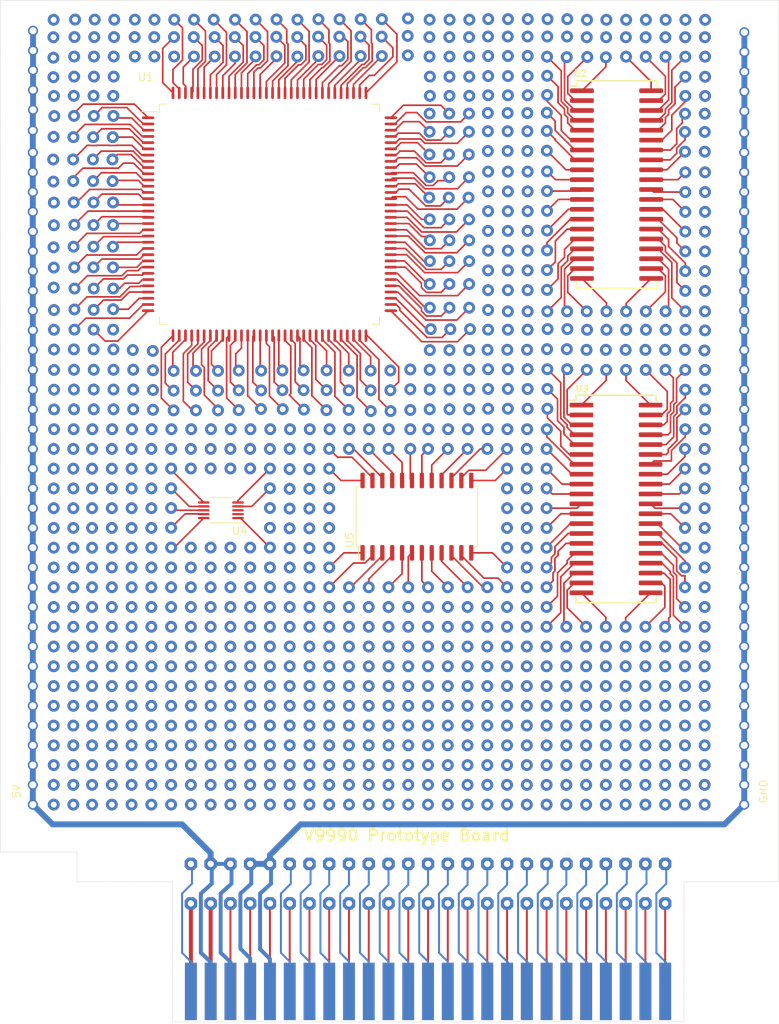
<source format=kicad_pcb>
(kicad_pcb (version 20211014) (generator pcbnew)
  (layers (0 "F.Cu" signal) (31 "B.Cu" signal) (34 "B.Paste" user) (35 "F.Paste" user) (36 "B.SilkS" user "B.Silkscreen") (37 "F.SilkS" user "F.Silkscreen") (38 "B.Mask" user) (39 "F.Mask" user) (44 "Edge.Cuts" user))
  (net 0 "")
  (net 1 "GND")
  (net 2 "N$1")
  (net 3 "N$2")
  (net 4 "N$4")
  (net 5 "N$6")
  (net 6 "N$7")
  (net 7 "N$8")
  (net 8 "N$9")
  (net 9 "N$10")
  (net 10 "N$11")
  (net 11 "N$12")
  (net 12 "N$13")
  (net 13 "N$14")
  (net 14 "N$15")
  (net 15 "N$16")
  (net 16 "N$17")
  (net 17 "N$18")
  (net 18 "N$19")
  (net 19 "N$20")
  (net 20 "N$21")
  (net 21 "N$22")
  (net 22 "N$23")
  (net 23 "N$24")
  (net 24 "N$25")
  (net 25 "N$26")
  (net 26 "N$27")
  (net 27 "N$28")
  (net 28 "N$29")
  (net 29 "N$30")
  (net 30 "N$31")
  (net 31 "N$32")
  (net 32 "N$33")
  (net 33 "N$34")
  (net 34 "+5V")
  (net 35 "N$39")
  (net 36 "N$40")
  (net 37 "N$41")
  (net 38 "N$42")
  (net 39 "N$43")
  (net 40 "N$44")
  (net 41 "N$45")
  (net 42 "N$46")
  (net 43 "N$47")
  (net 44 "N$48")
  (net 45 "N$49")
  (net 46 "N$302")
  (net 47 "N$303")
  (net 48 "N$304")
  (net 49 "unconnected-(U1-Pad1)")
  (net 50 "unconnected-(U1-Pad2)")
  (net 51 "unconnected-(U1-Pad3)")
  (net 52 "unconnected-(U1-Pad4)")
  (net 53 "unconnected-(U1-Pad5)")
  (net 54 "unconnected-(U1-Pad6)")
  (net 55 "unconnected-(U1-Pad7)")
  (net 56 "unconnected-(U1-Pad8)")
  (net 57 "unconnected-(U1-Pad9)")
  (net 58 "unconnected-(U1-Pad10)")
  (net 59 "unconnected-(U1-Pad11)")
  (net 60 "unconnected-(U1-Pad12)")
  (net 61 "unconnected-(U1-Pad13)")
  (net 62 "unconnected-(U1-Pad14)")
  (net 63 "unconnected-(U1-Pad15)")
  (net 64 "unconnected-(U1-Pad16)")
  (net 65 "unconnected-(U1-Pad17)")
  (net 66 "unconnected-(U1-Pad18)")
  (net 67 "unconnected-(U1-Pad19)")
  (net 68 "unconnected-(U1-Pad20)")
  (net 69 "unconnected-(U1-Pad21)")
  (net 70 "unconnected-(U1-Pad22)")
  (net 71 "unconnected-(U1-Pad23)")
  (net 72 "unconnected-(U1-Pad24)")
  (net 73 "unconnected-(U1-Pad25)")
  (net 74 "unconnected-(U1-Pad26)")
  (net 75 "unconnected-(U1-Pad27)")
  (net 76 "unconnected-(U1-Pad28)")
  (net 77 "unconnected-(U1-Pad29)")
  (net 78 "unconnected-(U1-Pad30)")
  (net 79 "unconnected-(U1-Pad31)")
  (net 80 "unconnected-(U1-Pad32)")
  (net 81 "unconnected-(U1-Pad33)")
  (net 82 "unconnected-(U1-Pad34)")
  (net 83 "unconnected-(U1-Pad35)")
  (net 84 "unconnected-(U1-Pad36)")
  (net 85 "unconnected-(U1-Pad37)")
  (net 86 "unconnected-(U1-Pad38)")
  (net 87 "unconnected-(U1-Pad39)")
  (net 88 "unconnected-(U1-Pad40)")
  (net 89 "unconnected-(U1-Pad41)")
  (net 90 "unconnected-(U1-Pad42)")
  (net 91 "unconnected-(U1-Pad43)")
  (net 92 "unconnected-(U1-Pad44)")
  (net 93 "unconnected-(U1-Pad45)")
  (net 94 "unconnected-(U1-Pad46)")
  (net 95 "unconnected-(U1-Pad47)")
  (net 96 "unconnected-(U1-Pad48)")
  (net 97 "unconnected-(U1-Pad49)")
  (net 98 "unconnected-(U1-Pad50)")
  (net 99 "unconnected-(U1-Pad51)")
  (net 100 "unconnected-(U1-Pad52)")
  (net 101 "unconnected-(U1-Pad53)")
  (net 102 "unconnected-(U1-Pad54)")
  (net 103 "unconnected-(U1-Pad55)")
  (net 104 "unconnected-(U1-Pad56)")
  (net 105 "unconnected-(U1-Pad57)")
  (net 106 "unconnected-(U1-Pad58)")
  (net 107 "unconnected-(U1-Pad59)")
  (net 108 "unconnected-(U1-Pad60)")
  (net 109 "unconnected-(U1-Pad61)")
  (net 110 "unconnected-(U1-Pad62)")
  (net 111 "unconnected-(U1-Pad63)")
  (net 112 "unconnected-(U1-Pad64)")
  (net 113 "unconnected-(U1-Pad65)")
  (net 114 "unconnected-(U1-Pad66)")
  (net 115 "unconnected-(U1-Pad67)")
  (net 116 "unconnected-(U1-Pad68)")
  (net 117 "unconnected-(U1-Pad69)")
  (net 118 "unconnected-(U1-Pad70)")
  (net 119 "unconnected-(U1-Pad71)")
  (net 120 "unconnected-(U1-Pad72)")
  (net 121 "unconnected-(U1-Pad73)")
  (net 122 "unconnected-(U1-Pad74)")
  (net 123 "unconnected-(U1-Pad75)")
  (net 124 "unconnected-(U1-Pad76)")
  (net 125 "unconnected-(U1-Pad77)")
  (net 126 "unconnected-(U1-Pad78)")
  (net 127 "unconnected-(U1-Pad79)")
  (net 128 "unconnected-(U1-Pad80)")
  (net 129 "unconnected-(U1-Pad81)")
  (net 130 "unconnected-(U1-Pad82)")
  (net 131 "unconnected-(U1-Pad83)")
  (net 132 "unconnected-(U1-Pad84)")
  (net 133 "unconnected-(U1-Pad85)")
  (net 134 "unconnected-(U1-Pad86)")
  (net 135 "unconnected-(U1-Pad87)")
  (net 136 "unconnected-(U1-Pad88)")
  (net 137 "unconnected-(U1-Pad89)")
  (net 138 "unconnected-(U1-Pad90)")
  (net 139 "unconnected-(U1-Pad91)")
  (net 140 "unconnected-(U1-Pad92)")
  (net 141 "unconnected-(U1-Pad93)")
  (net 142 "unconnected-(U1-Pad94)")
  (net 143 "unconnected-(U1-Pad95)")
  (net 144 "unconnected-(U1-Pad96)")
  (net 145 "unconnected-(U1-Pad97)")
  (net 146 "unconnected-(U1-Pad98)")
  (net 147 "unconnected-(U1-Pad99)")
  (net 148 "unconnected-(U1-Pad100)")
  (net 149 "unconnected-(U1-Pad101)")
  (net 150 "unconnected-(U1-Pad102)")
  (net 151 "unconnected-(U1-Pad103)")
  (net 152 "unconnected-(U1-Pad104)")
  (net 153 "unconnected-(U1-Pad105)")
  (net 154 "unconnected-(U1-Pad106)")
  (net 155 "unconnected-(U1-Pad107)")
  (net 156 "unconnected-(U1-Pad108)")
  (net 157 "unconnected-(U1-Pad109)")
  (net 158 "unconnected-(U1-Pad110)")
  (net 159 "unconnected-(U1-Pad111)")
  (net 160 "unconnected-(U1-Pad112)")
  (net 161 "unconnected-(U1-Pad113)")
  (net 162 "unconnected-(U1-Pad114)")
  (net 163 "unconnected-(U1-Pad115)")
  (net 164 "unconnected-(U1-Pad116)")
  (net 165 "unconnected-(U1-Pad117)")
  (net 166 "unconnected-(U1-Pad118)")
  (net 167 "unconnected-(U1-Pad119)")
  (net 168 "unconnected-(U1-Pad120)")
  (net 169 "unconnected-(U1-Pad121)")
  (net 170 "unconnected-(U1-Pad122)")
  (net 171 "unconnected-(U1-Pad123)")
  (net 172 "unconnected-(U1-Pad124)")
  (net 173 "unconnected-(U1-Pad125)")
  (net 174 "unconnected-(U1-Pad126)")
  (net 175 "unconnected-(U1-Pad127)")
  (net 176 "unconnected-(U1-Pad128)")
  (net 177 "unconnected-(U2-Pad28)")
  (net 178 "unconnected-(U2-Pad27)")
  (net 179 "unconnected-(U2-Pad14)")
  (net 180 "unconnected-(U2-Pad8)")
  (net 181 "unconnected-(U2-Pad6)")
  (net 182 "unconnected-(U2-Pad2)")
  (net 183 "unconnected-(U2-Pad3)")
  (net 184 "unconnected-(U2-Pad4)")
  (net 185 "unconnected-(U2-Pad5)")
  (net 186 "unconnected-(U2-Pad9)")
  (net 187 "unconnected-(U2-Pad10)")
  (net 188 "unconnected-(U2-Pad11)")
  (net 189 "unconnected-(U2-Pad13)")
  (net 190 "unconnected-(U2-Pad22)")
  (net 191 "unconnected-(U2-Pad23)")
  (net 192 "unconnected-(U2-Pad24)")
  (net 193 "unconnected-(U2-Pad25)")
  (net 194 "unconnected-(U2-Pad26)")
  (net 195 "unconnected-(U2-Pad7)")
  (net 196 "unconnected-(U2-Pad15)")
  (net 197 "unconnected-(U2-Pad16)")
  (net 198 "unconnected-(U2-Pad17)")
  (net 199 "unconnected-(U2-Pad18)")
  (net 200 "unconnected-(U2-Pad19)")
  (net 201 "unconnected-(U2-Pad36)")
  (net 202 "unconnected-(U2-Pad35)")
  (net 203 "unconnected-(U2-Pad29)")
  (net 204 "unconnected-(U2-Pad31)")
  (net 205 "unconnected-(U2-Pad32)")
  (net 206 "unconnected-(U2-Pad33)")
  (net 207 "unconnected-(U2-Pad34)")
  (net 208 "unconnected-(U2-Pad37)")
  (net 209 "unconnected-(U2-Pad38)")
  (net 210 "unconnected-(U2-Pad39)")
  (net 211 "unconnected-(U2-Pad21)")
  (net 212 "unconnected-(U2-Pad1)")
  (net 213 "unconnected-(U2-Pad12)")
  (net 214 "unconnected-(U2-Pad20)")
  (net 215 "unconnected-(U2-Pad30)")
  (net 216 "unconnected-(U2-Pad40)")
  (net 217 "unconnected-(U3-Pad28)")
  (net 218 "unconnected-(U3-Pad27)")
  (net 219 "unconnected-(U3-Pad14)")
  (net 220 "unconnected-(U3-Pad8)")
  (net 221 "unconnected-(U3-Pad6)")
  (net 222 "unconnected-(U3-Pad21)")
  (net 223 "unconnected-(U3-Pad1)")
  (net 224 "unconnected-(U3-Pad2)")
  (net 225 "unconnected-(U3-Pad3)")
  (net 226 "unconnected-(U3-Pad4)")
  (net 227 "unconnected-(U3-Pad5)")
  (net 228 "unconnected-(U3-Pad9)")
  (net 229 "unconnected-(U3-Pad10)")
  (net 230 "unconnected-(U3-Pad11)")
  (net 231 "unconnected-(U3-Pad12)")
  (net 232 "unconnected-(U3-Pad13)")
  (net 233 "unconnected-(U3-Pad22)")
  (net 234 "unconnected-(U3-Pad23)")
  (net 235 "unconnected-(U3-Pad24)")
  (net 236 "unconnected-(U3-Pad25)")
  (net 237 "unconnected-(U3-Pad26)")
  (net 238 "unconnected-(U3-Pad7)")
  (net 239 "unconnected-(U3-Pad15)")
  (net 240 "unconnected-(U3-Pad16)")
  (net 241 "unconnected-(U3-Pad17)")
  (net 242 "unconnected-(U3-Pad18)")
  (net 243 "unconnected-(U3-Pad19)")
  (net 244 "unconnected-(U3-Pad20)")
  (net 245 "unconnected-(U3-Pad36)")
  (net 246 "unconnected-(U3-Pad35)")
  (net 247 "unconnected-(U3-Pad29)")
  (net 248 "unconnected-(U3-Pad30)")
  (net 249 "unconnected-(U3-Pad31)")
  (net 250 "unconnected-(U3-Pad32)")
  (net 251 "unconnected-(U3-Pad33)")
  (net 252 "unconnected-(U3-Pad34)")
  (net 253 "unconnected-(U3-Pad37)")
  (net 254 "unconnected-(U3-Pad38)")
  (net 255 "unconnected-(U3-Pad40)")
  (net 256 "unconnected-(U3-Pad39)")
  (net 257 "unconnected-(U4-Pad1)")
  (net 258 "unconnected-(U4-Pad4)")
  (net 259 "unconnected-(U4-Pad5)")
  (net 260 "unconnected-(U4-Pad6)")
  (net 261 "unconnected-(U4-Pad7)")
  (net 262 "unconnected-(U4-Pad8)")
  (net 263 "unconnected-(U4-Pad9)")
  (net 264 "unconnected-(U4-Pad10)")
  (net 265 "unconnected-(U5-Pad1)")
  (net 266 "unconnected-(U5-Pad2)")
  (net 267 "unconnected-(U5-Pad3)")
  (net 268 "unconnected-(U5-Pad4)")
  (net 269 "unconnected-(U5-Pad5)")
  (net 270 "unconnected-(U5-Pad6)")
  (net 271 "unconnected-(U5-Pad7)")
  (net 272 "unconnected-(U5-Pad8)")
  (net 273 "unconnected-(U5-Pad9)")
  (net 274 "unconnected-(U5-Pad10)")
  (net 275 "unconnected-(U5-Pad11)")
  (net 276 "unconnected-(U5-Pad12)")
  (net 277 "unconnected-(U5-Pad13)")
  (net 278 "unconnected-(U5-Pad14)")
  (net 279 "unconnected-(U5-Pad15)")
  (net 280 "unconnected-(U5-Pad16)")
  (net 281 "unconnected-(U5-Pad17)")
  (net 282 "unconnected-(U5-Pad18)")
  (net 283 "unconnected-(U5-Pad19)")
  (net 284 "unconnected-(U5-Pad20)")
  (net 285 "unconnected-(U5-Pad21)")
  (net 286 "unconnected-(U5-Pad22)")
  (net 287 "unconnected-(U5-Pad23)")
  (net 288 "unconnected-(U5-Pad24)")
  (footprint "BlankMSXCartHSH:1,6_0,8" (layer "F.Cu") (at 89.39 167.23)
    (fp_text reference "PAD21" hide)
    (fp_text value "" hide)
  )
  (footprint "BlankMSXCartHSH:1,6_0,8" (layer "F.Cu") (at 124.95 167.23)
    (fp_text reference "PAD7" hide)
    (fp_text value "" hide)
  )
  (footprint "BlankMSXCartHSH:1,6_0,8" (layer "F.Cu") (at 127.49 167.23)
    (fp_text reference "PAD6" hide)
    (fp_text value "" hide)
  )
  (footprint "BlankMSXCartHSH:1,6_0,8" (layer "F.Cu") (at 107.17 167.23)
    (fp_text reference "PAD14" hide)
    (fp_text value "" hide)
  )
  (footprint "BlankMSXCartHSH:1,6_0,8" (layer "F.Cu") (at 86.85 162.15)
    (fp_text reference "PAD28" hide)
    (fp_text value "" hide)
  )
  (footprint "BlankMSXCartHSH:1,6_0,8" (layer "F.Cu") (at 135.11 167.23)
    (fp_text reference "PAD3" hide)
    (fp_text value "" hide)
  )
  (footprint "BlankMSXCartHSH:1,6_0,8" (layer "F.Cu") (at 107.17 162.15)
    (fp_text reference "PAD43" hide)
    (fp_text value "" hide)
  )
  (footprint "Package_SO:SOP-24_7.5x15.4mm_P1.27mm" (layer "F.Cu") (at 108.28 117.52 90)
    (fp_text reference "U5")
    (fp_text value "CXA2075M")
  )
  (footprint "BlankMSXCartHSH:1,6_0,8" (layer "F.Cu") (at 104.63 162.15)
    (fp_text reference "PAD42" hide)
    (fp_text value "" hide)
  )
  (footprint "trh9000:QFP-128_28x28_Pitch0.8mm" (layer "F.Cu") (at 89.33 78.65)
    (fp_text reference "U1")
    (fp_text value "V9990")
  )
  (footprint "trh9000:SOJ-40_400mil" (layer "F.Cu") (at 133.87 115.24)
    (fp_text reference "U3")
    (fp_text value "KM428C256")
  )
  (footprint "BlankMSXCartHSH:MSXBUS_EDGECONN" (layer "F.Cu") (at 109.71 182.47)
    (fp_text reference "CN1" hide)
    (fp_text value "MSXBUS" hide)
  )
  (footprint "BlankMSXCartHSH:1,6_0,8" (layer "F.Cu") (at 89.39 162.15)
    (fp_text reference "PAD35" hide)
    (fp_text value "" hide)
  )
  (footprint "" (layer "F.Cu") (at 69.316 160.11)
    (fp_text reference "@HOLE0" hide)
    (fp_text value "")
  )
  (footprint "BlankMSXCartHSH:1,6_0,8" (layer "F.Cu") (at 114.79 162.15)
    (fp_text reference "PAD46" hide)
    (fp_text value "" hide)
  )
  (footprint "BlankMSXCartHSH:1,6_0,8" (layer "F.Cu") (at 81.77 167.23)
    (fp_text reference "PAD24" hide)
    (fp_text value "" hide)
  )
  (footprint "BlankMSXCartHSH:1,6_0,8" (layer "F.Cu") (at 130.03 167.23)
    (fp_text reference "PAD5" hide)
    (fp_text value "" hide)
  )
  (footprint "BlankMSXCartHSH:1,6_0,8" (layer "F.Cu") (at 99.55 167.23)
    (fp_text reference "PAD17" hide)
    (fp_text value "" hide)
  )
  (footprint "BlankMSXCartHSH:1,6_0,8" (layer "F.Cu") (at 84.31 167.23)
    (fp_text reference "PAD23" hide)
    (fp_text value "" hide)
  )
  (footprint "BlankMSXCartHSH:1,6_0,8" (layer "F.Cu") (at 84.31 162.15)
    (fp_text reference "PAD34" hide)
    (fp_text value "" hide)
  )
  (footprint "BlankMSXCartHSH:1,6_0,8" (layer "F.Cu") (at 137.65 162.15)
    (fp_text reference "PAD27" hide)
    (fp_text value "" hide)
  )
  (footprint "BlankMSXCartHSH:1,6_0,8" (layer "F.Cu") (at 97.01 162.15)
    (fp_text reference "PAD39" hide)
    (fp_text value "" hide)
  )
  (footprint "BlankMSXCartHSH:1,6_0,8" (layer "F.Cu") (at 109.71 167.23)
    (fp_text reference "PAD13" hide)
    (fp_text value "" hide)
  )
  (footprint "BlankMSXCartHSH:1,6_0,8" (layer "F.Cu") (at 94.47 162.15)
    (fp_text reference "PAD38" hide)
    (fp_text value "" hide)
  )
  (footprint "BlankMSXCartHSH:1,6_0,8" (layer "F.Cu") (at 114.79 167.23)
    (fp_text reference "PAD11" hide)
    (fp_text value "" hide)
  )
  (footprint "BlankMSXCartHSH:1,6_0,8" (layer "F.Cu") (at 130.03 162.15)
    (fp_text reference "PAD30" hide)
    (fp_text value "" hide)
  )
  (footprint "BlankMSXCartHSH:1,6_0,8" (layer "F.Cu") (at 91.93 167.23)
    (fp_text reference "PAD20" hide)
    (fp_text value "" hide)
  )
  (footprint "BlankMSXCartHSH:1,6_0,8" (layer "F.Cu") (at 91.93 162.15)
    (fp_text reference "PAD37" hide)
    (fp_text value "" hide)
  )
  (footprint "BlankMSXCartHSH:1,6_0,8" (layer "F.Cu") (at 104.63 167.23)
    (fp_text reference "PAD15" hide)
    (fp_text value "" hide)
  )
  (footprint "BlankMSXCartHSH:1,6_0,8" (layer "F.Cu") (at 135.11 162.15)
    (fp_text reference "PAD36" hide)
    (fp_text value "" hide)
  )
  (footprint "BlankMSXCartHSH:1,6_0,8" (layer "F.Cu") (at 79.23 162.15)
    (fp_text reference "PAD32" hide)
    (fp_text value "" hide)
  )
  (footprint "BlankMSXCartHSH:1,6_0,8" (layer "F.Cu") (at 97.01 167.23)
    (fp_text reference "PAD18" hide)
    (fp_text value "" hide)
  )
  (footprint "BlankMSXCartHSH:1,6_0,8" (layer "F.Cu") (at 117.33 167.23)
    (fp_text reference "PAD10" hide)
    (fp_text value "" hide)
  )
  (footprint "BlankMSXCartHSH:1,6_0,8" (layer "F.Cu") (at 102.09 162.15)
    (fp_text reference "PAD41" hide)
    (fp_text value "" hide)
  )
  (footprint "BlankMSXCartHSH:1,6_0,8" (layer "F.Cu") (at 99.55 162.15)
    (fp_text reference "PAD40" hide)
    (fp_text value "" hide)
  )
  (footprint "BlankMSXCartHSH:1,6_0,8" (layer "F.Cu") (at 112.25 167.23)
    (fp_text reference "PAD12" hide)
    (fp_text value "" hide)
  )
  (footprint "BlankMSXCartHSH:1,6_0,8" (layer "F.Cu") (at 140.19 162.15)
    (fp_text reference "PAD26" hide)
    (fp_text value "" hide)
  )
  (footprint "BlankMSXCartHSH:1,6_0,8" (layer "F.Cu") (at 122.41 167.23)
    (fp_text reference "PAD8" hide)
    (fp_text value "" hide)
  )
  (footprint "BlankMSXCartHSH:1,6_0,8" (layer "F.Cu") (at 124.95 162.15)
    (fp_text reference "PAD50" hide)
    (fp_text value "" hide)
  )
  (footprint "BlankMSXCartHSH:1,6_0,8" (layer "F.Cu") (at 119.87 167.23)
    (fp_text reference "PAD9" hide)
    (fp_text value "" hide)
  )
  (footprint "Package_SO:VSSOP-10_3x3mm_P0.5mm" (layer "F.Cu") (at 83.08 116.7 180)
    (fp_text reference "U4")
    (fp_text value "LMH1980")
  )
  (footprint "" (layer "F.Cu") (at 150.596 160.11)
    (fp_text reference "@HOLE1" hide)
    (fp_text value "")
  )
  (footprint "BlankMSXCartHSH:1,6_0,8" (layer "F.Cu") (at 132.57 162.15)
    (fp_text reference "PAD29" hide)
    (fp_text value "" hide)
  )
  (footprint "BlankMSXCartHSH:1,6_0,8" (layer "F.Cu") (at 109.71 162.15)
    (fp_text reference "PAD44" hide)
    (fp_text value "" hide)
  )
  (footprint "BlankMSXCartHSH:1,6_0,8" (layer "F.Cu") (at 137.65 167.23)
    (fp_text reference "PAD2" hide)
    (fp_text value "" hide)
  )
  (footprint "trh9000:SOJ-40_400mil" (layer "F.Cu") (at 133.94 74.84)
    (fp_text reference "U2")
    (fp_text value "KM428C256")
  )
  (footprint "BlankMSXCartHSH:1,6_0,8" (layer "F.Cu") (at 112.25 162.15)
    (fp_text reference "PAD45" hide)
    (fp_text value "" hide)
  )
  (footprint "BlankMSXCartHSH:1,6_0,8" (layer "F.Cu") (at 117.33 162.15)
    (fp_text reference "PAD47" hide)
    (fp_text value "" hide)
  )
  (footprint "BlankMSXCartHSH:1,6_0,8" (layer "F.Cu") (at 127.49 162.15)
    (fp_text reference "PAD31" hide)
    (fp_text value "" hide)
  )
  (footprint "BlankMSXCartHSH:1,6_0,8" (layer "F.Cu") (at 132.57 167.23)
    (fp_text reference "PAD4" hide)
    (fp_text value "" hide)
  )
  (footprint "BlankMSXCartHSH:1,6_0,8" (layer "F.Cu") (at 86.85 167.23)
    (fp_text reference "PAD22" hide)
    (fp_text value "" hide)
  )
  (footprint "BlankMSXCartHSH:1,6_0,8" (layer "F.Cu") (at 119.87 162.15)
    (fp_text reference "PAD48" hide)
    (fp_text value "" hide)
  )
  (footprint "BlankMSXCartHSH:1,6_0,8" (layer "F.Cu") (at 79.23 167.23)
    (fp_text reference "PAD25" hide)
    (fp_text value "" hide)
  )
  (footprint "BlankMSXCartHSH:1,6_0,8" (layer "F.Cu") (at 122.41 162.15)
    (fp_text reference "PAD49" hide)
    (fp_text value "" hide)
  )
  (footprint "BlankMSXCartHSH:1,6_0,8" (layer "F.Cu") (at 102.09 167.23)
    (fp_text reference "PAD16" hide)
    (fp_text value "" hide)
  )
  (footprint "BlankMSXCartHSH:1,6_0,8" (layer "F.Cu") (at 140.19 167.23)
    (fp_text reference "PAD1" hide)
    (fp_text value "" hide)
  )
  (footprint "BlankMSXCartHSH:1,6_0,8" (layer "F.Cu") (at 94.47 167.23)
    (fp_text reference "PAD19" hide)
    (fp_text value "" hide)
  )
  (footprint "BlankMSXCartHSH:1,6_0,8" (layer "F.Cu") (at 81.77 162.15)
    (fp_text reference "PAD33" hide)
    (fp_text value "" hide)
  )
  (gr_line (start 54.76 51.16) (end 54.719 160.626) (layer "Edge.Cuts") (width 0.05))
  (gr_line (start 76.8559 182.4574) (end 76.8559 164.4474) (layer "Edge.Cuts") (width 0.05))
  (gr_line (start 64.5959 164.436) (end 64.5959 160.6174) (layer "Edge.Cuts") (width 0.05))
  (gr_line (start 64.5959 164.436) (end 76.8559 164.4474) (layer "Edge.Cuts") (width 0.05))
  (gr_line (start 54.76 51.16) (end 154.81 51.14) (layer "Edge.Cuts") (width 0.05))
  (gr_line (start 142.5959 182.4374) (end 76.8559 182.4574) (layer "Edge.Cuts") (width 0.05))
  (gr_line (start 54.719 160.626) (end 64.5959 160.6174) (layer "Edge.Cuts") (width 0.05))
  (gr_line (start 154.795 58.472) (end 154.795 164.436) (layer "Edge.Cuts") (width 0.05))
  (gr_line (start 142.6059 164.4374) (end 142.5959 182.4374) (layer "Edge.Cuts") (width 0.05))
  (gr_line (start 154.81 51.14) (end 154.795 58.472) (layer "Edge.Cuts") (width 0.05))
  (gr_line (start 142.6059 164.4374) (end 154.795 164.436) (layer "Edge.Cuts") (width 0.05))
  (gr_text "5V" (at 56.86 152.84 90) (layer "F.SilkS") (effects (font (size 1 1))))
  (gr_text "V9990 Prototype Board" (at 106.99 158.47) (layer "F.SilkS") (effects (font (size 1.5 1.5) (thickness 0.3))))
  (gr_text "GND" (at 152.82 152.84 90) (layer "F.SilkS") (effects (font (size 1 1))))
  (via (at 142.8 93.5) (size 1.524) (drill 0.762) (layers "F.Cu" "B.Cu") (net 0))
  (via (at 86.85 124.05) (size 1.524) (drill 0.762) (layers "F.Cu" "B.Cu") (net 0))
  (via (at 64.16 106.28) (size 1.524) (drill 0.762) (layers "F.Cu" "B.Cu") (net 0))
  (via (at 119.87 149.45) (size 1.524) (drill 0.762) (layers "F.Cu" "B.Cu") (net 0))
  (via (at 89.39 149.45) (size 1.524) (drill 0.762) (layers "F.Cu" "B.Cu") (net 0))
  (via (at 61.61 85.5) (size 1.524) (drill 0.762) (layers "F.Cu" "B.Cu") (net 0))
  (via (at 81.77 131.67) (size 1.524) (drill 0.762) (layers "F.Cu" "B.Cu") (net 0))
  (via (at 61.58 82.9) (size 1.524) (drill 0.762) (layers "F.Cu" "B.Cu") (net 0))
  (via (at 115 101.18) (size 1.524) (drill 0.762) (layers "F.Cu" "B.Cu") (net 0))
  (via (at 140.22 55.9) (size 1.524) (drill 0.762) (layers "F.Cu" "B.Cu") (net 0))
  (via (at 74.52 55.88) (size 1.524) (drill 0.762) (layers "F.Cu" "B.Cu") (net 0))
  (via (at 145.28 65.73) (size 1.524) (drill 0.762) (layers "F.Cu" "B.Cu") (net 0))
  (via (at 112.25 141.83) (size 1.524) (drill 0.762) (layers "F.Cu" "B.Cu") (net 0))
  (via (at 135.11 144.37) (size 1.524) (drill 0.762) (layers "F.Cu" "B.Cu") (net 0))
  (via (at 142.73 134.21) (size 1.524) (drill 0.762) (layers "F.Cu" "B.Cu") (net 0))
  (via (at 114.79 149.45) (size 1.524) (drill 0.762) (layers "F.Cu" "B.Cu") (net 0))
  (via (at 76.69 129.13) (size 1.524) (drill 0.762) (layers "F.Cu" "B.Cu") (net 0))
  (via (at 102.09 131.67) (size 1.524) (drill 0.762) (layers "F.Cu" "B.Cu") (net 0))
  (via (at 140.19 141.83) (size 1.524) (drill 0.762) (layers "F.Cu" "B.Cu") (net 0))
  (via (at 79.23 154.53) (size 1.524) (drill 0.762) (layers "F.Cu" "B.Cu") (net 0))
  (via (at 115 96.11) (size 1.524) (drill 0.762) (layers "F.Cu" "B.Cu") (net 0))
  (via (at 117.33 154.53) (size 1.524) (drill 0.762) (layers "F.Cu" "B.Cu") (net 0))
  (via (at 122.41 141.83) (size 1.524) (drill 0.762) (layers "F.Cu" "B.Cu") (net 0))
  (via (at 132.57 134.21) (size 1.524) (drill 0.762) (layers "F.Cu" "B.Cu") (net 0))
  (via (at 84.31 151.99) (size 1.524) (drill 0.762) (layers "F.Cu" "B.Cu") (net 0))
  (via (at 122.41 124.05) (size 1.524) (drill 0.762) (layers "F.Cu" "B.Cu") (net 0))
  (via (at 145.31 73.26) (size 1.524) (drill 0.762) (layers "F.Cu" "B.Cu") (net 0))
  (via (at 112.45 55.88) (size 1.524) (drill 0.762) (layers "F.Cu" "B.Cu") (net 0))
  (via (at 122.41 118.97) (size 1.524) (drill 0.762) (layers "F.Cu" "B.Cu") (net 0))
  (via (at 114.79 151.99) (size 1.524) (drill 0.762) (layers "F.Cu" "B.Cu") (net 0))
  (via (at 97.01 131.67) (size 1.524) (drill 0.762) (layers "F.Cu" "B.Cu") (net 0))
  (via (at 112.25 134.21) (size 1.524) (drill 0.762) (layers "F.Cu" "B.Cu") (net 0))
  (via (at 74.36 101.24) (size 1.524) (drill 0.762) (layers "F.Cu" "B.Cu") (net 0))
  (via (at 66.77 60.96) (size 1.524) (drill 0.762) (layers "F.Cu" "B.Cu") (net 0))
  (via (at 119.97 93.49) (size 1.524) (drill 0.762) (layers "F.Cu" "B.Cu") (net 0))
  (via (at 89.39 136.75) (size 1.524) (drill 0.762) (layers "F.Cu" "B.Cu") (net 0))
  (via (at 61.6 108.81) (size 1.524) (drill 0.762) (layers "F.Cu" "B.Cu") (net 0))
  (via (at 94.47 151.99) (size 1.524) (drill 0.762) (layers "F.Cu" "B.Cu") (net 0))
  (via (at 61.6 136.75) (size 1.524) (drill 0.762) (layers "F.Cu" "B.Cu") (net 0))
  (via (at 145.27 126.59) (size 1.524) (drill 0.762) (layers "F.Cu" "B.Cu") (net 0))
  (via (at 117.43 80.79) (size 1.524) (drill 0.762) (layers "F.Cu" "B.Cu") (net 0))
  (via (at 107.17 139.29) (size 1.524) (drill 0.762) (layers "F.Cu" "B.Cu") (net 0))
  (via (at 81.77 139.29) (size 1.524) (drill 0.762) (layers "F.Cu" "B.Cu") (net 0))
  (via (at 115.01 60.96) (size 1.524) (drill 0.762) (layers "F.Cu" "B.Cu") (net 0))
  (via (at 66.53 154.53) (size 1.524) (drill 0.762) (layers "F.Cu" "B.Cu") (net 0))
  (via (at 145.27 144.37) (size 1.524) (drill 0.762) (layers "F.Cu" "B.Cu") (net 0))
  (via (at 130.03 139.29) (size 1.524) (drill 0.762) (layers "F.Cu" "B.Cu") (net 0))
  (via (at 122.41 146.91) (size 1.524) (drill 0.762) (layers "F.Cu" "B.Cu") (net 0))
  (via (at 61.67 66.03) (size 1.524) (drill 0.762) (layers "F.Cu" "B.Cu") (net 0))
  (via (at 119.98 60.89) (size 1.524) (drill 0.762) (layers "F.Cu" "B.Cu") (net 0))
  (via (at 122.41 134.21) (size 1.524) (drill 0.762) (layers "F.Cu" "B.Cu") (net 0))
  (via (at 117.33 139.29) (size 1.524) (drill 0.762) (layers "F.Cu" "B.Cu") (net 0))
  (via (at 145.27 121.51) (size 1.524) (drill 0.762) (layers "F.Cu" "B.Cu") (net 0))
  (via (at 94.47 124.05) (size 1.524) (drill 0.762) (layers "F.Cu" "B.Cu") (net 0))
  (via (at 71.61 149.45) (size 1.524) (drill 0.762) (layers "F.Cu" "B.Cu") (net 0))
  (via (at 107.12 58.23) (size 1.524) (drill 0.762) (layers "F.Cu" "B.Cu") (net 0))
  (via (at 145.28 68.07) (size 1.524) (drill 0.762) (layers "F.Cu" "B.Cu") (net 0))
  (via (at 119.97 78.25) (size 1.524) (drill 0.762) (layers "F.Cu" "B.Cu") (net 0))
  (via (at 84.31 144.37) (size 1.524) (drill 0.762) (layers "F.Cu" "B.Cu") (net 0))
  (via (at 76.69 144.37) (size 1.524) (drill 0.762) (layers "F.Cu" "B.Cu") (net 0))
  (via (at 94.47 131.67) (size 1.524) (drill 0.762) (layers "F.Cu" "B.Cu") (net 0))
  (via (at 86.85 129.13) (size 1.524) (drill 0.762) (layers "F.Cu" "B.Cu") (net 0))
  (via (at 109.91 65.71) (size 1.524) (drill 0.762) (layers "F.Cu" "B.Cu") (net 0))
  (via (at 66.53 129.13) (size 1.524) (drill 0.762) (layers "F.Cu" "B.Cu") (net 0))
  (via (at 76.69 139.29) (size 1.524) (drill 0.762) (layers "F.Cu" "B.Cu") (net 0))
  (via (at 112.25 136.75) (size 1.524) (drill 0.762) (layers "F.Cu" "B.Cu") (net 0))
  (via (at 122.41 139.29) (size 1.524) (drill 0.762) (layers "F.Cu" "B.Cu") (net 0))
  (via (at 109.71 149.45) (size 1.524) (drill 0.762) (layers "F.Cu" "B.Cu") (net 0))
  (via (at 79.23 149.45) (size 1.524) (drill 0.762) (layers "F.Cu" "B.Cu") (net 0))
  (via (at 86.89 106.28) (size 1.524) (drill 0.762) (layers "F.Cu" "B.Cu") (net 0))
  (via (at 102.09 129.13) (size 1.524) (drill 0.762) (layers "F.Cu" "B.Cu") (net 0))
  (via (at 79.23 124.05) (size 1.524) (drill 0.762) (layers "F.Cu" "B.Cu") (net 0))
  (via (at 61.56 74.45181) (size 1.524) (drill 0.762) (layers "F.Cu" "B.Cu") (net 0))
  (via (at 69.07 134.21) (size 1.524) (drill 0.762) (layers "F.Cu" "B.Cu") (net 0))
  (via (at 122.48 67.98) (size 1.524) (drill 0.762) (layers "F.Cu" "B.Cu") (net 0))
  (via (at 71.65 106.28) (size 1.524) (drill 0.762) (layers "F.Cu" "B.Cu") (net 0))
  (via (at 114.79 141.83) (size 1.524) (drill 0.762) (layers "F.Cu" "B.Cu") (net 0))
  (via (at 112.46 98.64) (size 1.524) (drill 0.762) (layers "F.Cu" "B.Cu") (net 0))
  (via (at 74.15 154.53) (size 1.524) (drill 0.762) (layers "F.Cu" "B.Cu") (net 0))
  (via (at 84.31 124.05) (size 1.524) (drill 0.762) (layers "F.Cu" "B.Cu") (net 0))
  (via (at 66.74 98.64) (size 1.524) (drill 0.762) (layers "F.Cu" "B.Cu") (net 0))
  (via (at 117.4 65.64) (size 1.524) (drill 0.762) (layers "F.Cu" "B.Cu") (net 0))
  (via (at 117.42 55.81) (size 1.524) (drill 0.762) (layers "F.Cu" "B.Cu") (net 0))
  (via (at 117.33 151.99) (size 1.524) (drill 0.762) (layers "F.Cu" "B.Cu") (net 0))
  (via (at 69.28 101.18) (size 1.524) (drill 0.762) (layers "F.Cu" "B.Cu") (net 0))
  (via (at 122.51 103.65) (size 1.524) (drill 0.762) (layers "F.Cu" "B.Cu") (net 0))
  (via (at 71.61 131.67) (size 1.524) (drill 0.762) (layers "F.Cu" "B.Cu") (net 0))
  (via (at 74.15 126.59) (size 1.524) (drill 0.762) (layers "F.Cu" "B.Cu") (net 0))
  (via (at 119.97 101.11) (size 1.524) (drill 0.762) (layers "F.Cu" "B.Cu") (net 0))
  (via (at 99.55 151.99) (size 1.524) (drill 0.762) (layers "F.Cu" "B.Cu") (net 0))
  (via (at 145.27 146.91) (size 1.524) (drill 0.762) (layers "F.Cu" "B.Cu") (net 0))
  (via (at 71.61 151.99) (size 1.524) (drill 0.762) (layers "F.Cu" "B.Cu") (net 0))
  (via (at 107.17 144.37) (size 1.524) (drill 0.762) (layers "F.Cu" "B.Cu") (net 0))
  (via (at 117.43 103.65) (size 1.524) (drill 0.762) (layers "F.Cu" "B.Cu") (net 0))
  (via (at 132.57 139.29) (size 1.524) (drill 0.762) (layers "F.Cu" "B.Cu") (net 0))
  (via (at 109.71 154.53) (size 1.524) (drill 0.762) (layers "F.Cu" "B.Cu") (net 0))
  (via (at 91.93 124.05) (size 1.524) (drill 0.762) (layers "F.Cu" "B.Cu") (net 0))
  (via (at 145.27 113.89) (size 1.524) (drill 0.762) (layers "F.Cu" "B.Cu") (net 0))
  (via (at 112.47 60.96) (size 1.524) (drill 0.762) (layers "F.Cu" "B.Cu") (net 0))
  (via (at 122.45 106.28) (size 1.524) (drill 0.762) (layers "F.Cu" "B.Cu") (net 0))
  (via (at 130.03 151.99) (size 1.524) (drill 0.762) (layers "F.Cu" "B.Cu") (net 0))
  (via (at 91.93 154.53) (size 1.524) (drill 0.762) (layers "F.Cu" "B.Cu") (net 0))
  (via (at 135.11 96.08) (size 1.524) (drill 0.762) (layers "F.Cu" "B.Cu") (net 0))
  (via (at 64.23 60.96) (size 1.524) (drill 0.762) (layers "F.Cu" "B.Cu") (net 0))
  (via (at 145.32 58.4) (size 1.524) (drill 0.762) (layers "F.Cu" "B.Cu") (net 0))
  (via (at 104.63 154.53) (size 1.524) (drill 0.762) (layers "F.Cu" "B.Cu") (net 0))
  (via (at 64.12 149.45) (size 1.524) (drill 0.762) (layers "F.Cu" "B.Cu") (net 0))
  (via (at 61.6 126.59) (size 1.524) (drill 0.762) (layers "F.Cu" "B.Cu") (net 0))
  (via (at 117.33 141.83) (size 1.524) (drill 0.762) (layers "F.Cu" "B.Cu") (net 0))
  (via (at 122.41 131.67) (size 1.524) (drill 0.762) (layers "F.Cu" "B.Cu") (net 0))
  (via (at 64.12 124.05) (size 1.524) (drill 0.762) (layers "F.Cu" "B.Cu") (net 0))
  (via (at 89.43 106.28) (size 1.524) (drill 0.762) (layers "F.Cu" "B.Cu") (net 0))
  (via (at 79.23 151.99) (size 1.524) (drill 0.762) (layers "F.Cu" "B.Cu") (net 0))
  (via (at 69.07 141.83) (size 1.524) (drill 0.762) (layers "F.Cu" "B.Cu") (net 0))
  (via (at 104.63 129.13) (size 1.524) (drill 0.762) (layers "F.Cu" "B.Cu") (net 0))
  (via (at 132.6 55.9) (size 1.524) (drill 0.762) (layers "F.Cu" "B.Cu") (net 0))
  (via (at 112.48 53.64) (size 1.524) (drill 0.762) (layers "F.Cu" "B.Cu") (net 0))
  (via (at 99.55 131.67) (size 1.524) (drill 0.762) (layers "F.Cu" "B.Cu") (net 0))
  (via (at 61.6 141.83) (size 1.524) (drill 0.762) (layers "F.Cu" "B.Cu") (net 0))
  (via (at 61.56 61.030905) (size 1.524) (drill 0.762) (layers "F.Cu" "B.Cu") (net 0))
  (via (at 127.49 144.37) (size 1.524) (drill 0.762) (layers "F.Cu" "B.Cu") (net 0))
  (via (at 119.94 70.52) (size 1.524) (drill 0.762) (layers "F.Cu" "B.Cu") (net 0))
  (via (at 71.61 124.05) (size 1.524) (drill 0.762) (layers "F.Cu" "B.Cu") (net 0))
  (via (at 79.23 146.91) (size 1.524) (drill 0.762) (layers "F.Cu" "B.Cu") (net 0))
  (via (at 132.57 141.83) (size 1.524) (drill 0.762) (layers "F.Cu" "B.Cu") (net 0))
  (via (at 145.27 124.05) (size 1.524) (drill 0.762) (layers "F.Cu" "B.Cu") (net 0))
  (via (at 127.55 95.99) (size 1.524) (drill 0.762) (layers "F.Cu" "B.Cu") (net 0))
  (via (at 117.43 73.17) (size 1.524) (drill 0.762) (layers "F.Cu" "B.Cu") (net 0))
  (via (at 64.12 144.37) (size 1.524) (drill 0.762) (layers "F.Cu" "B.Cu") (net 0))
  (via (at 102.13 106.28) (size 1.524) (drill 0.762) (layers "F.Cu" "B.Cu") (net 0))
  (via (at 145.27 111.35) (size 1.524) (drill 0.762) (layers "F.Cu" "B.Cu") (net 0))
  (via (at 142.73 141.83) (size 1.524) (drill 0.762) (layers "F.Cu" "B.Cu") (net 0))
  (via (at 119.87 134.21) (size 1.524) (drill 0.762) (layers "F.Cu" "B.Cu") (net 0))
  (via (at 71.61 111.35) (size 1.524) (drill 0.762) (layers "F.Cu" "B.Cu") (net 0))
  (via (at 122.51 73.17) (size 1.524) (drill 0.762) (layers "F.Cu" "B.Cu") (net 0))
  (via (at 72.02 58.38) (size 1.524) (drill 0.762) (layers "F.Cu" "B.Cu") (net 0))
  (via (at 74.15 113.89) (size 1.524) (drill 0.762) (layers "F.Cu" "B.Cu") (net 0))
  (via (at 109.71 144.37) (size 1.524) (drill 0.762) (layers "F.Cu" "B.Cu") (net 0))
  (via (at 109.9 58.38) (size 1.524) (drill 0.762) (layers "F.Cu" "B.Cu") (net 0))
  (via (at 91.92 121.56) (size 1.524) (drill 0.762) (layers "F.Cu" "B.Cu") (net 0))
  (via (at 61.59 53.66) (size 1.524) (drill 0.762) (layers "F.Cu" "B.Cu") (net 0))
  (via (at 119.87 113.89) (size 1.524) (drill 0.762) (layers "F.Cu" "B.Cu") (net 0))
  (via (at 145.3 55.9) (size 1.524) (drill 0.762) (layers "F.Cu" "B.Cu") (net 0))
  (via (at 74.33 96.22) (size 1.524) (drill 0.762) (layers "F.Cu" "B.Cu") (net 0))
  (via (at 89.39 151.99) (size 1.524) (drill 0.762) (layers "F.Cu" "B.Cu") (net 0))
  (via (at 127.49 136.75) (size 1.524) (drill 0.762) (layers "F.Cu" "B.Cu") (net 0))
  (via (at 119.97 80.79) (size 1.524) (drill 0.762) (layers "F.Cu" "B.Cu") (net 0))
  (via (at 117.43 88.41) (size 1.524) (drill 0.762) (layers "F.Cu" "B.Cu") (net 0))
  (via (at 112.29 106.28) (size 1.524) (drill 0.762) (layers "F.Cu" "B.Cu") (net 0))
  (via (at 76.69 126.59) (size 1.524) (drill 0.762) (layers "F.Cu" "B.Cu") (net 0))
  (via (at 97.01 134.21) (size 1.524) (drill 0.762) (layers "F.Cu" "B.Cu") (net 0))
  (via (at 117.44 63.36) (size 1.524) (drill 0.762) (layers "F.Cu" "B.Cu") (net 0))
  (via (at 142.73 151.99) (size 1.524) (drill 0.762) (layers "F.Cu" "B.Cu") (net 0))
  (via (at 140.19 151.99) (size 1.524) (drill 0.762) (layers "F.Cu" "B.Cu") (net 0))
  (via (at 61.6 88.07) (size 1.524) (drill 0.762) (layers "F.Cu" "B.Cu") (net 0))
  (via (at 69.07 108.81) (size 1.524) (drill 0.762) (layers "F.Cu" "B.Cu") (net 0))
  (via (at 79.23 144.37) (size 1.524) (drill 0.762) (layers "F.Cu" "B.Cu") (net 0))
  (via (at 69.07 124.05) (size 1.524) (drill 0.762) (layers "F.Cu" "B.Cu") (net 0))
  (via (at 61.64 101.2) (size 1.524) (drill 0.762) (layers "F.Cu" "B.Cu") (net 0))
  (via (at 81.77 146.91) (size 1.524) (drill 0.762) (layers "F.Cu" "B.Cu") (net 0))
  (via (at 107.43 98.6) (size 1.524) (drill 0.762) (layers "F.Cu" "B.Cu") (net 0))
  (via (at 137.65 151.99) (size 1.524) (drill 0.762) (layers "F.Cu" "B.Cu") (net 0))
  (via (at 64.12 136.75) (size 1.524) (drill 0.762) (layers "F.Cu" "B.Cu") (net 0))
  (via (at 86.85 149.45) (size 1.524) (drill 0.762) (layers "F.Cu" "B.Cu") (net 0))
  (via (at 119.99 53.57) (size 1.524) (drill 0.762) (layers "F.Cu" "B.Cu") (net 0))
  (via (at 66.72 63.43) (size 1.524) (drill 0.762) (layers "F.Cu" "B.Cu") (net 0))
  (via (at 91.93 129.13) (size 1.524) (drill 0.762) (layers "F.Cu" "B.Cu") (net 0))
  (via (at 74.15 151.99) (size 1.524) (drill 0.762) (layers "F.Cu" "B.Cu") (net 0))
  (via (at 137.65 139.29) (size 1.524) (drill 0.762) (layers "F.Cu" "B.Cu") (net 0))
  (via (at 69.38 53.64) (size 1.524) (drill 0.762) (layers "F.Cu" "B.Cu") (net 0))
  (via (at 122.51 101.11) (size 1.524) (drill 0.762) (layers "F.Cu" "B.Cu") (net 0))
  (via (at 107.13 53.49) (size 1.524) (drill 0.762) (layers "F.Cu" "B.Cu") (net 0))
  (via (at 94.46 116.48) (size 1.524) (drill 0.762) (layers "F.Cu" "B.Cu") (net 0))
  (via (at 104.63 146.91) (size 1.524) (drill 0.762) (layers "F.Cu" "B.Cu") (net 0))
  (via (at 125.01 95.99) (size 1.524) (drill 0.762) (layers "F.Cu" "B.Cu") (net 0))
  (via (at 145.27 131.67) (size 1.524) (drill 0.762) (layers "F.Cu" "B.Cu") (net 0))
  (via (at 119.94 65.64) (size 1.524) (drill 0.762) (layers "F.Cu" "B.Cu") (net 0))
  (via (at 109.92 98.64) (size 1.524) (drill 0.762) (layers "F.Cu" "B.Cu") (net 0))
  (via (at 64.2 103.72) (size 1.524) (drill 0.762) (layers "F.Cu" "B.Cu") (net 0))
  (via (at 142.73 144.37) (size 1.524) (drill 0.762) (layers "F.Cu" "B.Cu") (net 0))
  (via (at 135.11 134.21) (size 1.524) (drill 0.762) (layers "F.Cu" "B.Cu") (net 0))
  (via (at 140.19 136.75) (size 1.524) (drill 0.762) (layers "F.Cu" "B.Cu") (net 0))
  (via (at 135.11 146.91) (size 1.524) (drill 0.762) (layers "F.Cu" "B.Cu") (net 0))
  (via (at 69.07 116.43) (size 1.524) (drill 0.762) (layers "F.Cu" "B.Cu") (net 0))
  (via (at 130.14 53.66) (size 1.524) (drill 0.762) (layers "F.Cu" "B.Cu") (net 0))
  (via (at 64.18 63.43) (size 1.524) (drill 0.762) (layers "F.Cu" "B.Cu") (net 0))
  (via (at 97.01 116.43) (size 1.524) (drill 0.762) (layers "F.Cu" "B.Cu") (net 0))
  (via (at 66.53 121.51) (size 1.524) (drill 0.762) (layers "F.Cu" "B.Cu") (net 0))
  (via (at 145.33 53.66) (size 1.524) (drill 0.762) (layers "F.Cu" "B.Cu") (net 0))
  (via (at 122.51 85.87) (size 1.524) (drill 0.762) (layers "F.Cu" "B.Cu") (net 0))
  (via (at 137.72 93.5) (size 1.524) (drill 0.762) (layers "F.Cu" "B.Cu") (net 0))
  (via (at 107.17 151.99) (size 1.524) (drill 0.762) (layers "F.Cu" "B.Cu") (net 0))
  (via (at 61.6 131.67) (size 1.524) (drill 0.762) (layers "F.Cu" "B.Cu") (net 0))
  (via (at 74.15 118.97) (size 1.524) (drill 0.762) (layers "F.Cu" "B.Cu") (net 0))
  (via (at 115.01 63.43) (size 1.524) (drill 0.762) (layers "F.Cu" "B.Cu") (net 0))
  (via (at 124.95 146.91) (size 1.524) (drill 0.762) (layers "F.Cu" "B.Cu") (net 0))
  (via (at 61.56 55.9) (size 1.524) (drill 0.762) (layers "F.Cu" "B.Cu") (net 0))
  (via (at 79.23 134.21) (size 1.524) (drill 0.762) (layers "F.Cu" "B.Cu") (net 0))
  (via (at 145.31 80.88) (size 1.524) (drill 0.762) (layers "F.Cu" "B.Cu") (net 0))
  (via (at 69.07 146.91) (size 1.524) (drill 0.762) (layers "F.Cu" "B.Cu") (net 0))
  (via (at 91.93 134.21) (size 1.524) (drill 0.762) (layers "F.Cu" "B.Cu") (net 0))
  (via (at 86.85 131.67) (size 1.524) (drill 0.762) (layers "F.Cu" "B.Cu") (net 0))
  (via (at 74.15 149.45) (size 1.524) (drill 0.762) (layers "F.Cu" "B.Cu") (net 0))
  (via (at 89.39 134.21) (size 1.524) (drill 0.762) (layers "F.Cu" "B.Cu") (net 0))
  (via (at 140.26 93.5) (size 1.524) (drill 0.762) (layers "F.Cu" "B.Cu") (net 0))
  (via (at 122.51 78.25) (size 1.524) (drill 0.762) (layers "F.Cu" "B.Cu") (net 0))
  (via (at 61.6 129.13) (size 1.524) (drill 0.762) (layers "F.Cu" "B.Cu") (net 0))
  (via (at 124.95 134.21) (size 1.524) (drill 0.762) (layers "F.Cu" "B.Cu") (net 0))
  (via (at 117.44 58.31) (size 1.524) (drill 0.762) (layers "F.Cu" "B.Cu") (net 0))
  (via (at 71.61 121.51) (size 1.524) (drill 0.762) (layers "F.Cu" "B.Cu") (net 0))
  (via (at 89.39 124.05) (size 1.524) (drill 0.762) (layers "F.Cu" "B.Cu") (net 0))
  (via (at 66.77 58.38) (size 1.524) (drill 0.762) (layers "F.Cu" "B.Cu") (net 0))
  (via (at 137.65 134.21) (size 1.524) (drill 0.762) (layers "F.Cu" "B.Cu") (net 0))
  (via (at 119.97 91.13) (size 1.524) (drill 0.762) (layers "F.Cu" "B.Cu") (net 0))
  (via (at 91.93 151.99) (size 1.524) (drill 0.762) (layers "F.Cu" "B.Cu") (net 0))
  (via (at 81.77 141.83) (size 1.524) (drill 0.762) (layers "F.Cu" "B.Cu") (net 0))
  (via (at 76.69 141.83) (size 1.524) (drill 0.762) (layers "F.Cu" "B.Cu") (net 0))
  (via (at 69.31 60.96) (size 1.524) (drill 0.762) (layers "F.Cu" "B.Cu") (net 0))
  (via (at 145.31 83.42) (size 1.524) (drill 0.762) (layers "F.Cu" "B.Cu") (net 0))
  (via (at 71.82 98.64) (size 1.524) (drill 0.762) (layers "F.Cu" "B.Cu") (net 0))
  (via (at 64.12 141.83) (size 1.524) (drill 0.762) (layers "F.Cu" "B.Cu") (net 0))
  (via (at 71.61 126.59) (size 1.524) (drill 0.762) (layers "F.Cu" "B.Cu") (net 0))
  (via (at 71.61 113.89) (size 1.524) (drill 0.762) (layers "F.Cu" "B.Cu") (net 0))
  (via (at 114.79 146.91) (size 1.524) (drill 0.762) (layers "F.Cu" "B.Cu") (net 0))
  (via (at 130.03 149.45) (size 1.524) (drill 0.762) (layers "F.Cu" "B.Cu") (net 0))
  (via (at 76.69 149.45) (size 1.524) (drill 0.762) (layers "F.Cu" "B.Cu") (net 0))
  (via (at 140.25 53.66) (size 1.524) (drill 0.762) (layers "F.Cu" "B.Cu") (net 0))
  (via (at 72.03 53.64) (size 1.524) (drill 0.762) (layers "F.Cu" "B.Cu") (net 0))
  (via (at 104.63 144.37) (size 1.524) (drill 0.762) (layers "F.Cu" "B.Cu") (net 0))
  (via (at 107.17 146.91) (size 1.524) (drill 0.762) (layers "F.Cu" "B.Cu") (net 0))
  (via (at 74.15 116.43) (size 1.524) (drill 0.762) (layers "F.Cu" "B.Cu") (net 0))
  (via (at 84.35 106.28) (size 1.524) (drill 0.762) (layers "F.Cu" "B.Cu") (net 0))
  (via (at 124.95 154.53) (size 1.524) (drill 0.762) (layers "F.Cu" "B.Cu") (net 0))
  (via (at 91.92 119.02) (size 1.524) (drill 0.762) (layers "F.Cu" "B.Cu") (net 0))
  (via (at 122.52 58.31) (size 1.524) (drill 0.762) (layers "F.Cu" "B.Cu") (net 0))
  (via (at 107.17 141.83) (size 1.524) (drill 0.762) (layers "F.Cu" "B.Cu") (net 0))
  (via (at 117.43 83.33) (size 1.524) (drill 0.762) (layers "F.Cu" "B.Cu") (net 0))
  (via (at 61.58 68.7) (size 1.524) (drill 0.762) (layers "F.Cu" "B.Cu") (net 0))
  (via (at 91.93 146.91) (size 1.524) (drill 0.762) (layers "F.Cu" "B.Cu") (net 0))
  (via (at 91.93 126.59) (size 1.524) (drill 0.762) (layers "F.Cu" "B.Cu") (net 0))
  (via (at 69.07 126.59) (size 1.524) (drill 0.762) (layers "F.Cu" "B.Cu") (net 0))
  (via (at 145.31 93.58) (size 1.524) (drill 0.762) (layers "F.Cu" "B.Cu") (net 0))
  (via (at 61.6 146.91) (size 1.524) (drill 0.762) (layers "F.Cu" "B.Cu") (net 0))
  (via (at 127.58 55.81) (size 1.524) (drill 0.762) (layers "F.Cu" "B.Cu") (net 0))
  (via (at 89.39 139.29) (size 1.524) (drill 0.762) (layers "F.Cu" "B.Cu") (net 0))
  (via (at 74.19 106.28) (size 1.524) (drill 0.762) (layers "F.Cu" "B.Cu") (net 0))
  (via (at 66.74 103.72) (size 1.524) (drill 0.762) (layers "F.Cu" "B.Cu") (net 0))
  (via (at 66.53 141.83) (size 1.524) (drill 0.762) (layers "F.Cu" "B.Cu") (net 0))
  (via (at 81.77 121.49) (size 1.524) (drill 0.762) (layers "F.Cu" "B.Cu") (net 0))
  (via (at 102.09 154.53) (size 1.524) (drill 0.762) (layers "F.Cu" "B.Cu") (net 0))
  (via (at 99.55 144.37) (size 1.524) (drill 0.762) (layers "F.Cu" "B.Cu") (net 0))
  (via (at 114.79 154.53) (size 1.524) (drill 0.762) (layers "F.Cu" "B.Cu") (net 0))
  (via (at 114.79 136.75) (size 1.524) (drill 0.762) (layers "F.Cu" "B.Cu") (net 0))
  (via (at 72 55.88) (size 1.524) (drill 0.762) (layers "F.Cu" "B.Cu") (net 0))
  (via (at 122.41 116.43) (size 1.524) (drill 0.762) (layers "F.Cu" "B.Cu") (net 0))
  (via (at 112.25 154.53) (size 1.524) (drill 0.762) (layers "F.Cu" "B.Cu") (net 0))
  (via (at 89.39 141.83) (size 1.524) (drill 0.762) (layers "F.Cu" "B.Cu") (net 0))
  (via (at 145.27 118.97) (size 1.524) (drill 0.762) (layers "F.Cu" "B.Cu") (net 0))
  (via (at 122.41 108.81) (size 1.524) (drill 0.762) (layers "F.Cu" "B.Cu") (net 0))
  (via (at 64.12 146.91) (size 1.524) (drill 0.762) (layers "F.Cu" "B.Cu") (net 0))
  (via (at 66.74 101.18) (size 1.524) (drill 0.762) (layers "F.Cu" "B.Cu") (net 0))
  (via (at 69.31 58.38) (size 1.524) (drill 0.762) (layers "F.Cu" "B.Cu") (net 0))
  (via (at 66.87 53.63) (size 1.524) (drill 0.762) (layers "F.Cu" "B.Cu") (net 0))
  (via (at 140.19 144.37) (size 1.524) (drill 0.762) (layers "F.Cu" "B.Cu") (net 0))
  (via (at 79.23 126.59) (size 1.524) (drill 0.762) (layers "F.Cu" "B.Cu") (net 0))
  (via (at 86.85 154.53) (size 1.524) (drill 0.762) (layers "F.Cu" "B.Cu") (net 0))
  (via (at 145.27 116.43) (size 1.524) (drill 0.762) (layers "F.Cu" "B.Cu") (net 0))
  (via (at 132.57 136.75) (size 1.524) (drill 0.762) (layers "F.Cu" "B.Cu") (net 0))
  (via (at 91.93 131.67) (size 1.524) (drill 0.762) (layers "F.Cu" "B.Cu") (net 0))
  (via (at 71.61 134.21) (size 1.524) (drill 0.762) (layers "F.Cu" "B.Cu") (net 0))
  (via (at 145.31 75.8) (size 1.524) (drill 0.762) (layers "F.Cu" "B.Cu") (net 0))
  (via (at 64.12 154.53) (size 1.524) (drill 0.762) (layers "F.Cu" "B.Cu") (net 0))
  (via (at 117.33 136.75) (size 1.524) (drill 0.762) (layers "F.Cu" "B.Cu") (net 0))
  (via (at 135.17 53.66) (size 1.524) (drill 0.762) (layers "F.Cu" "B.Cu") (net 0))
  (via (at 124.95 149.45) (size 1.524) (drill 0.762) (layers "F.Cu" "B.Cu") (net 0))
  (via (at 130.15 93.5) (size 1.524) (drill 0.762) (layers "F.Cu" "B.Cu") (net 0))
  (via (at 124.95 136.75) (size 1.524) (drill 0.762) (layers "F.Cu" "B.Cu") (net 0))
  (via (at 117.43 75.71) (size 1.524) (drill 0.762) (layers "F.Cu" "B.Cu") (net 0))
  (via (at 61.6 144.37) (size 1.524) (drill 0.762) (layers "F.Cu" "B.Cu") (net 0))
  (via (at 109.95 60.96) (size 1.524) (drill 0.762) (layers "F.Cu" "B.Cu") (net 0))
  (via (at 112.25 139.29) (size 1.524) (drill 0.762) (layers "F.Cu" "B.Cu") (net 0))
  (via (at 91.93 141.83) (size 1.524) (drill 0.762) (layers "F.Cu" "B.Cu") (net 0))
  (via (at 122.48 65.64) (size 1.524) (drill 0.762) (layers "F.Cu" "B.Cu") (net 0))
  (via (at 122.41 144.37) (size 1.524) (drill 0.762) (layers "F.Cu" "B.Cu") (net 0))
  (via (at 117.4 67.98) (size 1.524) (drill 0.762) (layers "F.Cu" "B.Cu") (net 0))
  (via (at 145.31 103.74) (size 1.524) (drill 0.762) (layers "F.Cu" "B.Cu") (net 0))
  (via (at 99.55 154.53) (size 1.524) (drill 0.762) (layers "F.Cu" "B.Cu") (net 0))
  (via (at 109.94 96.11) (size 1.524) (drill 0.762) (layers "F.Cu" "B.Cu") (net 0))
  (via (at 117.4 70.52) (size 1.524) (drill 0.762) (layers "F.Cu" "B.Cu") (net 0))
  (via (at 69.35 55.88) (size 1.524) (drill 0.762) (layers "F.Cu" "B.Cu") (net 0))
  (via (at 74.15 144.37) (size 1.524) (drill 0.762) (layers "F.Cu" "B.Cu") (net 0))
  (via (at 71.61 116.43) (size 1.524) (drill 0.762) (layers "F.Cu" "B.Cu") (net 0))
  (via (at 112.46 101.18) (size 1.524) (drill 0.762) (layers "F.Cu" "B.Cu") (net 0))
  (via (at 137.68 55.9) (size 1.524) (drill 0.762) (layers "F.Cu" "B.Cu") (net 0))
  (via (at 122.41 129.13) (size 1.524) (drill 0.762) (layers "F.Cu" "B.Cu") (net 0))
  (via (at 97.05 106.28) (size 1.524) (drill 0.762) (layers "F.Cu" "B.Cu") (net 0))
  (via (at 91.97 106.28) (size 1.524) (drill 0.762) (layers "F.Cu" "B.Cu") (net 0))
  (via (at 119.87 154.53) (size 1.524) (drill 0.762) (layers "F.Cu" "B.Cu") (net 0))
  (via (at 91.93 108.81) (size 1.524) (drill 0.762) (layers "F.Cu" "B.Cu") (net 0))
  (via (at 135.11 141.83) (size 1.524) (drill 0.762) (layers "F.Cu" "B.Cu") (net 0))
  (via (at 112.47 63.43) (size 1.524) (drill 0.762) (layers "F.Cu" "B.Cu") (net 0))
  (via (at 97.01 141.83) (size 1.524) (drill 0.762) (layers "F.Cu" "B.Cu") (net 0))
  (via (at 145.27 108.81) (size 1.524) (drill 0.762) (layers "F.Cu" "B.Cu") (net 0))
  (via (at 91.92 116.48) (size 1.524) (drill 0.762) (layers "F.Cu" "B.Cu") (net 0))
  (via (at 119.87 139.29) (size 1.524) (drill 0.762) (layers "F.Cu" "B.Cu") (net 0))
  (via (at 81.77 149.45) (size 1.524) (drill 0.762) (layers "F.Cu" "B.Cu") (net 0))
  (via (at 142.73 154.53) (size 1.524) (drill 0.762) (layers "F.Cu" "B.Cu") (net 0))
  (via (at 79.23 136.75) (size 1.524) (drill 0.762) (layers "F.Cu" "B.Cu") (net 0))
  (via (at 84.31 154.53) (size 1.524) (drill 0.762) (layers "F.Cu" "B.Cu") (net 0))
  (via (at 112.47 58.38) (size 1.524) (drill 0.762) (layers "F.Cu" "B.Cu") (net 0))
  (via (at 69.07 129.13) (size 1.524) (drill 0.762) (layers "F.Cu" "B.Cu") (net 0))
  (via (at 64.12 118.97) (size 1.524) (drill 0.762) (layers "F.Cu" "B.Cu") (net 0))
  (via (at 64.12 151.99) (size 1.524) (drill 0.762) (layers "F.Cu" "B.Cu") (net 0))
  (via (at 66.53 113.89) (size 1.524) (drill 0.762) (layers "F.Cu" "B.Cu") (net 0))
  (via (at 81.77 151.99) (size 1.524) (drill 0.762) (layers "F.Cu" "B.Cu") (net 0))
  (via (at 145.31 98.66) (size 1.524) (drill 0.762) (layers "F.Cu" "B.Cu") (net 0))
  (via (at 145.32 63.45) (size 1.524) (drill 0.762) (layers "F.Cu" "B.Cu") (net 0))
  (via (at 142.73 146.91) (size 1.524) (drill 0.762) (layers "F.Cu" "B.Cu") (net 0))
  (via (at 130.03 136.75) (size 1.524) (drill 0.762) (layers "F.Cu" "B.Cu") (net 0))
  (via (at 99.55 134.21) (size 1.524) (drill 0.762) (layers "F.Cu" "B.Cu") (net 0))
  (via (at 137.65 141.83) (size 1.524) (drill 0.762) (layers "F.Cu" "B.Cu") (net 0))
  (via (at 114.99 55.88) (size 1.524) (drill 0.762) (layers "F.Cu" "B.Cu") (net 0))
  (via (at 102.09 134.21) (size 1.524) (drill 0.762) (layers "F.Cu" "B.Cu") (net 0))
  (via (at 117.33 129.13) (size 1.524) (drill 0.762) (layers "F.Cu" "B.Cu") (net 0))
  (via (at 86.85 144.37) (size 1.524) (drill 0.762) (layers "F.Cu" "B.Cu") (net 0))
  (via (at 122.51 93.49) (size 1.524) (drill 0.762) (layers "F.Cu" "B.Cu") (net 0))
  (via (at 76.69 146.91) (size 1.524) (drill 0.762) (layers "F.Cu" "B.Cu") (net 0))
  (via (at 107.43 103.81) (size 1.524) (drill 0.762) (layers "F.Cu" "B.Cu") (net 0))
  (via (at 142.76 55.9) (size 1.524) (drill 0.762) (layers "F.Cu" "B.Cu") (net 0))
  (via (at 89.39 126.59) (size 1.524) (drill 0.762) (layers "F.Cu" "B.Cu") (net 0))
  (via (at 122.41 151.99) (size 1.524) (drill 0.762) (layers "F.Cu" "B.Cu") (net 0))
  (via (at 137.65 136.75) (size 1.524) (drill 0.762) (layers "F.Cu" "B.Cu") (net 0))
  (via (at 119.87 129.13) (size 1.524) (drill 0.762) (layers "F.Cu" "B.Cu") (net 0))
  (via (at 114.79 134.21) (size 1.524) (drill 0.762) (layers "F.Cu" "B.Cu") (net 0))
  (via (at 112.46 103.72) (size 1.524) (drill 0.762) (layers "F.Cu" "B.Cu") (net 0))
  (via (at 97.01 136.75) (size 1.524) (drill 0.762) (layers "F.Cu" "B.Cu") (net 0))
  (via (at 94.47 134.21) (size 1.524) (drill 0.762) (layers "F.Cu" "B.Cu") (net 0))
  (via (at 84.31 141.83) (size 1.524) (drill 0.762) (layers "F.Cu" "B.Cu") (net 0))
  (via (at 107.17 136.75) (size 1.524) (drill 0.762) (layers "F.Cu" "B.Cu") (net 0))
  (via (at 91.93 144.37) (size 1.524) (drill 0.762) (layers "F.Cu" "B.Cu") (net 0))
  (via (at 145.27 154.53) (size 1.524) (drill 0.762) (layers "F.Cu" "B.Cu") (net 0))
  (via (at 66.53 108.81) (size 1.524) (drill 0.762) (layers "F.Cu" "B.Cu") (net 0))
  (via (at 117.33 134.21) (size 1.524) (drill 0.762) (layers "F.Cu" "B.Cu") (net 0))
  (via (at 107.1 55.73) (size 1.524) (drill 0.762) (layers "F.Cu" "B.Cu") (net 0))
  (via (at 74.36 103.78) (size 1.524) (drill 0.762) (layers "F.Cu" "B.Cu") (net 0))
  (via (at 69.07 131.67) (size 1.524) (drill 0.762) (layers "F.Cu" "B.Cu") (net 0))
  (via (at 94.47 146.91) (size 1.524) (drill 0.762) (layers "F.Cu" "B.Cu") (net 0))
  (via (at 79.23 139.29) (size 1.524) (drill 0.762) (layers "F.Cu" "B.Cu") (net 0))
  (via (at 71.61 154.53) (size 1.524) (drill 0.762) (layers "F.Cu" "B.Cu") (net 0))
  (via (at 61.63 90.96) (size 1.524) (drill 0.762) (layers "F.Cu" "B.Cu") (net 0))
  (via (at 69.07 139.29) (size 1.524) (drill 0.762) (layers "F.Cu" "B.Cu") (net 0))
  (via (at 71.61 139.29) (size 1.524) (drill 0.762) (layers "F.Cu" "B.Cu") (net 0))
  (via (at 81.77 136.75) (size 1.524) (drill 0.762) (layers "F.Cu" "B.Cu") (net 0))
  (via (at 145.31 106.28) (size 1.524) (drill 0.762) (layers "F.Cu" "B.Cu") (net 0))
  (via (at 64.12 116.43) (size 1.524) (drill 0.762) (layers "F.Cu" "B.Cu") (net 0))
  (via (at 145.31 91.13) (size 1.524) (drill 0.762) (layers "F.Cu" "B.Cu") (net 0))
  (via (at 94.47 144.37) (size 1.524) (drill 0.762) (layers "F.Cu" "B.Cu") (net 0))
  (via (at 61.6 139.29) (size 1.524) (drill 0.762) (layers "F.Cu" "B.Cu") (net 0))
  (via (at 91.92 113.94) (size 1.524) (drill 0.762) (layers "F.Cu" "B.Cu") (net 0))
  (via (at 142.73 96.08) (size 1.524) (drill 0.762) (layers "F.Cu" "B.Cu") (net 0))
  (via (at 145.31 101.2) (size 1.524) (drill 0.762) (layers "F.Cu" "B.Cu") (net 0))
  (via (at 122.41 121.51) (size 1.524) (drill 0.762) (layers "F.Cu" "B.Cu") (net 0))
  (via (at 142.73 136.75) (size 1.524) (drill 0.762) (layers "F.Cu" "B.Cu") (net 0))
  (via (at 71.61 136.75) (size 1.524) (drill 0.762) (layers "F.Cu" "B.Cu") (net 0))
  (via (at 89.39 144.37) (size 1.524) (drill 0.762) (layers "F.Cu" "B.Cu") (net 0))
  (via (at 86.85 136.75) (size 1.524) (drill 0.762) (layers "F.Cu" "B.Cu") (net 0))
  (via (at 112.25 151.99) (size 1.524) (drill 0.762) (layers "F.Cu" "B.Cu") (net 0))
  (via (at 94.47 154.53) (size 1.524) (drill 0.762) (layers "F.Cu" "B.Cu") (net 0))
  (via (at 117.44 60.89) (size 1.524) (drill 0.762) (layers "F.Cu" "B.Cu") (net 0))
  (via (at 61.62 80.06) (size 1.524) (drill 0.762) (layers "F.Cu" "B.Cu") (net 0))
  (via (at 145.31 88.5) (size 1.524) (drill 0.762) (layers "F.Cu" "B.Cu") (net 0))
  (via (at 64.12 126.59) (size 1.524) (drill 0.762) (layers "F.Cu" "B.Cu") (net 0))
  (via (at 69.28 103.72) (size 1.524) (drill 0.762) (layers "F.Cu" "B.Cu") (net 0))
  (via (at 97.01 118.97) (size 1.524) (drill 0.762) (layers "F.Cu" "B.Cu") (net 0))
  (via (at 81.77 111.33) (size 1.524) (drill 0.762) (layers "F.Cu" "B.Cu") (net 0))
  (via (at 130.03 141.83) (size 1.524) (drill 0.762) (layers "F.Cu" "B.Cu") (net 0))
  (via (at 145.27 136.75) (size 1.524) (drill 0.762) (layers "F.Cu" "B.Cu") (net 0))
  (via (at 119.97 75.71) (size 1.524) (drill 0.762) (layers "F.Cu" "B.Cu") (net 0))
  (via (at 74.15 131.67) (size 1.524) (drill 0.762) (layers "F.Cu" "B.Cu") (net 0))
  (via (at 112.46 96.11) (size 1.524) (drill 0.762) (layers "F.Cu" "B.Cu") (net 0))
  (via (at 64.12 134.21) (size 1.524) (drill 0.762) (layers "F.Cu" "B.Cu") (net 0))
  (via (at 64.19 96.02) (size 1.524) (drill 0.762) (layers "F.Cu" "B.Cu") (net 0))
  (via (at 132.63 53.66) (size 1.524) (drill 0.762) (layers "F.Cu" "B.Cu") (net 0))
  (via (at 66.53 136.75) (size 1.524) (drill 0.762) (layers "F.Cu" "B.Cu") (net 0))
  (via (at 74.15 124.05) (size 1.524) (drill 0.762) (layers "F.Cu" "B.Cu") (net 0))
  (via (at 97.01 146.91) (size 1.524) (drill 0.762) (layers "F.Cu" "B.Cu") (net 0))
  (via (at 135.11 154.53) (size 1.524) (drill 0.762) (layers "F.Cu" "B.Cu") (net 0))
  (via (at 119.87 116.43) (size 1.524) (drill 0.762) (layers "F.Cu" "B.Cu") (net 0))
  (via (at 137.65 146.91) (size 1.524) (drill 0.762) (layers "F.Cu" "B.Cu") (net 0))
  (via (at 122.41 126.59) (size 1.524) (drill 0.762) (layers "F.Cu" "B.Cu") (net 0))
  (via (at 97.01 129.13) (size 1.524) (drill 0.762) (layers "F.Cu" "B.Cu") (net 0))
  (via (at 99.55 139.29) (size 1.524) (drill 0.762) (layers "F.Cu" "B.Cu") (net 0))
  (via (at 109.71 136.75) (size 1.524) (drill 0.762) (layers "F.Cu" "B.Cu") (net 0))
  (via (at 94.47 126.59) (size 1.524) (drill 0.762) (layers "F.Cu" "B.Cu") (net 0))
  (via (at 79.23 108.81) (size 1.524) (drill 0.762) (layers "F.Cu" "B.Cu") (net 0))
  (via (at 127.61 53.57) (size 1.524) (drill 0.762) (layers "F.Cu" "B.Cu") (net 0))
  (via (at 71.61 118.97) (size 1.524) (drill 0.762) (layers "F.Cu" "B.Cu") (net 0))
  (via (at 107.17 129.13) (size 1.524) (drill 0.762) (layers "F.Cu" "B.Cu") (net 0))
  (via (at 137.65 144.37) (size 1.524) (drill 0.762) (layers "F.Cu" "B.Cu") (net 0))
  (via (at 122.41 154.53) (size 1.524) (drill 0.762) (layers "F.Cu" "B.Cu") (net 0))
  (via (at 122.41 136.75) (size 1.524) (drill 0.762) (layers "F.Cu" "B.Cu") (net 0))
  (via (at 86.85 141.83) (size 1.524) (drill 0.762) (layers "F.Cu" "B.Cu") (net 0))
  (via (at 145.31 78.34) (size 1.524) (drill 0.762) (layers "F.Cu" "B.Cu") (net 0))
  (via (at 119.94 67.98) (size 1.524) (drill 0.762) (layers "F.Cu" "B.Cu") (net 0))
  (via (at 112.25 146.91) (size 1.524) (drill 0.762) (layers "F.Cu" "B.Cu") (net 0))
  (via (at 140.19 134.21) (size 1.524) (drill 0.762) (layers "F.Cu" "B.Cu") (net 0))
  (via (at 86.85 121.49) (size 1.524) (drill 0.762) (layers "F.Cu" "B.Cu") (net 0))
  (via (at 104.67 106.28) (size 1.524) (drill 0.762) (layers "F.Cu" "B.Cu") (net 0))
  (via (at 89.39 131.67) (size 1.524) (drill 0.762) (layers "F.Cu" "B.Cu") (net 0))
  (via (at 69.07 151.99) (size 1.524) (drill 0.762) (layers "F.Cu" "B.Cu") (net 0))
  (via (at 107.17 149.45) (size 1.524) (drill 0.762) (layers "F.Cu" "B.Cu") (net 0))
  (via (at 79.27 106.28) (size 1.524) (drill 0.762) (layers "F.Cu" "B.Cu") (net 0))
  (via (at 130.08 96.08) (size 1.524) (drill 0.762) (layers "F.Cu" "B.Cu") (net 0))
  (via (at 119.87 141.83) (size 1.524) (drill 0.762) (layers "F.Cu" "B.Cu") (net 0))
  (via (at 109.71 134.21) (size 1.524) (drill 0.762) (layers "F.Cu" "B.Cu") (net 0))
  (via (at 69.07 111.35) (size 1.524) (drill 0.762) (layers "F.Cu" "B.Cu") (net 0))
  (via (at 145.27 149.45) (size 1.524) (drill 0.762) (layers "F.Cu" "B.Cu") (net 0))
  (via (at 132.57 154.53) (size 1.524) (drill 0.762) (layers "F.Cu" "B.Cu") (net 0))
  (via (at 102.09 141.83) (size 1.524) (drill 0.762) (layers "F.Cu" "B.Cu") (net 0))
  (via (at 81.77 126.59) (size 1.524) (drill 0.762) (layers "F.Cu" "B.Cu") (net 0))
  (via (at 117.33 144.37) (size 1.524) (drill 0.762) (layers "F.Cu" "B.Cu") (net 0))
  (via (at 122.53 53.57) (size 1.524) (drill 0.762) (layers "F.Cu" "B.Cu") (net 0))
  (via (at 71.61 129.13) (size 1.524) (drill 0.762) (layers "F.Cu" "B.Cu") (net 0))
  (via (at 125.08 93.41) (size 1.524) (drill 0.762) (layers "F.Cu" "B.Cu") (net 0))
  (via (at 84.31 111.33) (size 1.524) (drill 0.762) (layers "F.Cu" "B.Cu") (net 0))
  (via (at 76.73 106.28) (size 1.524) (drill 0.762) (layers "F.Cu" "B.Cu") (net 0))
  (via (at 69.26 63.43) (size 1.524) (drill 0.762) (layers "F.Cu" "B.Cu") (net 0))
  (via (at 94.47 141.83) (size 1.524) (drill 0.762) (layers "F.Cu" "B.Cu") (net 0))
  (via (at 79.23 131.67) (size 1.524) (drill 0.762) (layers "F.Cu" "B.Cu") (net 0))
  (via (at 74.15 108.81) (size 1.524) (drill 0.762) (layers "F.Cu" "B.Cu") (net 0))
  (via (at 69.07 118.97) (size 1.524) (drill 0.762) (layers "F.Cu" "B.Cu") (net 0))
  (via (at 91.93 139.29) (size 1.524) (drill 0.762) (layers "F.Cu" "B.Cu") (net 0))
  (via (at 71.61 146.91) (size 1.524) (drill 0.762) (layers "F.Cu" "B.Cu") (net 0))
  (via (at 66.53 126.59) (size 1.524) (drill 0.762) (layers "F.Cu" "B.Cu") (net 0))
  (via (at 81.77 154.53) (size 1.524) (drill 0.762) (layers "F.Cu" "B.Cu") (net 0))
  (via (at 84.31 136.75) (size 1.524) (drill 0.762) (layers "F.Cu" "B.Cu") (net 0))
  (via (at 125.04 55.81) (size 1.524) (drill 0.762) (layers "F.Cu" "B.Cu") (net 0))
  (via (at 135.11 136.75) (size 1.524) (drill 0.762) (layers "F.Cu" "B.Cu") (net 0))
  (via (at 64.12 129.13) (size 1.524) (drill 0.762) (layers "F.Cu" "B.Cu") (net 0))
  (via (at 109.91 53.64) (size 1.524) (drill 0.762) (layers "F.Cu" "B.Cu") (net 0))
  (via (at 114.79 139.29) (size 1.524) (drill 0.762) (layers "F.Cu" "B.Cu") (net 0))
  (via (at 130.03 134.21) (size 1.524) (drill 0.762) (layers "F.Cu" "B.Cu") (net 0))
  (via (at 86.85 146.91) (size 1.524) (drill 0.762) (layers "F.Cu" "B.Cu") (net 0))
  (via (at 132.57 149.45) (size 1.524) (drill 0.762) (layers "F.Cu" "B.Cu") (net 0))
  (via (at 64.23 58.38) (size 1.524) (drill 0.762) (layers "F.Cu" "B.Cu") (net 0))
  (via (at 61.6 151.99) (size 1.524) (drill 0.762) (layers "F.Cu" "B.Cu") (net 0))
  (via (at 74.15 141.83) (size 1.524) (drill 0.762) (layers "F.Cu" "B.Cu") (net 0))
  (via (at 124.95 144.37) (size 1.524) (drill 0.762) (layers "F.Cu" "B.Cu") (net 0))
  (via (at 104.63 149.45) (size 1.524) (drill 0.762) (layers "F.Cu" "B.Cu") (net 0))
  (via (at 117.43 101.11) (size 1.524) (drill 0.762) (layers "F.Cu" "B.Cu") (net 0))
  (via (at 64.12 108.81) (size 1.524) (drill 0.762) (layers "F.Cu" "B.Cu") (net 0))
  (via (at 91.92 111.4) (size 1.524) (drill 0.762) (layers "F.Cu" "B.Cu") (net 0))
  (via (at 74.15 139.29) (size 1.524) (drill 0.762) (layers "F.Cu" "B.Cu") (net 0))
  (via (at 69.07 121.51) (size 1.524) (drill 0.762) (layers "F.Cu" "B.Cu") (net 0))
  (via (at 142.79 53.66) (size 1.524) (drill 0.762) (layers "F.Cu" "B.Cu") (net 0))
  (via (at 81.77 129.13) (size 1.524) (drill 0.762) (layers "F.Cu" "B.Cu") (net 0))
  (via (at 107.17 131.67) (size 1.524) (drill 0.762) (layers "F.Cu" "B.Cu") (net 0))
  (via (at 94.46 121.56) (size 1.524) (drill 0.762) (layers "F.Cu" "B.Cu") (net 0))
  (via (at 76.69 124.05) (size 1.524) (drill 0.762) (layers "F.Cu" "B.Cu") (net 0))
  (via (at 74.54 58.38) (size 1.524) (drill 0.762) (layers "F.Cu" "B.Cu") (net 0))
  (via (at 127.49 141.83) (size 1.524) (drill 0.762) (layers "F.Cu" "B.Cu") (net 0))
  (via (at 89.39 108.81) (size 1.524) (drill 0.762) (layers "F.Cu" "B.Cu") (net 0))
  (via (at 117.37 106.28) (size 1.524) (drill 0.762) (layers "F.Cu" "B.Cu") (net 0))
  (via (at 104.87 98.73) (size 1.524) (drill 0.762) (layers "F.Cu" "B.Cu") (net 0))
  (via (at 137.65 149.45) (size 1.524) (drill 0.762) (layers "F.Cu" "B.Cu") (net 0))
  (via (at 76.69 154.53) (size 1.524) (drill 0.762) (layers "F.Cu" "B.Cu") (net 0))
  (via (at 99.55 136.75) (size 1.524) (drill 0.762) (layers "F.Cu" "B.Cu") (net 0))
  (via (at 107.17 154.53) (size 1.524) (drill 0.762) (layers "F.Cu" "B.Cu") (net 0))
  (via (at 117.45 53.57) (size 1.524) (drill 0.762) (layers "F.Cu" "B.Cu") (net 0))
  (via (at 61.63 63.45) (size 1.524) (drill 0.762) (layers "F.Cu" "B.Cu") (net 0))
  (via (at 122.41 113.89) (size 1.524) (drill 0.762) (layers "F.Cu" "B.Cu") (net 0))
  (via (at 115.02 53.64) (size 1.524) (drill 0.762) (layers "F.Cu" "B.Cu") (net 0))
  (via (at 102.09 144.37) (size 1.524) (drill 0.762) (layers "F.Cu" "B.Cu") (net 0))
  (via (at 119.97 98.57) (size 1.524) (drill 0.762) (layers "F.Cu" "B.Cu") (net 0))
  (via (at 122.44 96.07) (size 1.524) (drill 0.762) (layers "F.Cu" "B.Cu") (net 0))
  (via (at 107.17 134.21) (size 1.524) (drill 0.762) (layers "F.Cu" "B.Cu") (net 0))
  (via (at 74.15 111.35) (size 1.524) (drill 0.762) (layers "F.Cu" "B.Cu") (net 0))
  (via (at 66.53 111.35) (size 1.524) (drill 0.762) (layers "F.Cu" "B.Cu") (net 0))
  (via (at 109.92 103.72) (size 1.524) (drill 0.762) (layers "F.Cu" "B.Cu") (net 0))
  (via (at 132.57 151.99) (size 1.524) (drill 0.762) (layers "F.Cu" "B.Cu") (net 0))
  (via (at 122.48 70.52) (size 1.524) (drill 0.762) (layers "F.Cu" "B.Cu") (net 0))
  (via (at 122.52 63.36) (size 1.524) (drill 0.762) (layers "F.Cu" "B.Cu") (net 0))
  (via (at 81.77 144.37) (size 1.524) (drill 0.762) (layers "F.Cu" "B.Cu") (net 0))
  (via (at 114.79 129.13) (size 1.524) (drill 0.762) (layers "F.Cu" "B.Cu") (net 0))
  (via (at 99.55 141.83) (size 1.524) (drill 0.762) (layers "F.Cu" "B.Cu") (net 0))
  (via (at 145.27 134.21) (size 1.524) (drill 0.762) (layers "F.Cu" "B.Cu") (net 0))
  (via (at 130.11 55.9) (size 1.524) (drill 0.762) (layers "F.Cu" "B.Cu") (net 0))
  (via (at 112.25 131.67) (size 1.524) (drill 0.762) (layers "F.Cu" "B.Cu") (net 0))
  (via (at 122.41 149.45) (size 1.524) (drill 0.762) (layers "F.Cu" "B.Cu") (net 0))
  (via (at 86.85 126.59) (size 1.524) (drill 0.762) (layers "F.Cu" "B.Cu") (net 0))
  (via (at 114.79 131.67) (size 1.524) (drill 0.762) (layers "F.Cu" "B.Cu") (net 0))
  (via (at 137.71 53.66) (size 1.524) (drill 0.762) (layers "F.Cu" "B.Cu") (net 0))
  (via (at 64.27 55.88) (size 1.524) (drill 0.762) (layers "F.Cu" "B.Cu") (net 0))
  (via (at 114.79 144.37) (size 1.524) (drill 0.762) (layers "F.Cu" "B.Cu") (net 0))
  (via (at 132.57 144.37) (size 1.524) (drill 0.762) (layers "F.Cu" "B.Cu") (net 0))
  (via (at 79.23 129.13) (size 1.524) (drill 0.762) (layers "F.Cu" "B.Cu") (net 0))
  (via (at 97.01 149.45) (size 1.524) (drill 0.762) (layers "F.Cu" "B.Cu") (net 0))
  (via (at 69.07 149.45) (size 1.524) (drill 0.762) (layers "F.Cu" "B.Cu") (net 0))
  (via (at 117.43 90.95) (size 1.524) (drill 0.762) (layers "F.Cu" "B.Cu") (net 0))
  (via (at 127.49 149.45) (size 1.524) (drill 0.762) (layers "F.Cu" "B.Cu") (net 0))
  (via (at 84.31 134.21) (size 1.524) (drill 0.762) (layers "F.Cu" "B.Cu") (net 0))
  (via (at 104.63 139.29) (size 1.524) (drill 0.762) (layers "F.Cu" "B.Cu") (net 0))
  (via (at 74.15 129.13) (size 1.524) (drill 0.762) (layers "F.Cu" "B.Cu") (net 0))
  (via (at 86.85 108.81) (size 1.524) (drill 0.762) (layers "F.Cu" "B.Cu") (net 0))
  (via (at 112.25 144.37) (size 1.524) (drill 0.762) (layers "F.Cu" "B.Cu") (net 0))
  (via (at 97.01 151.99) (size 1.524) (drill 0.762) (layers "F.Cu" "B.Cu") (net 0))
  (via (at 66.53 124.05) (size 1.524) (drill 0.762) (layers "F.Cu" "B.Cu") (net 0))
  (via (at 117.33 146.91) (size 1.524) (drill 0.762) (layers "F.Cu" "B.Cu") (net 0))
  (via (at 124.95 151.99) (size 1.524) (drill 0.762) (layers "F.Cu" "B.Cu") (net 0))
  (via (at 122.51 80.79) (size 1.524) (drill 0.762) (layers "F.Cu" "B.Cu") (net 0))
  (via (at 117.33 149.45) (size 1.524) (drill 0.762) (layers "F.Cu" "B.Cu") (net 0))
  (via (at 61.6 113.89) (size 1.524) (drill 0.762) (layers "F.Cu" "B.Cu") (net 0))
  (via (at 61.63 93.5) (size 1.524) (drill 0.762) (layers "F.Cu" "B.Cu") (net 0))
  (via (at 107.43 106.28) (size 1.524) (drill 0.762) (layers "F.Cu" "B.Cu") (net 0))
  (via (at 117.36 96.07) (size 1.524) (drill 0.762) (layers "F.Cu" "B.Cu") (net 0))
  (via (at 117.33 131.67) (size 1.524) (drill 0.762) (layers "F.Cu" "B.Cu") (net 0))
  (via (at 71.61 144.37) (size 1.524) (drill 0.762) (layers "F.Cu" "B.Cu") (net 0))
  (via (at 145.28 70.61) (size 1.524) (drill 0.762) (layers "F.Cu" "B.Cu") (net 0))
  (via (at 61.53 71.613629) (size 1.524) (drill 0.762) (layers "F.Cu" "B.Cu") (net 0))
  (via (at 102.09 136.75) (size 1.524) (drill 0.762) (layers "F.Cu" "B.Cu") (net 0))
  (via (at 102.09 151.99) (size 1.524) (drill 0.762) (layers "F.Cu" "B.Cu") (net 0))
  (via (at 64.12 113.89) (size 1.524) (drill 0.762) (layers "F.Cu" "B.Cu") (net 0))
  (via (at 94.51 106.28) (size 1.524) (drill 0.762) (layers "F.Cu" "B.Cu") (net 0))
  (via (at 127.49 139.29) (size 1.524) (drill 0.762) (layers "F.Cu" "B.Cu") (net 0))
  (via (at 66.81 55.88) (size 1.524) (drill 0.762) (layers "F.Cu" "B.Cu") (net 0))
  (via (at 119.97 103.65) (size 1.524) (drill 0.762) (layers "F.Cu" "B.Cu") (net 0))
  (via (at 74.36 98.7) (size 1.524) (drill 0.762) (layers "F.Cu" "B.Cu") (net 0))
  (via (at 69.28 98.64) (size 1.524) (drill 0.762) (layers "F.Cu" "B.Cu") (net 0))
  (via (at 112.25 149.45) (size 1.524) (drill 0.762) (layers "F.Cu" "B.Cu") (net 0))
  (via (at 145.27 129.13) (size 1.524) (drill 0.762) (layers "F.Cu" "B.Cu") (net 0))
  (via (at 66.53 116.43) (size 1.524) (drill 0.762) (layers "F.Cu" "B.Cu") (net 0))
  (via (at 97.01 144.37) (size 1.524) (drill 0.762) (layers "F.Cu" "B.Cu") (net 0))
  (via (at 74.15 136.75) (size 1.524) (drill 0.762) (layers "F.Cu" "B.Cu") (net 0))
  (via (at 64.12 131.67) (size 1.524) (drill 0.762) (layers "F.Cu" "B.Cu") (net 0))
  (via (at 109.71 131.67) (size 1.524) (drill 0.762) (layers "F.Cu" "B.Cu") (net 0))
  (via (at 77.08 58.38) (size 1.524) (drill 0.762) (layers "F.Cu" "B.Cu") (net 0))
  (via (at 61.6 118.97) (size 1.524) (drill 0.762) (layers "F.Cu" "B.Cu") (net 0))
  (via (at 122.51 88.41) (size 1.524) (drill 0.762) (layers "F.Cu" "B.Cu") (net 0))
  (via (at 132.57 96.08) (size 1.524) (drill 0.762) (layers "F.Cu" "B.Cu") (net 0))
  (via (at 109.71 151.99) (size 1.524) (drill 0.762) (layers "F.Cu" "B.Cu") (net 0))
  (via (at 97.01 154.53) (size 1.524) (drill 0.762) (layers "F.Cu" "B.Cu") (net 0))
  (via (at 61.64 103.74) (size 1.524) (drill 0.762) (layers "F.Cu" "B.Cu") (net 0))
  (via (at 127.49 154.53) (size 1.524) (drill 0.762) (layers "F.Cu" "B.Cu") (net 0))
  (via (at 89.39 154.53) (size 1.524) (drill 0.762) (layers "F.Cu" "B.Cu") (net 0))
  (via (at 61.64 106.28) (size 1.524) (drill 0.762) (layers "F.Cu" "B.Cu") (net 0))
  (via (at 61.62 77.15) (size 1.524) (drill 0.762) (layers "F.Cu" "B.Cu") (net 0))
  (via (at 64.12 121.51) (size 1.524) (drill 0.762) (layers "F.Cu" "B.Cu") (net 0))
  (via (at 66.53 146.91) (size 1.524) (drill 0.762) (layers "F.Cu" "B.Cu") (net 0))
  (via (at 61.6 149.45) (size 1.524) (drill 0.762) (layers "F.Cu" "B.Cu") (net 0))
  (via (at 109.71 141.83) (size 1.524) (drill 0.762) (layers "F.Cu" "B.Cu") (net 0))
  (via (at 66.53 149.45) (size 1.524) (drill 0.762) (layers "F.Cu" "B.Cu") (net 0))
  (via (at 117.43 93.49) (size 1.524) (drill 0.762) (layers "F.Cu" "B.Cu") (net 0))
  (via (at 69.07 113.89) (size 1.524) (drill 0.762) (layers "F.Cu" "B.Cu") (net 0))
  (via (at 74.15 134.21) (size 1.524) (drill 0.762) (layers "F.Cu" "B.Cu") (net 0))
  (via (at 135.14 55.9) (size 1.524) (drill 0.762) (layers "F.Cu" "B.Cu") (net 0))
  (via (at 104.63 151.99) (size 1.524) (drill 0.762) (layers "F.Cu" "B.Cu") (net 0))
  (via (at 122.51 75.71) (size 1.524) (drill 0.762) (layers "F.Cu" "B.Cu") (net 0))
  (via (at 76.69 151.99) (size 1.524) (drill 0.762) (layers "F.Cu" "B.Cu") (net 0))
  (via (at 86.85 134.21) (size 1.524) (drill 0.762) (layers "F.Cu" "B.Cu") (net 0))
  (via (at 69.07 136.75) (size 1.524) (drill 0.762) (layers "F.Cu" "B.Cu") (net 0))
  (via (at 109.71 146.91) (size 1.524) (drill 0.762) (layers "F.Cu" "B.Cu") (net 0))
  (via (at 140.19 149.45) (size 1.524) (drill 0.762) (layers "F.Cu" "B.Cu") (net 0))
  (via (at 84.31 146.91) (size 1.524) (drill 0.762) (layers "F.Cu" "B.Cu") (net 0))
  (via (at 104.63 134.21) (size 1.524) (drill 0.762) (layers "F.Cu" "B.Cu") (net 0))
  (via (at 135.11 149.45) (size 1.524) (drill 0.762) (layers "F.Cu" "B.Cu") (net 0))
  (via (at 91.93 136.75) (size 1.524) (drill 0.762) (layers "F.Cu" "B.Cu") (net 0))
  (via (at 117.43 98.57) (size 1.524) (drill 0.762) (layers "F.Cu" "B.Cu") (net 0))
  (via (at 69.07 144.37) (size 1.524) (drill 0.762) (layers "F.Cu" "B.Cu") (net 0))
  (via (at 119.87 118.97) (size 1.524) (drill 0.762) (layers "F.Cu" "B.Cu") (net 0))
  (via (at 84.31 149.45) (size 1.524) (drill 0.762) (layers "F.Cu" "B.Cu") (net 0))
  (via (at 119.87 144.37) (size 1.524) (drill 0.762) (layers "F.Cu" "B.Cu") (net 0))
  (via (at 119.9 96.07) (size 1.524) (drill 0.762) (layers "F.Cu" "B.Cu") (net 0))
  (via (at 81.77 134.21) (size 1.524) (drill 0.762) (layers "F.Cu" "B.Cu") (net 0))
  (via (at 140.19 154.53) (size 1.524) (drill 0.762) (layers "F.Cu" "B.Cu") (net 0))
  (via (at 109.92 101.18) (size 1.524) (drill 0.762) (layers "F.Cu" "B.Cu") (net 0))
  (via (at 69.27 96.02) (size 1.524) (drill 0.762) (layers "F.Cu" "B.Cu") (net 0))
  (via (at 104.63 141.83) (size 1.524) (drill 0.762) (layers "F.Cu" "B.Cu") (net 0))
  (via (at 84.31 131.67) (size 1.524) (drill 0.762) (layers "F.Cu" "B.Cu") (net 0))
  (via (at 122.52 60.89) (size 1.524) (drill 0.762) (layers "F.Cu" "B.Cu") (net 0))
  (via (at 99.55 129.13) (size 1.524) (drill 0.762) (layers "F.Cu" "B.Cu") (net 0))
  (via (at 89.39 129.13) (size 1.524) (drill 0.762) (layers "F.Cu" "B.Cu") (net 0))
  (via (at 127.49 151.99) (size 1.524) (drill 0.762) (layers "F.Cu" "B.Cu") (net 0))
  (via (at 119.87 151.99) (size 1.524) (drill 0.762) (layers "F.Cu" "B.Cu") (net 0))
  (via (at 109.71 139.29) (size 1.524) (drill 0.762) (layers "F.Cu" "B.Cu") (net 0))
  (via (at 127.49 146.91) (size 1.524) (drill 0.762) (layers "F.Cu" "B.Cu") (net 0))
  (via (at 115 98.64) (size 1.524) (drill 0.762) (layers "F.Cu" "B.Cu") (net 0))
  (via (at 119.98 58.31) (size 1.524) (drill 0.762) (layers "F.Cu" "B.Cu") (net 0))
  (via (at 84.31 121.49) (size 1.524) (drill 0.762) (layers "F.Cu" "B.Cu") (net 0))
  (via (at 140.19 146.91) (size 1.524) (drill 0.762) (layers "F.Cu" "B.Cu") (net 0))
  (via (at 89.39 116.41) (size 1.524) (drill 0.762) (layers "F.Cu" "B.Cu") (net 0))
  (via (at 132.64 93.5) (size 1.524) (drill 0.762) (layers "F.Cu" "B.Cu") (net 0))
  (via (at 61.6 116.43) (size 1.524) (drill 0.762) (layers "F.Cu" "B.Cu") (net 0))
  (via (at 97.01 139.29) (size 1.524) (drill 0.762) (layers "F.Cu" "B.Cu") (net 0))
  (via (at 124.95 141.83) (size 1.524) (drill 0.762) (layers "F.Cu" "B.Cu") (net 0))
  (via (at 66.53 151.99) (size 1.524) (drill 0.762) (layers "F.Cu" "B.Cu") (net 0))
  (via (at 61.56 58.532724) (size 1.524) (drill 0.762) (layers "F.Cu" "B.Cu") (net 0))
  (via (at 61.6 124.05) (size 1.524) (drill 0.762) (layers "F.Cu" "B.Cu") (net 0))
  (via (at 119.98 63.36) (size 1.524) (drill 0.762) (layers "F.Cu" "B.Cu") (net 0))
  (via (at 130.03 144.37) (size 1.524) (drill 0.762) (layers "F.Cu" "B.Cu") (net 0))
  (via (at 145.31 85.96) (size 1.524) (drill 0.762) (layers "F.Cu" "B.Cu") (net 0))
  (via (at 99.55 149.45) (size 1.524) (drill 0.762) (layers "F.Cu" "B.Cu") (net 0))
  (via (at 114.83 106.28) (size 1.524) (drill 0.762) (layers "F.Cu" "B.Cu") (net 0))
  (via (at 122.41 111.35) (size 1.524) (drill 0.762) (layers "F.Cu" "B.Cu") (net 0))
  (via (at 61.64 98.66) (size 1.524) (drill 0.762) (layers "F.Cu" "B.Cu") (net 0))
  (via (at 66.53 144.37) (size 1.524) (drill 0.762) (layers "F.Cu" "B.Cu") (net 0))
  (via (at 125.07 53.57) (size 1.524) (drill 0.762) (layers "F.Cu" "B.Cu") (net 0))
  (via (at 102.09 146.91) (size 1.524) (drill 0.762) (layers "F.Cu" "B.Cu") (net 0))
  (via (at 142.73 139.29) (size 1.524) (drill 0.762) (layers "F.Cu" "B.Cu") (net 0))
  (via (at 117.43 78.25) (size 1.524) (drill 0.762) (layers "F.Cu" "B.Cu") (net 0))
  (via (at 66.53 131.67) (size 1.524) (drill 0.762) (layers "F.Cu" "B.Cu") (net 0))
  (via (at 66.53 134.21) (size 1.524) (drill 0.762) (layers "F.Cu" "B.Cu") (net 0))
  (via (at 104.63 136.75) (size 1.524) (drill 0.762) (layers "F.Cu" "B.Cu") (net 0))
  (via (at 102.09 139.29) (size 1.524) (drill 0.762) (layers "F.Cu" "B.Cu") (net 0))
  (via (at 119.91 106.28) (size 1.524) (drill 0.762) (layers "F.Cu" "B.Cu") (net 0))
  (via (at 71.82 101.18) (size 1.524) (drill 0.762) (layers "F.Cu" "B.Cu") (net 0))
  (via (at 64.2 98.64) (size 1.524) (drill 0.762) (layers "F.Cu" "B.Cu") (net 0))
  (via (at 119.87 121.51) (size 1.524) (drill 0.762) (layers "F.Cu" "B.Cu") (net 0))
  (via (at 145.32 60.98) (size 1.524) (drill 0.762) (layers "F.Cu" "B.Cu") (net 0))
  (via (at 119.96 55.81) (size 1.524) (drill 0.762) (layers "F.Cu" "B.Cu") (net 0))
  (via (at 89.39 118.95) (size 1.524) (drill 0.762) (layers "F.Cu" "B.Cu") (net 0))
  (via (at 94.47 108.81) (size 1.524) (drill 0.762) (layers "F.Cu" "B.Cu") (net 0))
  (via (at 94.46 111.4) (size 1.524) (drill 0.762) (layers "F.Cu" "B.Cu") (net 0))
  (via (at 81.81 106.28) (size 1.524) (drill 0.762) (layers "F.Cu" "B.Cu") (net 0))
  (via (at 81.77 124.05) (size 1.524) (drill 0.762) (layers "F.Cu" "B.Cu") (net 0))
  (via (at 122.51 98.57) (size 1.524) (drill 0.762) (layers "F.Cu" "B.Cu") (net 0))
  (via (at 109.88 55.88) (size 1.524) (drill 0.762) (layers "F.Cu" "B.Cu") (net 0))
  (via (at 119.97 85.87) (size 1.524) (drill 0.762) (layers "F.Cu" "B.Cu") (net 0))
  (via (at 84.31 108.81) (size 1.524) (drill 0.762) (layers "F.Cu" "B.Cu") (net 0))
  (via (at 76.69 136.75) (size 1.524) (drill 0.762) (layers "F.Cu" "B.Cu") (net 0))
  (via (at 119.87 146.91) (size 1.524) (drill 0.762) (layers "F.Cu" "B.Cu") (net 0))
  (via (at 86.85 139.29) (size 1.524) (drill 0.762) (layers "F.Cu" "B.Cu") (net 0))
  (via (at 74.15 121.51) (size 1.524) (drill 0.762) (layers "F.Cu" "B.Cu") (net 0))
  (via (at 79.23 141.83) (size 1.524) (drill 0.762) (layers "F.Cu" "B.Cu") (net 0))
  (via (at 135.11 151.99) (size 1.524) (drill 0.762) (layers "F.Cu" "B.Cu") (net 0))
  (via (at 76.69 134.21) (size 1.524) (drill 0.762) (layers "F.Cu" "B.Cu") (net 0))
  (via (at 84.31 129.13) (size 1.524) (drill 0.762) (layers "F.Cu" "B.Cu") (net 0))
  (via (at 64.12 139.29) (size 1.524) (drill 0.762) (layers "F.Cu" "B.Cu") (net 0))
  (via (at 145.27 151.99) (size 1.524) (drill 0.762) (layers "F.Cu" "B.Cu") (net 0))
  (via (at 66.53 139.29) (size 1.524) (drill 0.762) (layers "F.Cu" "B.Cu") (net 0))
  (via (at 122.5 55.81) (size 1.524) (drill 0.762) (layers "F.Cu" "B.Cu") (net 0))
  (via (at 84.31 126.59) (size 1.524) (drill 0.762) (layers "F.Cu" "B.Cu") (net 0))
  (via (at 71.61 108.81) (size 1.524) (drill 0.762) (layers "F.Cu" "B.Cu") (net 0))
  (via (at 145.24 96.16) (size 1.524) (drill 0.762) (layers "F.Cu" "B.Cu") (net 0))
  (via (at 69.07 154.53) (size 1.524) (drill 0.762) (layers "F.Cu" "B.Cu") (net 0))
  (via (at 89.39 146.91) (size 1.524) (drill 0.762) (layers "F.Cu" "B.Cu") (net 0))
  (via (at 91.93 149.45) (size 1.524) (drill 0.762) (layers "F.Cu" "B.Cu") (net 0))
  (via (at 122.51 83.33) (size 1.524) (drill 0.762) (layers "F.Cu" "B.Cu") (net 0))
  (via (at 84.31 139.29) (size 1.524) (drill 0.762) (layers "F.Cu" "B.Cu") (net 0))
  (via (at 124.95 139.29) (size 1.524) (drill 0.762) (layers "F.Cu" "B.Cu") (net 0))
  (via (at 94.47 129.13) (size 1.524) (drill 0.762) (layers "F.Cu" "B.Cu") (net 0))
  (via (at 81.77 108.81) (size 1.524) (drill 0.762) (layers "F.Cu" "B.Cu") (net 0))
  (via (at 69.24 93.48) (size 1.524) (drill 0.762) (layers "F.Cu" "B.Cu") (net 0))
  (via (at 119.87 131.67) (size 1.524) (drill 0.762) (layers "F.Cu" "B.Cu") (net 0))
  (via (at 104.63 131.67) (size 1.524) (drill 0.762) (layers "F.Cu" "B.Cu") (net 0))
  (via (at 119.97 83.33) (size 1.524) (drill 0.762) (layers "F.Cu" "B.Cu") (net 0))
  (via (at 130.03 146.91) (size 1.524) (drill 0.762) (layers "F.Cu" "B.Cu") (net 0))
  (via (at 94.47 136.75) (size 1.524) (drill 0.762) (layers "F.Cu" "B.Cu") (net 0))
  (via (at 137.65 154.53) (size 1.524) (drill 0.762) (layers "F.Cu" "B.Cu") (net 0))
  (via (at 66.73 96.02) (size 1.524) (drill 0.762) (layers "F.Cu" "B.Cu") (net 0))
  (via (at 64.34 53.63) (size 1.524) (drill 0.762) (layers "F.Cu" "B.Cu") (net 0))
  (via (at 137.65 96.08) (size 1.524) (drill 0.762) (layers "F.Cu" "B.Cu") (net 0))
  (via (at 86.85 111.33) (size 1.524) (drill 0.762) (layers "F.Cu" "B.Cu") (net 0))
  (via (at 127.49 134.21) (size 1.524) (drill 0.762) (layers "F.Cu" "B.Cu") (net 0))
  (via (at 74.55 53.64) (size 1.524) (drill 0.762) (layers "F.Cu" "B.Cu") (net 0))
  (via (at 130.03 154.53) (size 1.524) (drill 0.762) (layers "F.Cu" "B.Cu") (net 0))
  (via (at 79.23 111.33) (size 1.524) (drill 0.762) (layers "F.Cu" "B.Cu") (net 0))
  (via (at 66.57 106.28) (size 1.524) (drill 0.762) (layers "F.Cu" "B.Cu") (net 0))
  (via (at 109.71 129.13) (size 1.524) (drill 0.762) (layers "F.Cu" "B.Cu") (net 0))
  (via (at 119.97 73.17) (size 1.524) (drill 0.762) (layers "F.Cu" "B.Cu") (net 0))
  (via (at 79.23 121.49) (size 1.524) (drill 0.762) (layers "F.Cu" "B.Cu") (net 0))
  (via (at 94.46 119.02) (size 1.524) (drill 0.762) (layers "F.Cu" "B.Cu") (net 0))
  (via (at 109.95 63.43) (size 1.524) (drill 0.762) (layers "F.Cu" "B.Cu") (net 0))
  (via (at 86.85 151.99) (size 1.524) (drill 0.762) (layers "F.Cu" "B.Cu") (net 0))
  (via (at 145.27 141.83) (size 1.524) (drill 0.762) (layers "F.Cu" "B.Cu") (net 0))
  (via (at 71.82 103.72) (size 1.524) (drill 0.762) (layers "F.Cu" "B.Cu") (net 0))
  (via (at 66.53 118.97) (size 1.524) (drill 0.762) (layers "F.Cu" "B.Cu") (net 0))
  (via (at 115 103.72) (size 1.524) (drill 0.762) (layers "F.Cu" "B.Cu") (net 0))
  (via (at 119.97 88.41) (size 1.524) (drill 0.762) (layers "F.Cu" "B.Cu") (net 0))
  (via (at 112.25 129.13) (size 1.524) (drill 0.762) (layers "F.Cu" "B.Cu") (net 0))
  (via (at 140.19 139.29) (size 1.524) (drill 0.762) (layers "F.Cu" "B.Cu") (net 0))
  (via (at 135.11 139.29) (size 1.524) (drill 0.762) (layers "F.Cu" "B.Cu") (net 0))
  (via (at 76.69 108.81) (size 1.524) (drill 0.762) (layers "F.Cu" "B.Cu") (net 0))
  (via (at 61.6 134.21) (size 1.524) (drill 0.762) (layers "F.Cu" "B.Cu") (net 0))
  (via (at 135.18 93.5) (size 1.524) (drill 0.762) (layers "F.Cu" "B.Cu") (net 0))
  (via (at 61.6 121.51) (size 1.524) (drill 0.762) (layers "F.Cu" "B.Cu") (net 0))
  (via (at 97.01 121.51) (size 1.524) (drill 0.762) (layers "F.Cu" "B.Cu") (net 0))
  (via (at 94.46 113.94) (size 1.524) (drill 0.762) (layers "F.Cu" "B.Cu") (net 0))
  (via (at 119.87 136.75) (size 1.524) (drill 0.762) (layers "F.Cu" "B.Cu") (net 0))
  (via (at 97.01 113.89) (size 1.524) (drill 0.762) (layers "F.Cu" "B.Cu") (net 0))
  (via (at 74.15 146.91) (size 1.524) (drill 0.762) (layers "F.Cu" "B.Cu") (net 0))
  (via (at 71.76 96.1) (size 1.524) (drill 0.762) (layers "F.Cu" "B.Cu") (net 0))
  (via (at 99.55 146.91) (size 1.524) (drill 0.762) (layers "F.Cu" "B.Cu") (net 0))
  (via (at 61.6 154.53) (size 1.524) (drill 0.762) (layers "F.Cu" "B.Cu") (net 0))
  (via (at 132.57 146.91) (size 1.524) (drill 0.762) (layers "F.Cu" "B.Cu") (net 0))
  (via (at 71.61 141.83) (size 1.524) (drill 0.762) (layers "F.Cu" "B.Cu") (net 0))
  (via (at 94.47 149.45) (size 1.524) (drill 0.762) (layers "F.Cu" "B.Cu") (net 0))
  (via (at 76.69 131.67) (size 1.524) (drill 0.762) (layers "F.Cu" "B.Cu") (net 0))
  (via (at 117.43 85.87) (size 1.524) (drill 0.762) (layers "F.Cu" "B.Cu") (net 0))
  (via (at 142.73 149.45) (size 1.524) (drill 0.762) (layers "F.Cu" "B.Cu") (net 0))
  (via (at 107.43 101.14) (size 1.524) (drill 0.762) (layers "F.Cu" "B.Cu") (net 0))
  (via (at 69.11 106.28) (size 1.524) (drill 0.762) (layers "F.Cu" "B.Cu") (net 0))
  (via (at 115.01 58.38) (size 1.524) (drill 0.762) (layers "F.Cu" "B.Cu") (net 0))
  (via (at 145.27 139.29) (size 1.524) (drill 0.762) (layers "F.Cu" "B.Cu") (net 0))
  (via (at 140.19 96.08) (size 1.524) (drill 0.762) (layers "F.Cu" "B.Cu") (net 0))
  (via (at 99.59 106.28) (size 1.524) (drill 0.762) (layers "F.Cu" "B.Cu") (net 0))
  (via (at 122.51 91.13) (size 1.524) (drill 0.762) (layers "F.Cu" "B.Cu") (net 0))
  (via (at 64.2 101.18) (size 1.524) (drill 0.762) (layers "F.Cu" "B.Cu") (net 0))
  (via (at 102.09 149.45) (size 1.524) (drill 0.762) (layers "F.Cu" "B.Cu") (net 0))
  (via (at 94.47 139.29) (size 1.524) (drill 0.762) (layers "F.Cu" "B.Cu") (net 0))
  (via (at 61.63 96.04) (size 1.524) (drill 0.762) (layers "F.Cu" "B.Cu") (net 0))
  (via (at 109.75 106.28) (size 1.524) (drill 0.762) (layers "F.Cu" "B.Cu") (net 0))
  (via (at 64.12 111.35) (size 1.524) (drill 0.762) (layers "F.Cu" "B.Cu") (net 0))
  (via (at 61.6 111.35) (size 1.524) (drill 0.762) (layers "F.Cu" "B.Cu") (net 0))
  (via (at 127.62 93.41) (size 1.524) (drill 0.762) (layers "F.Cu" "B.Cu") (net 0))
  (via (at 150.35 139.29) (size 1.2954) (drill 0.889) (layers "F.Cu" "B.Cu") (net 1))
  (via (at 150.35 91.03) (size 1.2954) (drill 0.889) (layers "F.Cu" "B.Cu") (net 1))
  (via (at 150.35 85.95) (size 1.2954) (drill 0.889) (layers "F.Cu" "B.Cu") (net 1))
  (via (at 150.35 111.35) (size 1.2954) (drill 0.889) (layers "F.Cu" "B.Cu") (net 1))
  (via (at 150.35 129.13) (size 1.2954) (drill 0.889) (layers "F.Cu" "B.Cu") (net 1))
  (via (at 150.35 118.97) (size 1.2954) (drill 0.889) (layers "F.Cu" "B.Cu") (net 1))
  (via (at 150.35 88.49) (size 1.2954) (drill 0.889) (layers "F.Cu" "B.Cu") (net 1))
  (via (at 150.35 116.43) (size 1.2954) (drill 0.889) (layers "F.Cu" "B.Cu") (net 1))
  (via (at 150.35 78.33) (size 1.2954) (drill 0.889) (layers "F.Cu" "B.Cu") (net 1))
  (via (at 150.35 144.37) (size 1.2954) (drill 0.889) (layers "F.Cu" "B.Cu") (net 1))
  (via (at 150.35 106.27) (size 1.2954) (drill 0.889) (layers "F.Cu" "B.Cu") (net 1))
  (via (at 150.35 93.57) (size 1.2954) (drill 0.889) (layers "F.Cu" "B.Cu") (net 1))
  (via (at 150.35 80.87) (size 1.2954) (drill 0.889) (layers "F.Cu" "B.Cu") (net 1))
  (via (at 150.35 131.67) (size 1.2954) (drill 0.889) (layers "F.Cu" "B.Cu") (net 1))
  (via (at 150.35 134.21) (size 1.2954) (drill 0.889) (layers "F.Cu" "B.Cu") (net 1))
  (via (at 150.35 136.75) (size 1.2954) (drill 0.889) (layers "F.Cu" "B.Cu") (net 1))
  (via (at 150.35 154.53) (size 1.2954) (drill 0.889) (layers "F.Cu" "B.Cu") (net 1))
  (via (at 150.35 75.79) (size 1.2954) (drill 0.889) (layers "F.Cu" "B.Cu") (net 1))
  (via (at 150.35 68.17) (size 1.2954) (drill 0.889) (layers "F.Cu" "B.Cu") (net 1))
  (via (at 150.35 113.89) (size 1.2954) (drill 0.889) (layers "F.Cu" "B.Cu") (net 1))
  (via (at 150.35 108.81) (size 1.2954) (drill 0.889) (layers "F.Cu" "B.Cu") (net 1))
  (via (at 150.35 70.71) (size 1.2954) (drill 0.889) (layers "F.Cu" "B.Cu") (net 1))
  (via (at 150.35 98.65) (size 1.2954) (drill 0.889) (layers "F.Cu" "B.Cu") (net 1))
  (via (at 150.35 146.91) (size 1.2954) (drill 0.889) (layers "F.Cu" "B.Cu") (net 1))
  (via (at 150.35 96.11) (size 1.2954) (drill 0.889) (layers "F.Cu" "B.Cu") (net 1))
  (via (at 150.37 60.34) (size 1.2954) (drill 0.889) (layers "F.Cu" "B.Cu") (net 1))
  (via (at 150.35 73.25) (size 1.2954) (drill 0.889) (layers "F.Cu" "B.Cu") (net 1))
  (via (at 150.35 121.51) (size 1.2954) (drill 0.889) (layers "F.Cu" "B.Cu") (net 1))
  (via (at 150.35 141.83) (size 1.2954) (drill 0.889) (layers "F.Cu" "B.Cu") (net 1))
  (via (at 150.35 126.59) (size 1.2954) (drill 0.889) (layers "F.Cu" "B.Cu") (net 1))
  (via (at 150.35 101.19) (size 1.2954) (drill 0.889) (layers "F.Cu" "B.Cu") (net 1))
  (via (at 150.37 62.88) (size 1.2954) (drill 0.889) (layers "F.Cu" "B.Cu") (net 1))
  (via (at 150.37 55.26) (size 1.2954) (drill 0.889) (layers "F.Cu" "B.Cu") (net 1))
  (via (at 150.37 65.42) (size 1.2954) (drill 0.889) (layers "F.Cu" "B.Cu") (net 1))
  (via (at 150.35 151.99) (size 1.2954) (drill 0.889) (layers "F.Cu" "B.Cu") (net 1))
  (via (at 150.35 83.41) (size 1.2954) (drill 0.889) (layers "F.Cu" "B.Cu") (net 1))
  (via (at 150.35 149.45) (size 1.2954) (drill 0.889) (layers "F.Cu" "B.Cu") (net 1))
  (via (at 150.35 103.73) (size 1.2954) (drill 0.889) (layers "F.Cu" "B.Cu") (net 1))
  (via (at 150.37 57.8) (size 1.2954) (drill 0.889) (layers "F.Cu" "B.Cu") (net 1))
  (via (at 150.35 124.05) (size 1.2954) (drill 0.889) (layers "F.Cu" "B.Cu") (net 1))
  (segment (start 150.35 151.99) (end 150.35 149.45) (width 0.762) (layer "B.Cu") (net 1))
  (segment (start 86.85 162.15) (end 89.39 162.15) (width 0.762) (layer "B.Cu") (net 1))
  (segment (start 150.35 131.67) (end 150.35 129.13) (width 0.762) (layer "B.Cu") (net 1))
  (segment (start 150.35 144.37) (end 150.35 141.83) (width 0.762) (layer "B.Cu") (net 1))
  (segment (start 150.35 108.81) (end 150.35 106.27) (width 0.762) (layer "B.Cu") (net 1))
  (segment (start 150.35 136.75) (end 150.35 134.21) (width 0.762) (layer "B.Cu") (net 1))
  (segment (start 150.35 121.51) (end 150.35 118.97) (width 0.762) (layer "B.Cu") (net 1))
  (segment (start 150.35 93.57) (end 150.35 91.03) (width 0.762) (layer "B.Cu") (net 1))
  (segment (start 150.35 113.89) (end 150.35 111.35) (width 0.762) (layer "B.Cu") (net 1))
  (segment (start 86.99 164.69) (end 86.99 162.29) (width 0.508) (layer "B.Cu") (net 1))
  (segment (start 86.99 162.29) (end 86.85 162.15) (width 0.508) (layer "B.Cu") (net 1))
  (segment (start 150.35 118.97) (end 150.35 116.43) (width 0.762) (layer "B.Cu") (net 1))
  (segment (start 150.35 101.19) (end 150.35 98.65) (width 0.762) (layer "B.Cu") (net 1))
  (segment (start 93.34 157.07) (end 147.81 157.07) (width 0.762) (layer "B.Cu") (net 1))
  (segment (start 89.39 162.15) (end 89.39 161.02) (width 0.762) (layer "B.Cu") (net 1))
  (segment (start 150.37 68.15) (end 150.35 68.17) (width 0.762) (layer "B.Cu") (net 1))
  (segment (start 150.35 70.71) (end 150.35 68.17) (width 0.762) (layer "B.Cu") (net 1))
  (segment (start 150.37 62.88) (end 150.37 60.34) (width 0.762) (layer "B.Cu") (net 1))
  (segment (start 150.35 78.33) (end 150.35 75.79) (width 0.762) (layer "B.Cu") (net 1))
  (segment (start 85.593 165.96) (end 86.99 164.69) (width 0.508) (layer "B.Cu") (net 1))
  (segment (start 150.35 116.43) (end 150.35 113.89) (width 0.762) (layer "B.Cu") (net 1))
  (segment (start 86.85 174.294) (end 86.85 178.533) (width 0.508) (layer "B.Cu") (net 1))
  (segment (start 150.35 154.53) (end 150.35 151.99) (width 0.762) (layer "B.Cu") (net 1))
  (segment (start 88.12 165.96) (end 89.53 164.69) (width 0.508) (layer "B.Cu") (net 1))
  (segment (start 150.35 88.49) (end 150.35 85.95) (width 0.762) (layer "B.Cu") (net 1))
  (segment (start 150.35 91.03) (end 150.35 88.49) (width 0.762) (layer "B.Cu") (net 1))
  (segment (start 150.35 139.29) (end 150.35 136.75) (width 0.762) (layer "B.Cu") (net 1))
  (segment (start 150.35 129.13) (end 150.35 126.59) (width 0.762) (layer "B.Cu") (net 1))
  (segment (start 85.593 173.037) (end 85.593 165.96) (width 0.508) (layer "B.Cu") (net 1))
  (segment (start 150.37 57.8) (end 150.37 55.26) (width 0.762) (layer "B.Cu") (net 1))
  (segment (start 150.35 96.11) (end 150.35 93.57) (width 0.762) (layer "B.Cu") (net 1))
  (segment (start 150.35 85.95) (end 150.35 83.41) (width 0.762) (layer "B.Cu") (net 1))
  (segment (start 85.593 173.037) (end 86.85 174.294) (width 0.508) (layer "B.Cu") (net 1))
  (segment (start 88.12 173.1) (end 88.12 165.96) (width 0.508) (layer "B.Cu") (net 1))
  (segment (start 150.35 98.65) (end 150.35 96.11) (width 0.762) (layer "B.Cu") (net 1))
  (segment (start 150.35 111.35) (end 150.35 108.81) (width 0.762) (layer "B.Cu") (net 1))
  (segment (start 150.35 106.27) (end 150.35 103.73) (width 0.762) (layer "B.Cu") (net 1))
  (segment (start 150.35 103.73) (end 150.35 101.19) (width 0.762) (layer "B.Cu") (net 1))
  (segment (start 147.81 157.07) (end 150.35 154.53) (width 0.762) (layer "B.Cu") (net 1))
  (segment (start 150.35 73.25) (end 150.35 70.71) (width 0.762) (layer "B.Cu") (net 1))
  (segment (start 150.35 141.83) (end 150.35 139.29) (width 0.762) (layer "B.Cu") (net 1))
  (segment (start 150.35 126.59) (end 150.35 124.05) (width 0.762) (layer "B.Cu") (net 1))
  (segment (start 150.35 83.41) (end 150.35 80.87) (width 0.762) (layer "B.Cu") (net 1))
  (segment (start 89.39 161.02) (end 93.34 157.07) (width 0.762) (layer "B.Cu") (net 1))
  (segment (start 88.12 173.1) (end 89.39 174.37) (width 0.508) (layer "B.Cu") (net 1))
  (segment (start 150.35 149.45) (end 150.35 146.91) (width 0.762) (layer "B.Cu") (net 1))
  (segment (start 150.35 146.91) (end 150.35 144.37) (width 0.762) (layer "B.Cu") (net 1))
  (segment (start 150.37 65.42) (end 150.37 62.88) (width 0.762) (layer "B.Cu") (net 1))
  (segment (start 150.35 75.79) (end 150.35 73.25) (width 0.762) (layer "B.Cu") (net 1))
  (segment (start 150.37 65.42) (end 150.37 68.15) (width 0.762) (layer "B.Cu") (net 1))
  (segment (start 150.35 134.21) (end 150.35 131.67) (width 0.762) (layer "B.Cu") (net 1))
  (segment (start 89.53 162.29) (end 89.39 162.15) (width 0.508) (layer "B.Cu") (net 1))
  (segment (start 89.53 164.69) (end 89.53 162.29) (width 0.508) (layer "B.Cu") (net 1))
  (segment (start 89.39 174.37) (end 89.39 178.533) (width 0.508) (layer "B.Cu") (net 1))
  (segment (start 150.35 80.87) (end 150.35 78.33) (width 0.762) (layer "B.Cu") (net 1))
  (segment (start 150.35 124.05) (end 150.35 121.51) (width 0.762) (layer "B.Cu") (net 1))
  (segment (start 150.37 60.34) (end 150.37 57.8) (width 0.762) (layer "B.Cu") (net 1))
  (segment (start 140.19 167.23) (end 140.19 178.533) (width 0.254) (layer "F.Cu") (net 2))
  (segment (start 137.65 167.23) (end 137.65 178.533) (width 0.254) (layer "F.Cu") (net 3))
  (segment (start 135.11 167.23) (end 135.11 178.533) (width 0.254) (layer "F.Cu") (net 4))
  (segment (start 132.57 167.23) (end 132.57 178.533) (width 0.254) (layer "F.Cu") (net 5))
  (segment (start 130.03 167.23) (end 130.03 178.533) (width 0.254) (layer "F.Cu") (net 6))
  (segment (start 127.49 167.23) (end 127.49 178.533) (width 0.254) (layer "F.Cu") (net 7))
  (segment (start 124.95 167.23) (end 124.95 178.533) (width 0.254) (layer "F.Cu") (net 8))
  (segment (start 122.41 167.23) (end 122.41 178.533) (width 0.254) (layer "F.Cu") (net 9))
  (segment (start 119.87 167.23) (end 119.87 178.533) (width 0.254) (layer "F.Cu") (net 10))
  (segment (start 117.33 167.23) (end 117.33 178.533) (width 0.254) (layer "F.Cu") (net 11))
  (segment (start 114.79 167.23) (end 114.79 178.533) (width 0.254) (layer "F.Cu") (net 12))
  (segment (start 112.25 167.23) (end 112.25 178.533) (width 0.254) (layer "F.Cu") (net 13))
  (segment (start 109.71 167.23) (end 109.71 178.533) (width 0.254) (layer "F.Cu") (net 14))
  (segment (start 107.17 167.23) (end 107.17 178.533) (width 0.254) (layer "F.Cu") (net 15))
  (segment (start 104.63 167.23) (end 104.63 177.25) (width 0.254) (layer "F.Cu") (net 16))
  (segment (start 104.63 177.25) (end 104.77 177.39) (width 0.254) (layer "F.Cu") (net 16))
  (segment (start 102.09 167.23) (end 102.09 178.533) (width 0.254) (layer "F.Cu") (net 17))
  (segment (start 99.55 167.23) (end 99.55 178.533) (width 0.254) (layer "F.Cu") (net 18))
  (segment (start 97.01 167.23) (end 97.01 178.533) (width 0.254) (layer "F.Cu") (net 19))
  (segment (start 94.47 167.23) (end 94.47 178.533) (width 0.254) (layer "F.Cu") (net 20))
  (segment (start 91.93 167.23) (end 91.93 178.533) (width 0.254) (layer "F.Cu") (net 21))
  (segment (start 89.39 167.23) (end 89.39 178.533) (width 0.254) (layer "F.Cu") (net 22))
  (segment (start 86.85 167.23) (end 86.85 178.025) (width 0.254) (layer "F.Cu") (net 23))
  (segment (start 84.31 167.23) (end 84.31 178.533) (width 0.254) (layer "F.Cu") (net 24))
  (segment (start 81.77 167.23) (end 81.77 178.533) (width 0.508) (layer "F.Cu") (net 25))
  (segment (start 79.23 167.23) (end 79.23 178.533) (width 0.508) (layer "F.Cu") (net 26))
  (segment (start 139.06 173.58) (end 140.33 174.85) (width 0.254) (layer "B.Cu") (net 27))
  (segment (start 140.33 162.15) (end 140.33 164.69) (width 0.254) (layer "B.Cu") (net 27))
  (segment (start 140.33 178.393) (end 140.19 178.533) (width 0.254) (layer "B.Cu") (net 27))
  (segment (start 140.19 162.15) (end 140.33 162.15) (width 0.254) (layer "B.Cu") (net 27))
  (segment (start 139.06 165.96) (end 139.06 173.58) (width 0.254) (layer "B.Cu") (net 27))
  (segment (start 140.33 164.69) (end 139.06 165.96) (width 0.254) (layer "B.Cu") (net 27))
  (segment (start 140.33 174.85) (end 140.33 178.393) (width 0.254) (layer "B.Cu") (net 27))
  (segment (start 136.52 165.96) (end 136.52 173.58) (width 0.254) (layer "B.Cu") (net 28))
  (segment (start 137.79 178.393) (end 137.65 178.533) (width 0.254) (layer "B.Cu") (net 28))
  (segment (start 136.52 173.58) (end 137.79 174.85) (width 0.254) (layer "B.Cu") (net 28))
  (segment (start 137.79 164.69) (end 136.52 165.96) (width 0.254) (layer "B.Cu") (net 28))
  (segment (start 137.65 162.15) (end 137.79 162.15) (width 0.254) (layer "B.Cu") (net 28))
  (segment (start 137.79 162.15) (end 137.79 164.69) (width 0.254) (layer "B.Cu") (net 28))
  (segment (start 137.79 174.85) (end 137.79 178.393) (width 0.254) (layer "B.Cu") (net 28))
  (segment (start 133.98 165.96) (end 135.25 164.69) (width 0.254) (layer "B.Cu") (net 29))
  (segment (start 135.25 164.69) (end 135.25 162.29) (width 0.254) (layer "B.Cu") (net 29))
  (segment (start 133.98 173.58) (end 133.98 165.96) (width 0.254) (layer "B.Cu") (net 29))
  (segment (start 135.11 174.71) (end 133.98 173.58) (width 0.254) (layer "B.Cu") (net 29))
  (segment (start 135.11 178.533) (end 135.11 174.71) (width 0.254) (layer "B.Cu") (net 29))
  (segment (start 135.25 162.29) (end 135.11 162.15) (width 0.254) (layer "B.Cu") (net 29))
  (segment (start 132.71 174.85) (end 132.71 178.393) (width 0.254) (layer "B.Cu") (net 30))
  (segment (start 132.71 162.15) (end 132.71 164.69) (width 0.254) (layer "B.Cu") (net 30))
  (segment (start 132.57 162.15) (end 132.71 162.15) (width 0.254) (layer "B.Cu") (net 30))
  (segment (start 131.44 173.58) (end 132.71 174.85) (width 0.254) (layer "B.Cu") (net 30))
  (segment (start 132.71 178.393) (end 132.57 178.533) (width 0.254) (layer "B.Cu") (net 30))
  (segment (start 131.44 165.96) (end 131.44 173.58) (width 0.254) (layer "B.Cu") (net 30))
  (segment (start 132.71 164.69) (end 131.44 165.96) (width 0.254) (layer "B.Cu") (net 30))
  (segment (start 130.03 164.83) (end 128.9 165.96) (width 0.254) (layer "B.Cu") (net 31))
  (segment (start 130.17 178.393) (end 130.03 178.533) (width 0.254) (layer "B.Cu") (net 31))
  (segment (start 128.9 165.96) (end 128.9 173.58) (width 0.254) (layer "B.Cu") (net 31))
  (segment (start 130.03 162.15) (end 130.03 164.83) (width 0.254) (layer "B.Cu") (net 31))
  (segment (start 128.9 173.58) (end 130.17 174.85) (width 0.254) (layer "B.Cu") (net 31))
  (segment (start 130.17 174.85) (end 130.17 178.393) (width 0.254) (layer "B.Cu") (net 31))
  (segment (start 127.63 174.85) (end 127.63 178.393) (width 0.254) (layer "B.Cu") (net 32))
  (segment (start 127.49 164.83) (end 126.36 165.96) (width 0.254) (layer "B.Cu") (net 32))
  (segment (start 126.36 173.58) (end 127.63 174.85) (width 0.254) (layer "B.Cu") (net 32))
  (segment (start 127.63 178.393) (end 127.49 178.533) (width 0.254) (layer "B.Cu") (net 32))
  (segment (start 126.36 165.96) (end 126.36 173.58) (width 0.254) (layer "B.Cu") (net 32))
  (segment (start 127.49 162.15) (end 127.49 164.83) (width 0.254) (layer "B.Cu") (net 32))
  (segment (start 79.37 162.15) (end 79.37 164.69) (width 0.254) (layer "B.Cu") (net 33))
  (segment (start 78.1 165.96) (end 78.1 173.58) (width 0.254) (layer "B.Cu") (net 33))
  (segment (start 79.23 174.71) (end 79.23 178.533) (width 0.254) (layer "B.Cu") (net 33))
  (segment (start 79.23 162.15) (end 79.37 162.15) (width 0.254) (layer "B.Cu") (net 33))
  (segment (start 78.1 173.58) (end 79.23 174.71) (width 0.254) (layer "B.Cu") (net 33))
  (segment (start 79.37 164.69) (end 78.1 165.96) (width 0.254) (layer "B.Cu") (net 33))
  (via (at 58.91 126.59) (size 1.2954) (drill 0.889) (layers "F.Cu" "B.Cu") (net 34))
  (via (at 58.91 121.51) (size 1.2954) (drill 0.889) (layers "F.Cu" "B.Cu") (net 34))
  (via (at 58.91 113.89) (size 1.2954) (drill 0.889) (layers "F.Cu" "B.Cu") (net 34))
  (via (at 58.91 134.21) (size 1.2954) (drill 0.889) (layers "F.Cu" "B.Cu") (net 34))
  (via (at 58.91 124.05) (size 1.2954) (drill 0.889) (layers "F.Cu" "B.Cu") (net 34))
  (via (at 58.91 136.75) (size 1.2954) (drill 0.889) (layers "F.Cu" "B.Cu") (net 34))
  (via (at 58.94 60.15) (size 1.2954) (drill 0.889) (layers "F.Cu" "B.Cu") (net 34))
  (via (at 58.91 118.97) (size 1.2954) (drill 0.889) (layers "F.Cu" "B.Cu") (net 34))
  (via (at 58.94 57.61) (size 1.2954) (drill 0.889) (layers "F.Cu" "B.Cu") (net 34))
  (via (at 58.91 78.33) (size 1.2954) (drill 0.889) (layers "F.Cu" "B.Cu") (net 34))
  (via (at 58.91 131.67) (size 1.2954) (drill 0.889) (layers "F.Cu" "B.Cu") (net 34))
  (via (at 58.94 62.69) (size 1.2954) (drill 0.889) (layers "F.Cu" "B.Cu") (net 34))
  (via (at 58.91 101.19) (size 1.2954) (drill 0.889) (layers "F.Cu" "B.Cu") (net 34))
  (via (at 58.91 91.03) (size 1.2954) (drill 0.889) (layers "F.Cu" "B.Cu") (net 34))
  (via (at 58.91 108.81) (size 1.2954) (drill 0.889) (layers "F.Cu" "B.Cu") (net 34))
  (via (at 58.94 65.23) (size 1.2954) (drill 0.889) (layers "F.Cu" "B.Cu") (net 34))
  (via (at 58.91 80.87) (size 1.2954) (drill 0.889) (layers "F.Cu" "B.Cu") (net 34))
  (via (at 58.91 129.13) (size 1.2954) (drill 0.889) (layers "F.Cu" "B.Cu") (net 34))
  (via (at 58.91 93.57) (size 1.2954) (drill 0.889) (layers "F.Cu" "B.Cu") (net 34))
  (via (at 58.91 96.11) (size 1.2954) (drill 0.889) (layers "F.Cu" "B.Cu") (net 34))
  (via (at 58.91 70.71) (size 1.2954) (drill 0.889) (layers "F.Cu" "B.Cu") (net 34))
  (via (at 58.91 116.43) (size 1.2954) (drill 0.889) (layers "F.Cu" "B.Cu") (net 34))
  (via (at 58.91 144.37) (size 1.2954) (drill 0.889) (layers "F.Cu" "B.Cu") (net 34))
  (via (at 58.91 98.65) (size 1.2954) (drill 0.889) (layers "F.Cu" "B.Cu") (net 34))
  (via (at 58.91 151.99) (size 1.2954) (drill 0.889) (layers "F.Cu" "B.Cu") (net 34))
  (via (at 58.91 83.41) (size 1.2954) (drill 0.889) (layers "F.Cu" "B.Cu") (net 34))
  (via (at 58.91 103.73) (size 1.2954) (drill 0.889) (layers "F.Cu" "B.Cu") (net 34))
  (via (at 58.91 141.83) (size 1.2954) (drill 0.889) (layers "F.Cu" "B.Cu") (net 34))
  (via (at 58.94 55.07) (size 1.2954) (drill 0.889) (layers "F.Cu" "B.Cu") (net 34))
  (via (at 58.91 139.29) (size 1.2954) (drill 0.889) (layers "F.Cu" "B.Cu") (net 34))
  (via (at 58.91 73.25) (size 1.2954) (drill 0.889) (layers "F.Cu" "B.Cu") (net 34))
  (via (at 58.91 67.89) (size 1.2954) (drill 0.889) (layers "F.Cu" "B.Cu") (net 34))
  (via (at 58.91 88.49) (size 1.2954) (drill 0.889) (layers "F.Cu" "B.Cu") (net 34))
  (via (at 58.91 85.95) (size 1.2954) (drill 0.889) (layers "F.Cu" "B.Cu") (net 34))
  (via (at 58.91 146.91) (size 1.2954) (drill 0.889) (layers "F.Cu" "B.Cu") (net 34))
  (via (at 58.91 106.27) (size 1.2954) (drill 0.889) (layers "F.Cu" "B.Cu") (net 34))
  (via (at 58.91 154.53) (size 1.2954) (drill 0.889) (layers "F.Cu" "B.Cu") (net 34))
  (via (at 58.91 75.79) (size 1.2954) (drill 0.889) (layers "F.Cu" "B.Cu") (net 34))
  (via (at 58.91 149.45) (size 1.2954) (drill 0.889) (layers "F.Cu" "B.Cu") (net 34))
  (via (at 58.91 111.35) (size 1.2954) (drill 0.889) (layers "F.Cu" "B.Cu") (net 34))
  (segment (start 58.91 131.81) (end 59.05 131.67) (width 0.762) (layer "B.Cu") (net 34))
  (segment (start 58.91 73.25) (end 58.91 75.79) (width 0.762) (layer "B.Cu") (net 34))
  (segment (start 58.91 154.53) (end 58.91 151.99) (width 0.762) (layer "B.Cu") (net 34))
  (segment (start 58.91 121.51) (end 58.91 118.97) (width 0.762) (layer "B.Cu") (net 34))
  (segment (start 83.053 165.96) (end 84.45 164.69) (width 0.508) (layer "B.Cu") (net 34))
  (segment (start 58.91 103.73) (end 58.91 101.19) (width 0.762) (layer "B.Cu") (net 34))
  (segment (start 58.91 139.29) (end 58.91 136.75) (width 0.762) (layer "B.Cu") (net 34))
  (segment (start 58.91 65.26) (end 58.94 65.23) (width 0.762) (layer "B.Cu") (net 34))
  (segment (start 58.91 85.95) (end 58.91 83.41) (width 0.762) (layer "B.Cu") (net 34))
  (segment (start 58.91 67.89) (end 58.91 65.26) (width 0.762) (layer "B.Cu") (net 34))
  (segment (start 58.94 62.69) (end 58.94 65.23) (width 0.762) (layer "B.Cu") (net 34))
  (segment (start 58.94 57.61) (end 58.94 55.07) (width 0.762) (layer "B.Cu") (net 34))
  (segment (start 58.94 62.69) (end 58.94 60.15) (width 0.762) (layer "B.Cu") (net 34))
  (segment (start 58.91 81.01) (end 59.05 80.87) (width 0.762) (layer "B.Cu") (net 34))
  (segment (start 83.667545 174.132455) (end 84.31 174.77491) (width 0.508) (layer "B.Cu") (net 34))
  (segment (start 84.45 162.29) (end 84.31 162.15) (width 0.508) (layer "B.Cu") (net 34))
  (segment (start 81.91 162.29) (end 81.77 162.15) (width 0.508) (layer "B.Cu") (net 34))
  (segment (start 81.91 162.15) (end 84.31 162.15) (width 0.508) (layer "B.Cu") (net 34))
  (segment (start 58.91 151.99) (end 58.91 149.45) (width 0.762) (layer "B.Cu") (net 34))
  (segment (start 58.94 65.37) (end 59.08 65.23) (width 0.762) (layer "B.Cu") (net 34))
  (segment (start 58.91 134.21) (end 58.91 131.81) (width 0.762) (layer "B.Cu") (net 34))
  (segment (start 61.45 157.07) (end 58.91 154.53) (width 0.762) (layer "B.Cu") (net 34))
  (segment (start 58.91 83.41) (end 58.91 81.01) (width 0.762) (layer "B.Cu") (net 34))
  (segment (start 58.91 78.47) (end 59.05 78.33) (width 0.762) (layer "B.Cu") (net 34))
  (segment (start 58.91 146.91) (end 58.91 144.37) (width 0.762) (layer "B.Cu") (net 34))
  (segment (start 80.513 165.96) (end 81.91 164.69) (width 0.508) (layer "B.Cu") (net 34))
  (segment (start 58.91 111.35) (end 58.91 108.81) (width 0.762) (layer "B.Cu") (net 34))
  (segment (start 59.05 80.87) (end 58.91 80.87) (width 0.762) (layer "B.Cu") (net 34))
  (segment (start 81.77 162.15) (end 81.77 160.74) (width 0.762) (layer "B.Cu") (net 34))
  (segment (start 81.77 174.788212) (end 81.77 178.533) (width 0.508) (layer "B.Cu") (net 34))
  (segment (start 58.91 126.59) (end 58.91 124.05) (width 0.762) (layer "B.Cu") (net 34))
  (segment (start 58.91 75.79) (end 58.91 78.33) (width 0.762) (layer "B.Cu") (net 34))
  (segment (start 78.1 157.07) (end 61.45 157.07) (width 0.762) (layer "B.Cu") (net 34))
  (segment (start 80.513 173.58) (end 80.513 165.96) (width 0.508) (layer "B.Cu") (net 34))
  (segment (start 58.91 106.27) (end 58.91 103.73) (width 0.762) (layer "B.Cu") (net 34))
  (segment (start 58.91 98.65) (end 58.91 96.11) (width 0.762) (layer "B.Cu") (net 34))
  (segment (start 83.053 173.58) (end 83.053 165.96) (width 0.508) (layer "B.Cu") (net 34))
  (segment (start 58.91 131.67) (end 58.91 129.13) (width 0.762) (layer "B.Cu") (net 34))
  (segment (start 81.91 162.29) (end 81.91 162.15) (width 0.508) (layer "B.Cu") (net 34))
  (segment (start 58.91 141.83) (end 58.91 139.29) (width 0.762) (layer "B.Cu") (net 34))
  (segment (start 83.667545 174.132455) (end 83.053 173.58) (width 0.508) (layer "B.Cu") (net 34))
  (segment (start 58.91 129.13) (end 58.91 126.59) (width 0.762) (layer "B.Cu") (net 34))
  (segment (start 81.91 164.69) (end 81.91 162.29) (width 0.508) (layer "B.Cu") (net 34))
  (segment (start 84.45 164.69) (end 84.45 162.29) (width 0.508) (layer "B.Cu") (net 34))
  (segment (start 58.91 118.97) (end 58.91 116.43) (width 0.762) (layer "B.Cu") (net 34))
  (segment (start 84.31 174.77491) (end 84.31 178.533) (width 0.508) (layer "B.Cu") (net 34))
  (segment (start 58.91 91.03) (end 58.91 88.49) (width 0.762) (layer "B.Cu") (net 34))
  (segment (start 58.94 60.15) (end 58.94 57.61) (width 0.762) (layer "B.Cu") (net 34))
  (segment (start 58.91 136.75) (end 58.91 134.21) (width 0.762) (layer "B.Cu") (net 34))
  (segment (start 58.91 124.05) (end 58.91 121.51) (width 0.762) (layer "B.Cu") (net 34))
  (segment (start 58.91 116.43) (end 58.91 113.89) (width 0.762) (layer "B.Cu") (net 34))
  (segment (start 58.91 108.81) (end 58.91 106.27) (width 0.762) (layer "B.Cu") (net 34))
  (segment (start 80.995894 174.014106) (end 80.513 173.58) (width 0.508) (layer "B.Cu") (net 34))
  (segment (start 58.91 144.37) (end 58.91 141.83) (width 0.762) (layer "B.Cu") (net 34))
  (segment (start 59.05 131.67) (end 58.91 131.67) (width 0.762) (layer "B.Cu") (net 34))
  (segment (start 58.91 80.87) (end 58.91 78.47) (width 0.762) (layer "B.Cu") (net 34))
  (segment (start 58.91 78.33) (end 58.91 80.87) (width 0.762) (layer "B.Cu") (net 34))
  (segment (start 58.91 93.57) (end 58.91 91.03) (width 0.762) (layer "B.Cu") (net 34))
  (segment (start 80.995894 174.014106) (end 81.77 174.788212) (width 0.508) (layer "B.Cu") (net 34))
  (segment (start 58.91 67.89) (end 58.91 70.71) (width 0.762) (layer "B.Cu") (net 34))
  (segment (start 58.91 101.19) (end 58.91 98.79) (width 0.762) (layer "B.Cu") (net 34))
  (segment (start 81.77 160.74) (end 78.1 157.07) (width 0.762) (layer "B.Cu") (net 34))
  (segment (start 58.91 73.25) (end 58.91 70.71) (width 0.762) (layer "B.Cu") (net 34))
  (segment (start 58.91 98.79) (end 59.05 98.65) (width 0.762) (layer "B.Cu") (net 34))
  (segment (start 58.91 96.11) (end 58.91 93.57) (width 0.762) (layer "B.Cu") (net 34))
  (segment (start 58.91 149.45) (end 58.91 146.91) (width 0.762) (layer "B.Cu") (net 34))
  (segment (start 58.91 88.49) (end 58.91 85.95) (width 0.762) (layer "B.Cu") (net 34))
  (segment (start 58.91 113.89) (end 58.91 111.35) (width 0.762) (layer "B.Cu") (net 34))
  (segment (start 91.93 174.71) (end 91.93 178.533) (width 0.254) (layer "B.Cu") (net 35))
  (segment (start 90.8 165.96) (end 90.8 173.58) (width 0.254) (layer "B.Cu") (net 35))
  (segment (start 90.8 173.58) (end 91.93 174.71) (width 0.254) (layer "B.Cu") (net 35))
  (segment (start 92.07 164.69) (end 90.8 165.96) (width 0.254) (layer "B.Cu") (net 35))
  (segment (start 91.93 162.15) (end 92.07 162.15) (width 0.254) (layer "B.Cu") (net 35))
  (segment (start 92.07 162.15) (end 92.07 164.69) (width 0.254) (layer "B.Cu") (net 35))
  (segment (start 94.61 164.69) (end 93.34 165.96) (width 0.254) (layer "B.Cu") (net 36))
  (segment (start 94.47 162.15) (end 94.61 162.15) (width 0.254) (layer "B.Cu") (net 36))
  (segment (start 94.61 162.15) (end 94.61 164.69) (width 0.254) (layer "B.Cu") (net 36))
  (segment (start 93.34 165.96) (end 93.34 173.58) (width 0.254) (layer "B.Cu") (net 36))
  (segment (start 94.47 174.71) (end 94.47 178.533) (width 0.254) (layer "B.Cu") (net 36))
  (segment (start 93.34 173.58) (end 94.47 174.71) (width 0.254) (layer "B.Cu") (net 36))
  (segment (start 95.88 173.58) (end 97.01 174.71) (width 0.254) (layer "B.Cu") (net 37))
  (segment (start 95.88 165.96) (end 95.88 173.58) (width 0.254) (layer "B.Cu") (net 37))
  (segment (start 97.01 174.71) (end 97.01 178.533) (width 0.254) (layer "B.Cu") (net 37))
  (segment (start 97.01 164.83) (end 95.88 165.96) (width 0.254) (layer "B.Cu") (net 37))
  (segment (start 97.01 162.15) (end 97.01 164.83) (width 0.254) (layer "B.Cu") (net 37))
  (segment (start 99.55 164.83) (end 98.42 165.96) (width 0.254) (layer "B.Cu") (net 38))
  (segment (start 98.42 173.58) (end 99.55 174.71) (width 0.254) (layer "B.Cu") (net 38))
  (segment (start 98.42 165.96) (end 98.42 173.58) (width 0.254) (layer "B.Cu") (net 38))
  (segment (start 99.55 174.71) (end 99.55 178.533) (width 0.254) (layer "B.Cu") (net 38))
  (segment (start 99.55 162.15) (end 99.55 164.83) (width 0.254) (layer "B.Cu") (net 38))
  (segment (start 102.09 164.83) (end 100.96 165.96) (width 0.254) (layer "B.Cu") (net 39))
  (segment (start 100.96 165.96) (end 100.96 173.58) (width 0.254) (layer "B.Cu") (net 39))
  (segment (start 102.09 174.71) (end 102.09 178.533) (width 0.254) (layer "B.Cu") (net 39))
  (segment (start 102.09 162.15) (end 102.09 164.83) (width 0.254) (layer "B.Cu") (net 39))
  (segment (start 100.96 173.58) (end 102.09 174.71) (width 0.254) (layer "B.Cu") (net 39))
  (segment (start 104.63 162.15) (end 104.63 164.83) (width 0.254) (layer "B.Cu") (net 40))
  (segment (start 104.63 174.71) (end 104.63 178.533) (width 0.254) (layer "B.Cu") (net 40))
  (segment (start 103.5 165.96) (end 103.5 173.58) (width 0.254) (layer "B.Cu") (net 40))
  (segment (start 103.5 173.58) (end 104.63 174.71) (width 0.254) (layer "B.Cu") (net 40))
  (segment (start 104.63 164.83) (end 103.5 165.96) (width 0.254) (layer "B.Cu") (net 40))
  (segment (start 107.17 164.83) (end 106.04 165.96) (width 0.254) (layer "B.Cu") (net 41))
  (segment (start 107.17 162.15) (end 107.17 164.83) (width 0.254) (layer "B.Cu") (net 41))
  (segment (start 107.17 174.71) (end 107.17 178.533) (width 0.254) (layer "B.Cu") (net 41))
  (segment (start 106.04 165.96) (end 106.04 173.58) (width 0.254) (layer "B.Cu") (net 41))
  (segment (start 106.04 173.58) (end 107.17 174.71) (width 0.254) (layer "B.Cu") (net 41))
  (segment (start 108.58 165.96) (end 108.58 173.58) (width 0.254) (layer "B.Cu") (net 42))
  (segment (start 108.58 173.58) (end 109.71 174.71) (width 0.254) (layer "B.Cu") (net 42))
  (segment (start 109.71 164.83) (end 108.58 165.96) (width 0.254) (layer "B.Cu") (net 42))
  (segment (start 109.71 162.15) (end 109.71 164.83) (width 0.254) (layer "B.Cu") (net 42))
  (segment (start 109.71 174.71) (end 109.71 178.533) (width 0.254) (layer "B.Cu") (net 42))
  (segment (start 112.25 162.15) (end 112.25 164.83) (width 0.254) (layer "B.Cu") (net 43))
  (segment (start 112.25 164.83) (end 111.12 165.96) (width 0.254) (layer "B.Cu") (net 43))
  (segment (start 111.12 173.58) (end 112.25 174.71) (width 0.254) (layer "B.Cu") (net 43))
  (segment (start 112.25 174.71) (end 112.25 178.533) (width 0.254) (layer "B.Cu") (net 43))
  (segment (start 111.12 165.96) (end 111.12 173.58) (width 0.254) (layer "B.Cu") (net 43))
  (segment (start 114.79 162.15) (end 114.79 164.83) (width 0.254) (layer "B.Cu") (net 44))
  (segment (start 113.66 173.58) (end 114.79 174.71) (width 0.254) (layer "B.Cu") (net 44))
  (segment (start 114.79 164.83) (end 113.66 165.96) (width 0.254) (layer "B.Cu") (net 44))
  (segment (start 113.66 165.96) (end 113.66 173.58) (width 0.254) (layer "B.Cu") (net 44))
  (segment (start 114.79 174.71) (end 114.79 178.533) (width 0.254) (layer "B.Cu") (net 44))
  (segment (start 117.47 174.85) (end 117.47 178.393) (width 0.254) (layer "B.Cu") (net 45))
  (segment (start 117.33 162.15) (end 117.33 164.83) (width 0.254) (layer "B.Cu") (net 45))
  (segment (start 116.2 173.58) (end 117.47 174.85) (width 0.254) (layer "B.Cu") (net 45))
  (segment (start 117.33 164.83) (end 116.2 165.96) (width 0.254) (layer "B.Cu") (net 45))
  (segment (start 117.47 178.393) (end 117.33 178.533) (width 0.254) (layer "B.Cu") (net 45))
  (segment (start 116.2 165.96) (end 116.2 173.58) (width 0.254) (layer "B.Cu") (net 45))
  (segment (start 119.87 162.15) (end 119.87 164.83) (width 0.254) (layer "B.Cu") (net 46))
  (segment (start 120.01 174.85) (end 120.01 178.393) (width 0.254) (layer "B.Cu") (net 46))
  (segment (start 118.74 165.96) (end 118.74 173.58) (width 0.254) (layer "B.Cu") (net 46))
  (segment (start 119.87 164.83) (end 118.74 165.96) (width 0.254) (layer "B.Cu") (net 46))
  (segment (start 118.74 173.58) (end 120.01 174.85) (width 0.254) (layer "B.Cu") (net 46))
  (segment (start 120.01 178.393) (end 119.87 178.533) (width 0.254) (layer "B.Cu") (net 46))
  (segment (start 122.55 174.85) (end 122.55 178.393) (width 0.254) (layer "B.Cu") (net 47))
  (segment (start 121.28 173.58) (end 122.55 174.85) (width 0.254) (layer "B.Cu") (net 47))
  (segment (start 122.41 164.83) (end 121.28 165.96) (width 0.254) (layer "B.Cu") (net 47))
  (segment (start 122.55 178.393) (end 122.41 178.533) (width 0.254) (layer "B.Cu") (net 47))
  (segment (start 121.28 165.96) (end 121.28 173.58) (width 0.254) (layer "B.Cu") (net 47))
  (segment (start 122.41 162.15) (end 122.41 164.83) (width 0.254) (layer "B.Cu") (net 47))
  (segment (start 125.09 164.69) (end 123.82 165.96) (width 0.254) (layer "B.Cu") (net 48))
  (segment (start 124.95 162.15) (end 125.09 162.15) (width 0.254) (layer "B.Cu") (net 48))
  (segment (start 123.82 173.58) (end 125.09 174.85) (width 0.254) (layer "B.Cu") (net 48))
  (segment (start 123.82 165.96) (end 123.82 173.58) (width 0.254) (layer "B.Cu") (net 48))
  (segment (start 125.09 174.85) (end 125.09 178.393) (width 0.254) (layer "B.Cu") (net 48))
  (segment (start 125.09 162.15) (end 125.09 164.69) (width 0.254) (layer "B.Cu") (net 48))
  (segment (start 125.09 178.393) (end 124.95 178.533) (width 0.254) (layer "B.Cu") (net 48))
  (segment (start 65.390289 64.499711) (end 71.979711 64.499711) (width 0.21) (layer "F.Cu") (net 49))
  (segment (start 71.979711 64.499711) (end 73.73 66.25) (width 0.21) (layer "F.Cu") (net 49))
  (segment (start 64.18 65.71) (end 65.390289 64.499711) (width 0.21) (layer "F.Cu") (net 49))
  (via (at 64.21 66.01) (size 1.524) (drill 0.762) (layers "F.Cu" "B.Cu") (net 49))
  (segment (start 67.829711 64.940289) (end 70.995289 64.940289) (width 0.21) (layer "F.Cu") (net 50))
  (segment (start 70.995289 64.940289) (end 73.105 67.05) (width 0.21) (layer "F.Cu") (net 50))
  (segment (start 73.105 67.05) (end 73.73 67.05) (width 0.21) (layer "F.Cu") (net 50))
  (segment (start 66.76 66.01) (end 67.829711 64.940289) (width 0.21) (layer "F.Cu") (net 50))
  (via (at 66.76 66.01) (size 1.524) (drill 0.762) (layers "F.Cu" "B.Cu") (net 50))
  (segment (start 69.54 66.28) (end 71.62 66.28) (width 0.21) (layer "F.Cu") (net 51))
  (segment (start 73.19 67.85) (end 73.73 67.85) (width 0.21) (layer "F.Cu") (net 51))
  (segment (start 69.27 66.01) (end 69.54 66.28) (width 0.21) (layer "F.Cu") (net 51))
  (segment (start 71.62 66.28) (end 73.19 67.85) (width 0.21) (layer "F.Cu") (net 51))
  (via (at 69.27 66.01) (size 1.524) (drill 0.762) (layers "F.Cu" "B.Cu") (net 51))
  (segment (start 65.614552 67.1) (end 71.42 67.1) (width 0.21) (layer "F.Cu") (net 52))
  (segment (start 72.97 68.65) (end 73.73 68.65) (width 0.21) (layer "F.Cu") (net 52))
  (segment (start 71.42 67.1) (end 72.97 68.65) (width 0.21) (layer "F.Cu") (net 52))
  (segment (start 64.14 68.574552) (end 65.614552 67.1) (width 0.21) (layer "F.Cu") (net 52))
  (via (at 64.13 68.74) (size 1.524) (drill 0.762) (layers "F.Cu" "B.Cu") (net 52))
  (segment (start 66.68 68.74) (end 67.749711 67.670289) (width 0.21) (layer "F.Cu") (net 53))
  (segment (start 71.325289 67.670289) (end 73.105 69.45) (width 0.21) (layer "F.Cu") (net 53))
  (segment (start 67.749711 67.670289) (end 71.325289 67.670289) (width 0.21) (layer "F.Cu") (net 53))
  (segment (start 73.105 69.45) (end 73.73 69.45) (width 0.21) (layer "F.Cu") (net 53))
  (via (at 66.68 68.74) (size 1.524) (drill 0.762) (layers "F.Cu" "B.Cu") (net 53))
  (segment (start 69.19 68.74) (end 71.712331 68.74) (width 0.21) (layer "F.Cu") (net 54))
  (segment (start 73.222331 70.25) (end 73.73 70.25) (width 0.21) (layer "F.Cu") (net 54))
  (segment (start 71.712331 68.74) (end 73.222331 70.25) (width 0.21) (layer "F.Cu") (net 54))
  (via (at 69.19 68.74) (size 1.524) (drill 0.762) (layers "F.Cu" "B.Cu") (net 54))
  (segment (start 65.91 69.79) (end 66.217199 69.79) (width 0.21) (layer "F.Cu") (net 55))
  (segment (start 69.63309 69.809711) (end 69.652801 69.79) (width 0.21) (layer "F.Cu") (net 55))
  (segment (start 68.727199 69.79) (end 68.74691 69.809711) (width 0.21) (layer "F.Cu") (net 55))
  (segment (start 67.12309 69.809711) (end 67.142801 69.79) (width 0.21) (layer "F.Cu") (net 55))
  (segment (start 68.74691 69.809711) (end 69.63309 69.809711) (width 0.21) (layer "F.Cu") (net 55))
  (segment (start 67.142801 69.79) (end 68.727199 69.79) (width 0.21) (layer "F.Cu") (net 55))
  (segment (start 72.91 71.05) (end 73.73 71.05) (width 0.21) (layer "F.Cu") (net 55))
  (segment (start 69.652801 69.79) (end 71.65 69.79) (width 0.21) (layer "F.Cu") (net 55))
  (segment (start 66.23691 69.809711) (end 67.12309 69.809711) (width 0.21) (layer "F.Cu") (net 55))
  (segment (start 66.217199 69.79) (end 66.23691 69.809711) (width 0.21) (layer "F.Cu") (net 55))
  (segment (start 71.65 69.79) (end 72.91 71.05) (width 0.21) (layer "F.Cu") (net 55))
  (segment (start 64.09 71.61) (end 65.91 69.79) (width 0.21) (layer "F.Cu") (net 55))
  (via (at 64.09 71.61) (size 1.524) (drill 0.762) (layers "F.Cu" "B.Cu") (net 55))
  (segment (start 66.64 71.61) (end 67.709711 70.540289) (width 0.21) (layer "F.Cu") (net 56))
  (segment (start 71.816615 70.540289) (end 73.126326 71.85) (width 0.21) (layer "F.Cu") (net 56))
  (segment (start 67.709711 70.540289) (end 71.816615 70.540289) (width 0.21) (layer "F.Cu") (net 56))
  (segment (start 73.126326 71.85) (end 73.73 71.85) (width 0.21) (layer "F.Cu") (net 56))
  (via (at 66.64 71.61) (size 1.524) (drill 0.762) (layers "F.Cu" "B.Cu") (net 56))
  (segment (start 71.542331 70.97) (end 73.222331 72.65) (width 0.21) (layer "F.Cu") (net 57))
  (segment (start 69.15 71.61) (end 69.79 70.97) (width 0.21) (layer "F.Cu") (net 57))
  (segment (start 69.79 70.97) (end 71.542331 70.97) (width 0.21) (layer "F.Cu") (net 57))
  (segment (start 73.222331 72.65) (end 73.73 72.65) (width 0.21) (layer "F.Cu") (net 57))
  (via (at 69.15 71.61) (size 1.524) (drill 0.762) (layers "F.Cu" "B.Cu") (net 57))
  (segment (start 65.35 72.73) (end 69.906326 72.73) (width 0.21) (layer "F.Cu") (net 58))
  (segment (start 69.906326 72.73) (end 70.556326 72.08) (width 0.21) (layer "F.Cu") (net 58))
  (segment (start 70.556326 72.08) (end 71.852331 72.08) (width 0.21) (layer "F.Cu") (net 58))
  (segment (start 71.852331 72.08) (end 73.222331 73.45) (width 0.21) (layer "F.Cu") (net 58))
  (segment (start 73.222331 73.45) (end 73.73 73.45) (width 0.21) (layer "F.Cu") (net 58))
  (segment (start 64.12 73.96) (end 65.35 72.73) (width 0.21) (layer "F.Cu") (net 58))
  (via (at 64.11 74.39) (size 1.524) (drill 0.762) (layers "F.Cu" "B.Cu") (net 58))
  (segment (start 66.66 74.39) (end 67.729711 73.320289) (width 0.21) (layer "F.Cu") (net 59))
  (segment (start 73.105 74.25) (end 73.73 74.25) (width 0.21) (layer "F.Cu") (net 59))
  (segment (start 67.729711 73.320289) (end 72.175289 73.320289) (width 0.21) (layer "F.Cu") (net 59))
  (segment (start 72.175289 73.320289) (end 73.105 74.25) (width 0.21) (layer "F.Cu") (net 59))
  (via (at 66.66 74.39) (size 1.524) (drill 0.762) (layers "F.Cu" "B.Cu") (net 59))
  (segment (start 69.26 74.3) (end 72.472331 74.3) (width 0.21) (layer "F.Cu") (net 60))
  (segment (start 72.472331 74.3) (end 73.222331 75.05) (width 0.21) (layer "F.Cu") (net 60))
  (segment (start 69.17 74.39) (end 69.26 74.3) (width 0.21) (layer "F.Cu") (net 60))
  (segment (start 73.222331 75.05) (end 73.73 75.05) (width 0.21) (layer "F.Cu") (net 60))
  (via (at 69.17 74.39) (size 1.524) (drill 0.762) (layers "F.Cu" "B.Cu") (net 60))
  (segment (start 73.222331 75.85) (end 73.73 75.85) (width 0.21) (layer "F.Cu") (net 61))
  (segment (start 72.832042 75.459711) (end 73.222331 75.85) (width 0.21) (layer "F.Cu") (net 61))
  (segment (start 64.17 77.13) (end 64.54 77.13) (width 0.21) (layer "F.Cu") (net 61))
  (segment (start 66.210289 75.459711) (end 72.832042 75.459711) (width 0.21) (layer "F.Cu") (net 61))
  (segment (start 64.54 77.13) (end 66.210289 75.459711) (width 0.21) (layer "F.Cu") (net 61))
  (via (at 64.17 77.13) (size 1.524) (drill 0.762) (layers "F.Cu" "B.Cu") (net 61))
  (segment (start 72.500289 76.060289) (end 73.09 76.65) (width 0.21) (layer "F.Cu") (net 62))
  (segment (start 73.09 76.65) (end 73.73 76.65) (width 0.21) (layer "F.Cu") (net 62))
  (segment (start 66.72 77.13) (end 67.789711 76.060289) (width 0.21) (layer "F.Cu") (net 62))
  (segment (start 67.789711 76.060289) (end 72.500289 76.060289) (width 0.21) (layer "F.Cu") (net 62))
  (via (at 66.72 77.13) (size 1.524) (drill 0.762) (layers "F.Cu" "B.Cu") (net 62))
  (segment (start 69.23 77.13) (end 69.55 77.45) (width 0.21) (layer "F.Cu") (net 63))
  (segment (start 69.55 77.45) (end 73.73 77.45) (width 0.21) (layer "F.Cu") (net 63))
  (via (at 69.23 77.13) (size 1.524) (drill 0.762) (layers "F.Cu" "B.Cu") (net 63))
  (segment (start 66 78.25) (end 73.73 78.25) (width 0.21) (layer "F.Cu") (net 64))
  (segment (start 64.25 80) (end 66 78.25) (width 0.21) (layer "F.Cu") (net 64))
  (via (at 64.25 80) (size 1.524) (drill 0.762) (layers "F.Cu" "B.Cu") (net 64))
  (segment (start 67.789711 78.970289) (end 73.650289 78.970289) (width 0.21) (layer "F.Cu") (net 65))
  (segment (start 66.72 80.04) (end 67.789711 78.970289) (width 0.21) (layer "F.Cu") (net 65))
  (segment (start 73.650289 78.970289) (end 73.73 79.05) (width 0.21) (layer "F.Cu") (net 65))
  (via (at 66.72 80.04) (size 1.524) (drill 0.762) (layers "F.Cu" "B.Cu") (net 65))
  (segment (start 69.42 79.85) (end 73.73 79.85) (width 0.21) (layer "F.Cu") (net 66))
  (segment (start 69.23 80.04) (end 69.42 79.85) (width 0.21) (layer "F.Cu") (net 66))
  (via (at 69.23 80.04) (size 1.524) (drill 0.762) (layers "F.Cu" "B.Cu") (net 66))
  (segment (start 64.15 82.82) (end 65.860289 81.109711) (width 0.21) (layer "F.Cu") (net 67))
  (segment (start 73.105 80.65) (end 73.73 80.65) (width 0.21) (layer "F.Cu") (net 67))
  (segment (start 65.860289 81.109711) (end 72.645289 81.109711) (width 0.21) (layer "F.Cu") (net 67))
  (segment (start 72.645289 81.109711) (end 73.105 80.65) (width 0.21) (layer "F.Cu") (net 67))
  (via (at 64.15 82.82) (size 1.524) (drill 0.762) (layers "F.Cu" "B.Cu") (net 67))
  (segment (start 73.657569 81.522431) (end 73.73 81.45) (width 0.21) (layer "F.Cu") (net 68))
  (segment (start 68.007569 81.522431) (end 73.657569 81.522431) (width 0.21) (layer "F.Cu") (net 68))
  (segment (start 66.71 82.82) (end 68.007569 81.522431) (width 0.21) (layer "F.Cu") (net 68))
  (via (at 66.71 82.82) (size 1.524) (drill 0.762) (layers "F.Cu" "B.Cu") (net 68))
  (segment (start 69.79 82.25) (end 73.73 82.25) (width 0.21) (layer "F.Cu") (net 69))
  (segment (start 69.22 82.82) (end 69.79 82.25) (width 0.21) (layer "F.Cu") (net 69))
  (via (at 69.22 82.82) (size 1.524) (drill 0.762) (layers "F.Cu" "B.Cu") (net 69))
  (segment (start 73.105 83.05) (end 73.73 83.05) (width 0.21) (layer "F.Cu") (net 70))
  (segment (start 64.24 85.48) (end 65.830289 83.889711) (width 0.21) (layer "F.Cu") (net 70))
  (segment (start 65.830289 83.889711) (end 72.265289 83.889711) (width 0.21) (layer "F.Cu") (net 70))
  (segment (start 72.265289 83.889711) (end 73.105 83.05) (width 0.21) (layer "F.Cu") (net 70))
  (via (at 64.24 85.48) (size 1.524) (drill 0.762) (layers "F.Cu" "B.Cu") (net 70))
  (segment (start 73.222331 83.85) (end 73.73 83.85) (width 0.21) (layer "F.Cu") (net 71))
  (segment (start 67.779711 84.410289) (end 72.662042 84.410289) (width 0.21) (layer "F.Cu") (net 71))
  (segment (start 72.662042 84.410289) (end 73.222331 83.85) (width 0.21) (layer "F.Cu") (net 71))
  (segment (start 66.71 85.48) (end 67.779711 84.410289) (width 0.21) (layer "F.Cu") (net 71))
  (via (at 66.71 85.48) (size 1.524) (drill 0.762) (layers "F.Cu" "B.Cu") (net 71))
  (segment (start 72.275 85.48) (end 73.105 84.65) (width 0.21) (layer "F.Cu") (net 72))
  (segment (start 69.22 85.48) (end 72.275 85.48) (width 0.21) (layer "F.Cu") (net 72))
  (segment (start 73.105 84.65) (end 73.73 84.65) (width 0.21) (layer "F.Cu") (net 72))
  (via (at 69.22 85.48) (size 1.524) (drill 0.762) (layers "F.Cu" "B.Cu") (net 72))
  (segment (start 64.27 88.2) (end 65.920289 86.549711) (width 0.21) (layer "F.Cu") (net 73))
  (segment (start 65.920289 86.549711) (end 70.380289 86.549711) (width 0.21) (layer "F.Cu") (net 73))
  (segment (start 72.445954 85.89272) (end 72.888674 85.45) (width 0.21) (layer "F.Cu") (net 73))
  (segment (start 71.03728 85.89272) (end 72.445954 85.89272) (width 0.21) (layer "F.Cu") (net 73))
  (segment (start 70.380289 86.549711) (end 71.03728 85.89272) (width 0.21) (layer "F.Cu") (net 73))
  (segment (start 72.888674 85.45) (end 73.73 85.45) (width 0.21) (layer "F.Cu") (net 73))
  (via (at 64.27 88.2) (size 1.524) (drill 0.762) (layers "F.Cu" "B.Cu") (net 73))
  (segment (start 73.222331 86.25) (end 73.73 86.25) (width 0.21) (layer "F.Cu") (net 74))
  (segment (start 71.053674 86.46) (end 73.012331 86.46) (width 0.21) (layer "F.Cu") (net 74))
  (segment (start 67.977569 86.962431) (end 70.551243 86.962431) (width 0.21) (layer "F.Cu") (net 74))
  (segment (start 70.551243 86.962431) (end 71.053674 86.46) (width 0.21) (layer "F.Cu") (net 74))
  (segment (start 66.74 88.2) (end 67.977569 86.962431) (width 0.21) (layer "F.Cu") (net 74))
  (segment (start 73.012331 86.46) (end 73.222331 86.25) (width 0.21) (layer "F.Cu") (net 74))
  (via (at 66.74 88.2) (size 1.524) (drill 0.762) (layers "F.Cu" "B.Cu") (net 74))
  (segment (start 70.711997 87.518003) (end 72.538003 87.518003) (width 0.21) (layer "F.Cu") (net 75))
  (segment (start 70.03 88.2) (end 70.711997 87.518003) (width 0.21) (layer "F.Cu") (net 75))
  (segment (start 69.25 88.2) (end 70.03 88.2) (width 0.21) (layer "F.Cu") (net 75))
  (segment (start 72.538003 87.518003) (end 73.006006 87.05) (width 0.21) (layer "F.Cu") (net 75))
  (segment (start 73.006006 87.05) (end 73.73 87.05) (width 0.21) (layer "F.Cu") (net 75))
  (via (at 69.25 88.2) (size 1.524) (drill 0.762) (layers "F.Cu" "B.Cu") (net 75))
  (segment (start 65.880289 89.269711) (end 70.100289 89.269711) (width 0.21) (layer "F.Cu") (net 76))
  (segment (start 71.439277 87.930723) (end 72.708957 87.930723) (width 0.21) (layer "F.Cu") (net 76))
  (segment (start 72.78968 87.85) (end 73.73 87.85) (width 0.21) (layer "F.Cu") (net 76))
  (segment (start 70.100289 89.269711) (end 71.439277 87.930723) (width 0.21) (layer "F.Cu") (net 76))
  (segment (start 72.708957 87.930723) (end 72.78968 87.85) (width 0.21) (layer "F.Cu") (net 76))
  (segment (start 64.26 90.89) (end 65.880289 89.269711) (width 0.21) (layer "F.Cu") (net 76))
  (via (at 64.26 90.89) (size 1.524) (drill 0.762) (layers "F.Cu" "B.Cu") (net 76))
  (segment (start 71.303674 88.65) (end 73.73 88.65) (width 0.21) (layer "F.Cu") (net 77))
  (segment (start 70.271243 89.682431) (end 71.303674 88.65) (width 0.21) (layer "F.Cu") (net 77))
  (segment (start 66.73 90.94) (end 67.987569 89.682431) (width 0.21) (layer "F.Cu") (net 77))
  (segment (start 67.987569 89.682431) (end 70.271243 89.682431) (width 0.21) (layer "F.Cu") (net 77))
  (via (at 66.73 90.94) (size 1.524) (drill 0.762) (layers "F.Cu" "B.Cu") (net 77))
  (segment (start 72.587771 89.45) (end 73.73 89.45) (width 0.21) (layer "F.Cu") (net 78))
  (segment (start 69.24 90.86) (end 71.177771 90.86) (width 0.21) (layer "F.Cu") (net 78))
  (segment (start 71.177771 90.86) (end 72.587771 89.45) (width 0.21) (layer "F.Cu") (net 78))
  (via (at 69.24 90.86) (size 1.524) (drill 0.762) (layers "F.Cu" "B.Cu") (net 78))
  (segment (start 65.730289 92.009711) (end 71.345289 92.009711) (width 0.21) (layer "F.Cu") (net 79))
  (segment (start 73.105 90.25) (end 73.73 90.25) (width 0.21) (layer "F.Cu") (net 79))
  (segment (start 64.26 93.48) (end 65.730289 92.009711) (width 0.21) (layer "F.Cu") (net 79))
  (segment (start 71.345289 92.009711) (end 73.105 90.25) (width 0.21) (layer "F.Cu") (net 79))
  (via (at 64.26 93.48) (size 1.524) (drill 0.762) (layers "F.Cu" "B.Cu") (net 79))
  (segment (start 68.200289 94.950289) (end 69.829711 94.950289) (width 0.21) (layer "F.Cu") (net 80))
  (segment (start 69.829711 94.950289) (end 73.73 91.05) (width 0.21) (layer "F.Cu") (net 80))
  (segment (start 66.73 93.48) (end 68.200289 94.950289) (width 0.21) (layer "F.Cu") (net 80))
  (via (at 66.73 93.48) (size 1.524) (drill 0.762) (layers "F.Cu" "B.Cu") (net 80))
  (segment (start 75.429711 102.279711) (end 75.429711 95.750289) (width 0.21) (layer "F.Cu") (net 81))
  (segment (start 75.429711 95.750289) (end 76.93 94.25) (width 0.21) (layer "F.Cu") (net 81))
  (segment (start 77.01 103.86) (end 75.429711 102.279711) (width 0.21) (layer "F.Cu") (net 81))
  (via (at 77.01 103.86) (size 1.524) (drill 0.762) (layers "F.Cu" "B.Cu") (net 81))
  (segment (start 75.940289 96.616991) (end 77.73 94.82728) (width 0.21) (layer "F.Cu") (net 82))
  (segment (start 76.9 101.32) (end 75.940289 100.360289) (width 0.21) (layer "F.Cu") (net 82))
  (segment (start 75.940289 100.360289) (end 75.940289 96.616991) (width 0.21) (layer "F.Cu") (net 82))
  (segment (start 77.73 94.82728) (end 77.73 94.25) (width 0.21) (layer "F.Cu") (net 82))
  (via (at 77.01 101.32) (size 1.524) (drill 0.762) (layers "F.Cu" "B.Cu") (net 82))
  (segment (start 78.53 94.757669) (end 78.53 94.25) (width 0.21) (layer "F.Cu") (net 83))
  (segment (start 76.9 98.78) (end 76.9 96.387669) (width 0.21) (layer "F.Cu") (net 83))
  (segment (start 76.9 96.387669) (end 78.53 94.757669) (width 0.21) (layer "F.Cu") (net 83))
  (via (at 77.01 98.78) (size 1.524) (drill 0.762) (layers "F.Cu" "B.Cu") (net 83))
  (segment (start 79.33 95.5) (end 79.33 94.25) (width 0.21) (layer "F.Cu") (net 84))
  (segment (start 79.44 103.86) (end 78.26 102.68) (width 0.21) (layer "F.Cu") (net 84))
  (segment (start 78.26 102.68) (end 78.26 96.57) (width 0.21) (layer "F.Cu") (net 84))
  (segment (start 79.88 103.86) (end 79.44 103.86) (width 0.21) (layer "F.Cu") (net 84))
  (segment (start 78.26 96.57) (end 79.33 95.5) (width 0.21) (layer "F.Cu") (net 84))
  (via (at 79.88 103.86) (size 1.524) (drill 0.762) (layers "F.Cu" "B.Cu") (net 84))
  (segment (start 78.810289 100.250289) (end 78.810289 96.619711) (width 0.21) (layer "F.Cu") (net 85))
  (segment (start 79.88 101.32) (end 78.810289 100.250289) (width 0.21) (layer "F.Cu") (net 85))
  (segment (start 78.810289 96.619711) (end 80.13 95.3) (width 0.21) (layer "F.Cu") (net 85))
  (segment (start 80.13 95.3) (end 80.13 94.25) (width 0.21) (layer "F.Cu") (net 85))
  (via (at 79.88 101.32) (size 1.524) (drill 0.762) (layers "F.Cu" "B.Cu") (net 85))
  (segment (start 79.88 98.78) (end 79.51 98.41) (width 0.21) (layer "F.Cu") (net 86))
  (segment (start 79.51 96.503674) (end 80.93 95.083674) (width 0.21) (layer "F.Cu") (net 86))
  (segment (start 79.51 98.41) (end 79.51 96.503674) (width 0.21) (layer "F.Cu") (net 86))
  (segment (start 80.93 95.083674) (end 80.93 94.25) (width 0.21) (layer "F.Cu") (net 86))
  (via (at 79.88 98.78) (size 1.524) (drill 0.762) (layers "F.Cu" "B.Cu") (net 86))
  (segment (start 81.73 94.867348) (end 81.73 94.25) (width 0.21) (layer "F.Cu") (net 87))
  (segment (start 82.72 103.86) (end 82.72 103.66) (width 0.21) (layer "F.Cu") (net 87))
  (segment (start 80.6 95.997348) (end 81.73 94.867348) (width 0.21) (layer "F.Cu") (net 87))
  (segment (start 80.6 97.987199) (end 80.6 95.997348) (width 0.21) (layer "F.Cu") (net 87))
  (segment (start 80.949711 98.33691) (end 80.6 97.987199) (width 0.21) (layer "F.Cu") (net 87))
  (segment (start 80.949711 101.889711) (end 80.949711 98.33691) (width 0.21) (layer "F.Cu") (net 87))
  (segment (start 82.72 103.66) (end 80.949711 101.889711) (width 0.21) (layer "F.Cu") (net 87))
  (via (at 82.72 103.86) (size 1.524) (drill 0.762) (layers "F.Cu" "B.Cu") (net 87))
  (segment (start 81.46 100.06) (end 81.46 95.83) (width 0.21) (layer "F.Cu") (net 88))
  (segment (start 81.46 95.83) (end 82.53 94.76) (width 0.21) (layer "F.Cu") (net 88))
  (segment (start 82.72 101.32) (end 81.46 100.06) (width 0.21) (layer "F.Cu") (net 88))
  (segment (start 82.53 94.76) (end 82.53 94.25) (width 0.21) (layer "F.Cu") (net 88))
  (via (at 82.72 101.32) (size 1.524) (drill 0.762) (layers "F.Cu" "B.Cu") (net 88))
  (segment (start 82.72 98.78) (end 81.87272 97.93272) (width 0.21) (layer "F.Cu") (net 89))
  (segment (start 81.87272 96.214949) (end 83.33 94.757669) (width 0.21) (layer "F.Cu") (net 89))
  (segment (start 81.87272 97.93272) (end 81.87272 96.214949) (width 0.21) (layer "F.Cu") (net 89))
  (segment (start 83.33 94.757669) (end 83.33 94.25) (width 0.21) (layer "F.Cu") (net 89))
  (via (at 82.72 98.78) (size 1.524) (drill 0.762) (layers "F.Cu" "B.Cu") (net 89))
  (segment (start 83.82 94.56) (end 84.13 94.25) (width 0.21) (layer "F.Cu") (net 90))
  (segment (start 83.82 102.26) (end 83.82 94.56) (width 0.21) (layer "F.Cu") (net 90))
  (segment (start 85.38 103.82) (end 83.82 102.26) (width 0.21) (layer "F.Cu") (net 90))
  (via (at 85.38 103.82) (size 1.524) (drill 0.762) (layers "F.Cu" "B.Cu") (net 90))
  (segment (start 84.93 94.875) (end 84.93 94.25) (width 0.21) (layer "F.Cu") (net 91))
  (segment (start 84.310289 95.494711) (end 84.93 94.875) (width 0.21) (layer "F.Cu") (net 91))
  (segment (start 85.38 101.28) (end 84.310289 100.210289) (width 0.21) (layer "F.Cu") (net 91))
  (segment (start 84.310289 100.210289) (end 84.310289 95.494711) (width 0.21) (layer "F.Cu") (net 91))
  (via (at 85.38 101.28) (size 1.524) (drill 0.762) (layers "F.Cu" "B.Cu") (net 91))
  (segment (start 84.99 96.59) (end 85.73 95.85) (width 0.21) (layer "F.Cu") (net 92))
  (segment (start 85.38 98.74) (end 84.99 98.35) (width 0.21) (layer "F.Cu") (net 92))
  (segment (start 84.99 98.35) (end 84.99 96.59) (width 0.21) (layer "F.Cu") (net 92))
  (segment (start 85.73 95.85) (end 85.73 94.25) (width 0.21) (layer "F.Cu") (net 92))
  (via (at 85.38 98.74) (size 1.524) (drill 0.762) (layers "F.Cu" "B.Cu") (net 92))
  (segment (start 88.23 103.68) (end 86.53 101.98) (width 0.21) (layer "F.Cu") (net 93))
  (segment (start 86.53 101.98) (end 86.53 94.25) (width 0.21) (layer "F.Cu") (net 93))
  (via (at 88.23 103.68) (size 1.524) (drill 0.762) (layers "F.Cu" "B.Cu") (net 93))
  (segment (start 87.190289 94.389711) (end 87.33 94.25) (width 0.21) (layer "F.Cu") (net 94))
  (segment (start 88.26 101.29) (end 87.190289 100.220289) (width 0.21) (layer "F.Cu") (net 94))
  (segment (start 87.190289 100.220289) (end 87.190289 94.389711) (width 0.21) (layer "F.Cu") (net 94))
  (via (at 88.26 101.29) (size 1.524) (drill 0.762) (layers "F.Cu" "B.Cu") (net 94))
  (segment (start 88.26 98.75) (end 88.13 98.62) (width 0.21) (layer "F.Cu") (net 95))
  (segment (start 88.13 98.62) (end 88.13 94.25) (width 0.21) (layer "F.Cu") (net 95))
  (via (at 88.26 98.75) (size 1.524) (drill 0.762) (layers "F.Cu" "B.Cu") (net 95))
  (segment (start 89.329711 95.670289) (end 88.93 95.270578) (width 0.21) (layer "F.Cu") (net 96))
  (segment (start 91.03 103.71) (end 89.329711 102.009711) (width 0.21) (layer "F.Cu") (net 96))
  (segment (start 88.93 95.270578) (end 88.93 94.25) (width 0.21) (layer "F.Cu") (net 96))
  (segment (start 89.329711 102.009711) (end 89.329711 95.670289) (width 0.21) (layer "F.Cu") (net 96))
  (via (at 91.03 103.71) (size 1.524) (drill 0.762) (layers "F.Cu" "B.Cu") (net 96))
  (segment (start 89.930289 94.450289) (end 89.73 94.25) (width 0.21) (layer "F.Cu") (net 97))
  (segment (start 91 101.27) (end 89.930289 100.200289) (width 0.21) (layer "F.Cu") (net 97))
  (segment (start 89.930289 100.200289) (end 89.930289 94.450289) (width 0.21) (layer "F.Cu") (net 97))
  (via (at 91 101.27) (size 1.524) (drill 0.762) (layers "F.Cu" "B.Cu") (net 97))
  (segment (start 90.53 98.26) (end 90.53 94.25) (width 0.21) (layer "F.Cu") (net 98))
  (segment (start 91 98.73) (end 90.53 98.26) (width 0.21) (layer "F.Cu") (net 98))
  (via (at 91 98.73) (size 1.524) (drill 0.762) (layers "F.Cu" "B.Cu") (net 98))
  (segment (start 92.069711 95.614711) (end 91.33 94.875) (width 0.21) (layer "F.Cu") (net 99))
  (segment (start 91.8864 101.8964) (end 92.069711 101.71309) (width 0.21) (layer "F.Cu") (net 99))
  (segment (start 91.33 94.875) (end 91.33 94.25) (width 0.21) (layer "F.Cu") (net 99))
  (segment (start 93.75 103.76) (end 91.8864 101.8964) (width 0.21) (layer "F.Cu") (net 99))
  (segment (start 92.069711 101.71309) (end 92.069711 95.614711) (width 0.21) (layer "F.Cu") (net 99))
  (via (at 93.75 103.76) (size 1.524) (drill 0.762) (layers "F.Cu" "B.Cu") (net 99))
  (segment (start 92.640289 100.190289) (end 92.640289 95.267958) (width 0.21) (layer "F.Cu") (net 100))
  (segment (start 92.640289 95.267958) (end 92.13 94.757669) (width 0.21) (layer "F.Cu") (net 100))
  (segment (start 93.71 101.26) (end 92.640289 100.190289) (width 0.21) (layer "F.Cu") (net 100))
  (segment (start 92.13 94.757669) (end 92.13 94.25) (width 0.21) (layer "F.Cu") (net 100))
  (via (at 93.71 101.26) (size 1.524) (drill 0.762) (layers "F.Cu" "B.Cu") (net 100))
  (segment (start 93.71 98.72) (end 93.24728 98.25728) (width 0.21) (layer "F.Cu") (net 101))
  (segment (start 93.24728 94.56728) (end 92.93 94.25) (width 0.21) (layer "F.Cu") (net 101))
  (segment (start 93.24728 98.25728) (end 93.24728 94.56728) (width 0.21) (layer "F.Cu") (net 101))
  (via (at 93.71 98.72) (size 1.524) (drill 0.762) (layers "F.Cu" "B.Cu") (net 101))
  (segment (start 94.779711 101.959711) (end 94.779711 95.809711) (width 0.21) (layer "F.Cu") (net 102))
  (segment (start 93.66 94.69) (end 93.66 94.32) (width 0.21) (layer "F.Cu") (net 102))
  (segment (start 93.66 94.32) (end 93.73 94.25) (width 0.21) (layer "F.Cu") (net 102))
  (segment (start 96.65 103.83) (end 94.779711 101.959711) (width 0.21) (layer "F.Cu") (net 102))
  (segment (start 94.779711 95.809711) (end 93.66 94.69) (width 0.21) (layer "F.Cu") (net 102))
  (via (at 96.65 103.83) (size 1.524) (drill 0.762) (layers "F.Cu" "B.Cu") (net 102))
  (segment (start 94.53 94.757669) (end 94.53 94.25) (width 0.21) (layer "F.Cu") (net 103))
  (segment (start 96.67 101.26) (end 95.28 99.87) (width 0.21) (layer "F.Cu") (net 103))
  (segment (start 95.28 99.87) (end 95.28 95.507669) (width 0.21) (layer "F.Cu") (net 103))
  (segment (start 95.28 95.507669) (end 94.53 94.757669) (width 0.21) (layer "F.Cu") (net 103))
  (via (at 96.67 101.26) (size 1.524) (drill 0.762) (layers "F.Cu" "B.Cu") (net 103))
  (segment (start 96.67 96.215) (end 95.33 94.875) (width 0.21) (layer "F.Cu") (net 104))
  (segment (start 95.33 94.875) (end 95.33 94.25) (width 0.21) (layer "F.Cu") (net 104))
  (segment (start 96.67 98.72) (end 96.67 96.215) (width 0.21) (layer "F.Cu") (net 104))
  (via (at 96.67 98.72) (size 1.524) (drill 0.762) (layers "F.Cu" "B.Cu") (net 104))
  (segment (start 97.739711 102.039711) (end 97.739711 96.36738) (width 0.21) (layer "F.Cu") (net 105))
  (segment (start 97.739711 96.36738) (end 96.13 94.757669) (width 0.21) (layer "F.Cu") (net 105))
  (segment (start 99.5 103.8) (end 97.739711 102.039711) (width 0.21) (layer "F.Cu") (net 105))
  (segment (start 96.13 94.757669) (end 96.13 94.25) (width 0.21) (layer "F.Cu") (net 105))
  (via (at 99.5 103.8) (size 1.524) (drill 0.762) (layers "F.Cu" "B.Cu") (net 105))
  (segment (start 99.52 101.28) (end 98.450289 100.210289) (width 0.21) (layer "F.Cu") (net 106))
  (segment (start 98.450289 96.277958) (end 96.93 94.757669) (width 0.21) (layer "F.Cu") (net 106))
  (segment (start 98.450289 100.210289) (end 98.450289 96.277958) (width 0.21) (layer "F.Cu") (net 106))
  (segment (start 96.93 94.757669) (end 96.93 94.25) (width 0.21) (layer "F.Cu") (net 106))
  (via (at 99.52 101.28) (size 1.524) (drill 0.762) (layers "F.Cu" "B.Cu") (net 106))
  (segment (start 97.73 94.757669) (end 97.73 94.25) (width 0.21) (layer "F.Cu") (net 107))
  (segment (start 99.52 96.547669) (end 97.73 94.757669) (width 0.21) (layer "F.Cu") (net 107))
  (segment (start 99.52 98.74) (end 99.52 96.547669) (width 0.21) (layer "F.Cu") (net 107))
  (via (at 99.52 98.74) (size 1.524) (drill 0.762) (layers "F.Cu" "B.Cu") (net 107))
  (segment (start 100.589711 102.189711) (end 100.589711 96.81738) (width 0.21) (layer "F.Cu") (net 108))
  (segment (start 102.35 103.95) (end 100.589711 102.189711) (width 0.21) (layer "F.Cu") (net 108))
  (segment (start 100.589711 96.81738) (end 98.53 94.757669) (width 0.21) (layer "F.Cu") (net 108))
  (segment (start 98.53 94.757669) (end 98.53 94.25) (width 0.21) (layer "F.Cu") (net 108))
  (via (at 102.35 103.95) (size 1.524) (drill 0.762) (layers "F.Cu" "B.Cu") (net 108))
  (segment (start 101.002431 96.547431) (end 99.33 94.875) (width 0.21) (layer "F.Cu") (net 109))
  (segment (start 101.002431 99.952431) (end 101.002431 96.547431) (width 0.21) (layer "F.Cu") (net 109))
  (segment (start 99.33 94.875) (end 99.33 94.25) (width 0.21) (layer "F.Cu") (net 109))
  (segment (start 102.33 101.28) (end 101.002431 99.952431) (width 0.21) (layer "F.Cu") (net 109))
  (via (at 102.33 101.28) (size 1.524) (drill 0.762) (layers "F.Cu" "B.Cu") (net 109))
  (segment (start 102.33 96.957669) (end 100.13 94.757669) (width 0.21) (layer "F.Cu") (net 110))
  (segment (start 100.13 94.757669) (end 100.13 94.25) (width 0.21) (layer "F.Cu") (net 110))
  (segment (start 102.33 98.74) (end 102.33 96.957669) (width 0.21) (layer "F.Cu") (net 110))
  (via (at 102.33 98.74) (size 1.524) (drill 0.762) (layers "F.Cu" "B.Cu") (net 110))
  (segment (start 100.93 94.875) (end 100.93 94.25) (width 0.21) (layer "F.Cu") (net 111))
  (segment (start 103.399711 97.344711) (end 100.93 94.875) (width 0.21) (layer "F.Cu") (net 111))
  (segment (start 104.89 103.95) (end 103.399711 102.459711) (width 0.21) (layer "F.Cu") (net 111))
  (segment (start 103.399711 102.459711) (end 103.399711 97.344711) (width 0.21) (layer "F.Cu") (net 111))
  (via (at 104.89 103.95) (size 1.524) (drill 0.762) (layers "F.Cu" "B.Cu") (net 111))
  (segment (start 104.87 101.27) (end 105.939711 100.200289) (width 0.21) (layer "F.Cu") (net 112))
  (segment (start 105.939711 98.28691) (end 101.902801 94.25) (width 0.21) (layer "F.Cu") (net 112))
  (segment (start 105.939711 100.200289) (end 105.939711 98.28691) (width 0.21) (layer "F.Cu") (net 112))
  (segment (start 101.902801 94.25) (end 101.73 94.25) (width 0.21) (layer "F.Cu") (net 112))
  (via (at 104.87 101.27) (size 1.524) (drill 0.762) (layers "F.Cu" "B.Cu") (net 112))
  (segment (start 108.91 95.03) (end 104.93 91.05) (width 0.21) (layer "F.Cu") (net 113))
  (segment (start 115.11 93.42) (end 113.5 95.03) (width 0.21) (layer "F.Cu") (net 113))
  (segment (start 113.5 95.03) (end 108.91 95.03) (width 0.21) (layer "F.Cu") (net 113))
  (via (at 115.11 93.42) (size 1.524) (drill 0.762) (layers "F.Cu" "B.Cu") (net 113))
  (segment (start 105.61 90.25) (end 104.93 90.25) (width 0.21) (layer "F.Cu") (net 114))
  (segment (start 112.57 93.42) (end 111.500289 94.489711) (width 0.21) (layer "F.Cu") (net 114))
  (segment (start 106.08 90.72) (end 105.61 90.25) (width 0.21) (layer "F.Cu") (net 114))
  (segment (start 111.500289 94.489711) (end 109.579711 94.489711) (width 0.21) (layer "F.Cu") (net 114))
  (segment (start 109.579711 94.489711) (end 106.08 90.99) (width 0.21) (layer "F.Cu") (net 114))
  (segment (start 106.08 90.99) (end 106.08 90.72) (width 0.21) (layer "F.Cu") (net 114))
  (via (at 112.57 93.42) (size 1.524) (drill 0.762) (layers "F.Cu" "B.Cu") (net 114))
  (segment (start 109.525 93.42) (end 105.555 89.45) (width 0.21) (layer "F.Cu") (net 115))
  (segment (start 110.05 93.42) (end 109.525 93.42) (width 0.21) (layer "F.Cu") (net 115))
  (segment (start 105.555 89.45) (end 104.93 89.45) (width 0.21) (layer "F.Cu") (net 115))
  (via (at 110.05 93.42) (size 1.524) (drill 0.762) (layers "F.Cu" "B.Cu") (net 115))
  (segment (start 105.833525 88.65) (end 104.93 88.65) (width 0.21) (layer "F.Cu") (net 116))
  (segment (start 109.433525 92.25) (end 105.833525 88.65) (width 0.21) (layer "F.Cu") (net 116))
  (segment (start 113.41 92.25) (end 109.433525 92.25) (width 0.21) (layer "F.Cu") (net 116))
  (segment (start 115 90.66) (end 113.41 92.25) (width 0.21) (layer "F.Cu") (net 116))
  (via (at 115 90.66) (size 1.524) (drill 0.762) (layers "F.Cu" "B.Cu") (net 116))
  (segment (start 109.49691 91.729711) (end 108.870289 91.10309) (width 0.21) (layer "F.Cu") (net 117))
  (segment (start 108.870289 91.10309) (end 108.870289 90.763963) (width 0.21) (layer "F.Cu") (net 117))
  (segment (start 111.390289 91.729711) (end 109.49691 91.729711) (width 0.21) (layer "F.Cu") (net 117))
  (segment (start 105.956326 87.85) (end 104.93 87.85) (width 0.21) (layer "F.Cu") (net 117))
  (segment (start 112.46 90.66) (end 111.390289 91.729711) (width 0.21) (layer "F.Cu") (net 117))
  (segment (start 108.870289 90.763963) (end 105.956326 87.85) (width 0.21) (layer "F.Cu") (net 117))
  (via (at 112.46 90.66) (size 1.524) (drill 0.762) (layers "F.Cu" "B.Cu") (net 117))
  (segment (start 105.74 87.05) (end 104.93 87.05) (width 0.21) (layer "F.Cu") (net 118))
  (segment (start 109.35 90.66) (end 105.74 87.05) (width 0.21) (layer "F.Cu") (net 118))
  (segment (start 109.94 90.66) (end 109.35 90.66) (width 0.21) (layer "F.Cu") (net 118))
  (via (at 109.94 90.66) (size 1.524) (drill 0.762) (layers "F.Cu" "B.Cu") (net 118))
  (segment (start 105.76 86.25) (end 104.93 86.25) (width 0.21) (layer "F.Cu") (net 119))
  (segment (start 108.62 89.11) (end 105.76 86.25) (width 0.21) (layer "F.Cu") (net 119))
  (segment (start 113.5 89.11) (end 108.62 89.11) (width 0.21) (layer "F.Cu") (net 119))
  (segment (start 114.99 87.62) (end 113.5 89.11) (width 0.21) (layer "F.Cu") (net 119))
  (via (at 114.99 87.62) (size 1.524) (drill 0.762) (layers "F.Cu" "B.Cu") (net 119))
  (segment (start 112.45 87.62) (end 111.380289 88.689711) (width 0.21) (layer "F.Cu") (net 120))
  (segment (start 111.380289 88.689711) (end 109.48691 88.689711) (width 0.21) (layer "F.Cu") (net 120))
  (segment (start 108.860289 87.520289) (end 106.79 85.45) (width 0.21) (layer "F.Cu") (net 120))
  (segment (start 109.48691 88.689711) (end 108.860289 88.06309) (width 0.21) (layer "F.Cu") (net 120))
  (segment (start 106.79 85.45) (end 104.93 85.45) (width 0.21) (layer "F.Cu") (net 120))
  (segment (start 108.860289 88.06309) (end 108.860289 87.520289) (width 0.21) (layer "F.Cu") (net 120))
  (via (at 112.45 87.62) (size 1.524) (drill 0.762) (layers "F.Cu" "B.Cu") (net 120))
  (segment (start 109.93 87.62) (end 109.66 87.62) (width 0.21) (layer "F.Cu") (net 121))
  (segment (start 106.69 84.65) (end 104.93 84.65) (width 0.21) (layer "F.Cu") (net 121))
  (segment (start 109.66 87.62) (end 106.69 84.65) (width 0.21) (layer "F.Cu") (net 121))
  (via (at 109.93 87.62) (size 1.524) (drill 0.762) (layers "F.Cu" "B.Cu") (net 121))
  (segment (start 113.517569 86.152431) (end 109.268757 86.152431) (width 0.21) (layer "F.Cu") (net 122))
  (segment (start 109.268757 86.152431) (end 106.966326 83.85) (width 0.21) (layer "F.Cu") (net 122))
  (segment (start 115 84.67) (end 113.517569 86.152431) (width 0.21) (layer "F.Cu") (net 122))
  (segment (start 106.966326 83.85) (end 104.93 83.85) (width 0.21) (layer "F.Cu") (net 122))
  (via (at 115 84.67) (size 1.524) (drill 0.762) (layers "F.Cu" "B.Cu") (net 122))
  (segment (start 109.49691 85.739711) (end 106.807199 83.05) (width 0.21) (layer "F.Cu") (net 123))
  (segment (start 111.390289 85.739711) (end 109.49691 85.739711) (width 0.21) (layer "F.Cu") (net 123))
  (segment (start 106.807199 83.05) (end 104.93 83.05) (width 0.21) (layer "F.Cu") (net 123))
  (segment (start 112.46 84.67) (end 111.390289 85.739711) (width 0.21) (layer "F.Cu") (net 123))
  (via (at 112.46 84.67) (size 1.524) (drill 0.762) (layers "F.Cu" "B.Cu") (net 123))
  (segment (start 106.75 82.25) (end 104.93 82.25) (width 0.21) (layer "F.Cu") (net 124))
  (segment (start 109.94 84.67) (end 109.17 84.67) (width 0.21) (layer "F.Cu") (net 124))
  (segment (start 109.17 84.67) (end 106.75 82.25) (width 0.21) (layer "F.Cu") (net 124))
  (via (at 109.94 84.67) (size 1.524) (drill 0.762) (layers "F.Cu" "B.Cu") (net 124))
  (segment (start 107.176326 81.45) (end 104.93 81.45) (width 0.21) (layer "F.Cu") (net 125))
  (segment (start 109.326615 83.600289) (end 107.176326 81.45) (width 0.21) (layer "F.Cu") (net 125))
  (segment (start 115 82) (end 113.399711 83.600289) (width 0.21) (layer "F.Cu") (net 125))
  (segment (start 113.399711 83.600289) (end 109.326615 83.600289) (width 0.21) (layer "F.Cu") (net 125))
  (via (at 115 82) (size 1.524) (drill 0.762) (layers "F.Cu" "B.Cu") (net 125))
  (segment (start 112.46 82) (end 111.390289 83.069711) (width 0.21) (layer "F.Cu") (net 126))
  (segment (start 109.379711 83.069711) (end 106.96 80.65) (width 0.21) (layer "F.Cu") (net 126))
  (segment (start 111.390289 83.069711) (end 109.379711 83.069711) (width 0.21) (layer "F.Cu") (net 126))
  (segment (start 106.96 80.65) (end 104.93 80.65) (width 0.21) (layer "F.Cu") (net 126))
  (via (at 112.46 82) (size 1.524) (drill 0.762) (layers "F.Cu" "B.Cu") (net 126))
  (segment (start 109.94 82) (end 109.45 81.51) (width 0.21) (layer "F.Cu") (net 127))
  (segment (start 107.226326 79.85) (end 104.93 79.85) (width 0.21) (layer "F.Cu") (net 127))
  (segment (start 109.45 81.51) (end 108.886326 81.51) (width 0.21) (layer "F.Cu") (net 127))
  (segment (start 108.886326 81.51) (end 107.226326 79.85) (width 0.21) (layer "F.Cu") (net 127))
  (via (at 109.94 82) (size 1.524) (drill 0.762) (layers "F.Cu" "B.Cu") (net 127))
  (segment (start 108.890289 80.930289) (end 107.01 79.05) (width 0.21) (layer "F.Cu") (net 128))
  (segment (start 114.98 79.31) (end 113.359711 80.930289) (width 0.21) (layer "F.Cu") (net 128))
  (segment (start 107.01 79.05) (end 104.93 79.05) (width 0.21) (layer "F.Cu") (net 128))
  (segment (start 113.359711 80.930289) (end 108.890289 80.930289) (width 0.21) (layer "F.Cu") (net 128))
  (via (at 114.98 79.31) (size 1.524) (drill 0.762) (layers "F.Cu" "B.Cu") (net 128))
  (segment (start 112.44 79.31) (end 111.370289 80.379711) (width 0.21) (layer "F.Cu") (net 129))
  (segment (start 111.370289 80.379711) (end 109.179711 80.379711) (width 0.21) (layer "F.Cu") (net 129))
  (segment (start 109.179711 80.379711) (end 107.05 78.25) (width 0.21) (layer "F.Cu") (net 129))
  (segment (start 107.05 78.25) (end 104.93 78.25) (width 0.21) (layer "F.Cu") (net 129))
  (via (at 112.44 79.31) (size 1.524) (drill 0.762) (layers "F.Cu" "B.Cu") (net 129))
  (segment (start 107.01 77.45) (end 104.93 77.45) (width 0.21) (layer "F.Cu") (net 130))
  (segment (start 109.92 79.31) (end 108.87 79.31) (width 0.21) (layer "F.Cu") (net 130))
  (segment (start 108.87 79.31) (end 107.01 77.45) (width 0.21) (layer "F.Cu") (net 130))
  (via (at 109.92 79.31) (size 1.524) (drill 0.762) (layers "F.Cu" "B.Cu") (net 130))
  (segment (start 108.412431 77.992431) (end 106.82 76.4) (width 0.21) (layer "F.Cu") (net 131))
  (segment (start 114.92 76.51) (end 113.437569 77.992431) (width 0.21) (layer "F.Cu") (net 131))
  (segment (start 113.437569 77.992431) (end 108.412431 77.992431) (width 0.21) (layer "F.Cu") (net 131))
  (segment (start 105.18 76.4) (end 104.93 76.65) (width 0.21) (layer "F.Cu") (net 131))
  (segment (start 106.82 76.4) (end 105.18 76.4) (width 0.21) (layer "F.Cu") (net 131))
  (via (at 114.92 76.51) (size 1.524) (drill 0.762) (layers "F.Cu" "B.Cu") (net 131))
  (segment (start 112.38 76.51) (end 111.310289 77.579711) (width 0.21) (layer "F.Cu") (net 132))
  (segment (start 111.310289 77.579711) (end 109.41691 77.579711) (width 0.21) (layer "F.Cu") (net 132))
  (segment (start 109.41691 77.579711) (end 107.267199 75.43) (width 0.21) (layer "F.Cu") (net 132))
  (segment (start 105.975 75.43) (end 105.555 75.85) (width 0.21) (layer "F.Cu") (net 132))
  (segment (start 107.267199 75.43) (end 105.975 75.43) (width 0.21) (layer "F.Cu") (net 132))
  (segment (start 105.555 75.85) (end 104.93 75.85) (width 0.21) (layer "F.Cu") (net 132))
  (via (at 112.38 76.51) (size 1.524) (drill 0.762) (layers "F.Cu" "B.Cu") (net 132))
  (segment (start 109.125002 75.785151) (end 108.069851 74.73) (width 0.21) (layer "F.Cu") (net 133))
  (segment (start 109.86 76.51) (end 109.135151 75.785151) (width 0.21) (layer "F.Cu") (net 133))
  (segment (start 109.135151 75.785151) (end 109.125002 75.785151) (width 0.21) (layer "F.Cu") (net 133))
  (segment (start 105.875 74.73) (end 105.555 75.05) (width 0.21) (layer "F.Cu") (net 133))
  (segment (start 108.069851 74.73) (end 105.875 74.73) (width 0.21) (layer "F.Cu") (net 133))
  (segment (start 105.555 75.05) (end 104.93 75.05) (width 0.21) (layer "F.Cu") (net 133))
  (via (at 109.86 76.51) (size 1.524) (drill 0.762) (layers "F.Cu" "B.Cu") (net 133))
  (segment (start 107.933525 74.01) (end 105.17 74.01) (width 0.21) (layer "F.Cu") (net 134))
  (segment (start 109.295956 75.372431) (end 107.933525 74.01) (width 0.21) (layer "F.Cu") (net 134))
  (segment (start 105.17 74.01) (end 104.93 74.25) (width 0.21) (layer "F.Cu") (net 134))
  (segment (start 113.487569 75.372431) (end 109.295956 75.372431) (width 0.21) (layer "F.Cu") (net 134))
  (segment (start 114.97 73.89) (end 113.487569 75.372431) (width 0.21) (layer "F.Cu") (net 134))
  (via (at 114.97 73.89) (size 1.524) (drill 0.762) (layers "F.Cu" "B.Cu") (net 134))
  (segment (start 105.07 73.31) (end 104.93 73.45) (width 0.21) (layer "F.Cu") (net 135))
  (segment (start 112.43 73.89) (end 111.98691 74.33309) (width 0.21) (layer "F.Cu") (net 135))
  (segment (start 110.35309 74.959711) (end 109.46691 74.959711) (width 0.21) (layer "F.Cu") (net 135))
  (segment (start 109.46691 74.959711) (end 107.817199 73.31) (width 0.21) (layer "F.Cu") (net 135))
  (segment (start 107.817199 73.31) (end 105.07 73.31) (width 0.21) (layer "F.Cu") (net 135))
  (segment (start 110.979711 74.33309) (end 110.35309 74.959711) (width 0.21) (layer "F.Cu") (net 135))
  (segment (start 111.98691 74.33309) (end 110.979711 74.33309) (width 0.21) (layer "F.Cu") (net 135))
  (via (at 112.43 73.89) (size 1.524) (drill 0.762) (layers "F.Cu" "B.Cu") (net 135))
  (segment (start 108.21 72.19) (end 106.015 72.19) (width 0.21) (layer "F.Cu") (net 136))
  (segment (start 106.015 72.19) (end 105.555 72.65) (width 0.21) (layer "F.Cu") (net 136))
  (segment (start 109.91 73.89) (end 108.21 72.19) (width 0.21) (layer "F.Cu") (net 136))
  (segment (start 105.555 72.65) (end 104.93 72.65) (width 0.21) (layer "F.Cu") (net 136))
  (via (at 109.91 73.89) (size 1.524) (drill 0.762) (layers "F.Cu" "B.Cu") (net 136))
  (segment (start 113.467569 72.452431) (end 109.275956 72.452431) (width 0.21) (layer "F.Cu") (net 137))
  (segment (start 105.897669 71.39) (end 105.437669 71.85) (width 0.21) (layer "F.Cu") (net 137))
  (segment (start 114.95 70.97) (end 113.467569 72.452431) (width 0.21) (layer "F.Cu") (net 137))
  (segment (start 105.437669 71.85) (end 104.93 71.85) (width 0.21) (layer "F.Cu") (net 137))
  (segment (start 108.213525 71.39) (end 105.897669 71.39) (width 0.21) (layer "F.Cu") (net 137))
  (segment (start 109.275956 72.452431) (end 108.213525 71.39) (width 0.21) (layer "F.Cu") (net 137))
  (via (at 114.95 70.97) (size 1.524) (drill 0.762) (layers "F.Cu" "B.Cu") (net 137))
  (segment (start 105.59 71.05) (end 104.93 71.05) (width 0.21) (layer "F.Cu") (net 138))
  (segment (start 112.41 70.97) (end 111.340289 72.039711) (width 0.21) (layer "F.Cu") (net 138))
  (segment (start 111.340289 72.039711) (end 109.44691 72.039711) (width 0.21) (layer "F.Cu") (net 138))
  (segment (start 107.937199 70.53) (end 106.11 70.53) (width 0.21) (layer "F.Cu") (net 138))
  (segment (start 109.44691 72.039711) (end 107.937199 70.53) (width 0.21) (layer "F.Cu") (net 138))
  (segment (start 106.11 70.53) (end 105.59 71.05) (width 0.21) (layer "F.Cu") (net 138))
  (via (at 112.41 70.97) (size 1.524) (drill 0.762) (layers "F.Cu" "B.Cu") (net 138))
  (segment (start 105.437669 70.25) (end 104.93 70.25) (width 0.21) (layer "F.Cu") (net 139))
  (segment (start 106.237669 69.45) (end 105.437669 70.25) (width 0.21) (layer "F.Cu") (net 139))
  (segment (start 108.37 69.45) (end 106.237669 69.45) (width 0.21) (layer "F.Cu") (net 139))
  (segment (start 109.89 70.97) (end 108.37 69.45) (width 0.21) (layer "F.Cu") (net 139))
  (via (at 109.89 70.97) (size 1.524) (drill 0.762) (layers "F.Cu" "B.Cu") (net 139))
  (segment (start 109.295956 69.532431) (end 108.743525 68.98) (width 0.21) (layer "F.Cu") (net 140))
  (segment (start 106.025 68.98) (end 105.555 69.45) (width 0.21) (layer "F.Cu") (net 140))
  (segment (start 113.487569 69.532431) (end 109.295956 69.532431) (width 0.21) (layer "F.Cu") (net 140))
  (segment (start 105.555 69.45) (end 104.93 69.45) (width 0.21) (layer "F.Cu") (net 140))
  (segment (start 108.743525 68.98) (end 106.025 68.98) (width 0.21) (layer "F.Cu") (net 140))
  (segment (start 114.97 68.05) (end 113.487569 69.532431) (width 0.21) (layer "F.Cu") (net 140))
  (via (at 114.97 68.05) (size 1.524) (drill 0.762) (layers "F.Cu" "B.Cu") (net 140))
  (segment (start 111.360289 69.119711) (end 109.46691 69.119711) (width 0.21) (layer "F.Cu") (net 141))
  (segment (start 112.43 68.05) (end 111.360289 69.119711) (width 0.21) (layer "F.Cu") (net 141))
  (segment (start 105.89 68.23) (end 105.47 68.65) (width 0.21) (layer "F.Cu") (net 141))
  (segment (start 109.46691 69.119711) (end 108.577199 68.23) (width 0.21) (layer "F.Cu") (net 141))
  (segment (start 108.577199 68.23) (end 105.89 68.23) (width 0.21) (layer "F.Cu") (net 141))
  (segment (start 105.47 68.65) (end 104.93 68.65) (width 0.21) (layer "F.Cu") (net 141))
  (via (at 112.43 68.05) (size 1.524) (drill 0.762) (layers "F.Cu" "B.Cu") (net 141))
  (segment (start 105.437669 67.85) (end 104.93 67.85) (width 0.21) (layer "F.Cu") (net 142))
  (segment (start 108.61 66.75) (end 106.537669 66.75) (width 0.21) (layer "F.Cu") (net 142))
  (segment (start 106.537669 66.75) (end 105.437669 67.85) (width 0.21) (layer "F.Cu") (net 142))
  (segment (start 109.91 68.05) (end 108.61 66.75) (width 0.21) (layer "F.Cu") (net 142))
  (via (at 109.91 68.05) (size 1.524) (drill 0.762) (layers "F.Cu" "B.Cu") (net 142))
  (segment (start 114.97 65.71) (end 113.900289 66.779711) (width 0.21) (layer "F.Cu") (net 143))
  (segment (start 105.437669 67.05) (end 104.93 67.05) (width 0.21) (layer "F.Cu") (net 143))
  (segment (start 113.900289 66.779711) (end 109.46691 66.779711) (width 0.21) (layer "F.Cu") (net 143))
  (segment (start 109.46691 66.779711) (end 108.267199 65.58) (width 0.21) (layer "F.Cu") (net 143))
  (segment (start 108.267199 65.58) (end 106.907669 65.58) (width 0.21) (layer "F.Cu") (net 143))
  (segment (start 106.907669 65.58) (end 105.437669 67.05) (width 0.21) (layer "F.Cu") (net 143))
  (via (at 114.97 65.71) (size 1.524) (drill 0.762) (layers "F.Cu" "B.Cu") (net 143))
  (segment (start 112.43 65.71) (end 111.360289 64.640289) (width 0.21) (layer "F.Cu") (net 144))
  (segment (start 106.539711 64.640289) (end 104.93 66.25) (width 0.21) (layer "F.Cu") (net 144))
  (segment (start 111.360289 64.640289) (end 106.539711 64.640289) (width 0.21) (layer "F.Cu") (net 144))
  (via (at 112.43 65.71) (size 1.524) (drill 0.762) (layers "F.Cu" "B.Cu") (net 144))
  (segment (start 103.78 53.58) (end 105.71 55.51) (width 0.21) (layer "F.Cu") (net 145))
  (segment (start 105.71 55.51) (end 105.71 59.07) (width 0.21) (layer "F.Cu") (net 145))
  (segment (start 105.71 59.07) (end 101.73 63.05) (width 0.21) (layer "F.Cu") (net 145))
  (via (at 103.78 53.58) (size 1.524) (drill 0.762) (layers "F.Cu" "B.Cu") (net 145))
  (segment (start 103.75 55.82) (end 105.190289 57.260289) (width 0.21) (layer "F.Cu") (net 146))
  (segment (start 102.16 60.8) (end 100.93 62.03) (width 0.21) (layer "F.Cu") (net 146))
  (segment (start 105.190289 58.412512) (end 102.802801 60.8) (width 0.21) (layer "F.Cu") (net 146))
  (segment (start 100.93 62.03) (end 100.93 63.05) (width 0.21) (layer "F.Cu") (net 146))
  (segment (start 102.802801 60.8) (end 102.16 60.8) (width 0.21) (layer "F.Cu") (net 146))
  (segment (start 105.190289 57.260289) (end 105.190289 58.412512) (width 0.21) (layer "F.Cu") (net 146))
  (via (at 103.75 55.82) (size 1.524) (drill 0.762) (layers "F.Cu" "B.Cu") (net 146))
  (segment (start 100.13 61.96) (end 100.13 63.05) (width 0.21) (layer "F.Cu") (net 147))
  (segment (start 103.77 58.32) (end 100.13 61.96) (width 0.21) (layer "F.Cu") (net 147))
  (via (at 103.77 58.32) (size 1.524) (drill 0.762) (layers "F.Cu" "B.Cu") (net 147))
  (segment (start 102.43 56.636326) (end 102.532431 56.738757) (width 0.21) (layer "F.Cu") (net 148))
  (segment (start 101.664044 59.802431) (end 101.401243 59.802431) (width 0.21) (layer "F.Cu") (net 148))
  (segment (start 101.401243 59.802431) (end 99.33 61.873674) (width 0.21) (layer "F.Cu") (net 148))
  (segment (start 101.06 53.58) (end 102.43 54.95) (width 0.21) (layer "F.Cu") (net 148))
  (segment (start 102.43 54.95) (end 102.43 56.636326) (width 0.21) (layer "F.Cu") (net 148))
  (segment (start 102.532431 56.738757) (end 102.532431 58.934044) (width 0.21) (layer "F.Cu") (net 148))
  (segment (start 102.532431 58.934044) (end 101.664044 59.802431) (width 0.21) (layer "F.Cu") (net 148))
  (segment (start 99.33 61.873674) (end 99.33 63.05) (width 0.21) (layer "F.Cu") (net 148))
  (via (at 101.06 53.58) (size 1.524) (drill 0.762) (layers "F.Cu" "B.Cu") (net 148))
  (segment (start 102.119711 58.76309) (end 101.49309 59.389711) (width 0.21) (layer "F.Cu") (net 149))
  (segment (start 98.53 62.09) (end 98.53 63.05) (width 0.21) (layer "F.Cu") (net 149))
  (segment (start 102.119711 56.909711) (end 102.119711 58.76309) (width 0.21) (layer "F.Cu") (net 149))
  (segment (start 101.230289 59.389711) (end 98.53 62.09) (width 0.21) (layer "F.Cu") (net 149))
  (segment (start 101.03 55.82) (end 102.119711 56.909711) (width 0.21) (layer "F.Cu") (net 149))
  (segment (start 101.49309 59.389711) (end 101.230289 59.389711) (width 0.21) (layer "F.Cu") (net 149))
  (via (at 101.03 55.82) (size 1.524) (drill 0.762) (layers "F.Cu" "B.Cu") (net 149))
  (segment (start 101.05 58.76) (end 97.73 62.08) (width 0.21) (layer "F.Cu") (net 150))
  (segment (start 97.73 62.08) (end 97.73 63.05) (width 0.21) (layer "F.Cu") (net 150))
  (segment (start 101.05 58.32) (end 101.05 58.76) (width 0.21) (layer "F.Cu") (net 150))
  (via (at 101.05 58.32) (size 1.524) (drill 0.762) (layers "F.Cu" "B.Cu") (net 150))
  (segment (start 99.812431 55.062431) (end 99.812431 59.007569) (width 0.21) (layer "F.Cu") (net 151))
  (segment (start 98.34 53.59) (end 99.812431 55.062431) (width 0.21) (layer "F.Cu") (net 151))
  (segment (start 99.812431 59.007569) (end 96.93 61.89) (width 0.21) (layer "F.Cu") (net 151))
  (segment (start 96.93 61.89) (end 96.93 63.05) (width 0.21) (layer "F.Cu") (net 151))
  (via (at 98.34 53.59) (size 1.524) (drill 0.762) (layers "F.Cu" "B.Cu") (net 151))
  (segment (start 98.31 55.83) (end 98.77 55.83) (width 0.21) (layer "F.Cu") (net 152))
  (segment (start 96.13 61.74) (end 96.13 63.05) (width 0.21) (layer "F.Cu") (net 152))
  (segment (start 98.77 55.83) (end 99.399711 56.459711) (width 0.21) (layer "F.Cu") (net 152))
  (segment (start 98.612801 59.56) (end 98.31 59.56) (width 0.21) (layer "F.Cu") (net 152))
  (segment (start 99.399711 58.77309) (end 98.612801 59.56) (width 0.21) (layer "F.Cu") (net 152))
  (segment (start 98.31 59.56) (end 96.13 61.74) (width 0.21) (layer "F.Cu") (net 152))
  (segment (start 99.399711 56.459711) (end 99.399711 58.77309) (width 0.21) (layer "F.Cu") (net 152))
  (via (at 98.31 55.83) (size 1.524) (drill 0.762) (layers "F.Cu" "B.Cu") (net 152))
  (segment (start 95.33 61.33) (end 95.33 63.05) (width 0.21) (layer "F.Cu") (net 153))
  (segment (start 98.33 58.33) (end 95.33 61.33) (width 0.21) (layer "F.Cu") (net 153))
  (via (at 98.33 58.33) (size 1.524) (drill 0.762) (layers "F.Cu" "B.Cu") (net 153))
  (segment (start 96.224044 59.812431) (end 96.077569 59.812431) (width 0.21) (layer "F.Cu") (net 154))
  (segment (start 97.092431 58.944044) (end 96.224044 59.812431) (width 0.21) (layer "F.Cu") (net 154))
  (segment (start 94.53 61.36) (end 94.53 63.05) (width 0.21) (layer "F.Cu") (net 154))
  (segment (start 96.97 54.94) (end 96.97 56.626326) (width 0.21) (layer "F.Cu") (net 154))
  (segment (start 96.077569 59.812431) (end 94.53 61.36) (width 0.21) (layer "F.Cu") (net 154))
  (segment (start 95.62 53.59) (end 96.97 54.94) (width 0.21) (layer "F.Cu") (net 154))
  (segment (start 97.092431 56.748757) (end 97.092431 58.944044) (width 0.21) (layer "F.Cu") (net 154))
  (segment (start 96.97 56.626326) (end 97.092431 56.748757) (width 0.21) (layer "F.Cu") (net 154))
  (via (at 95.62 53.59) (size 1.524) (drill 0.762) (layers "F.Cu" "B.Cu") (net 154))
  (segment (start 94.53 60.48) (end 95.610289 59.399711) (width 0.21) (layer "F.Cu") (net 155))
  (segment (start 96.05309 59.399711) (end 96.679711 58.77309) (width 0.21) (layer "F.Cu") (net 155))
  (segment (start 95.610289 59.399711) (end 96.05309 59.399711) (width 0.21) (layer "F.Cu") (net 155))
  (segment (start 94.53 60.49) (end 94.53 60.48) (width 0.21) (layer "F.Cu") (net 155))
  (segment (start 93.73 63.05) (end 93.73 61.29) (width 0.21) (layer "F.Cu") (net 155))
  (segment (start 93.73 61.29) (end 94.53 60.49) (width 0.21) (layer "F.Cu") (net 155))
  (segment (start 96.679711 56.919711) (end 95.59 55.83) (width 0.21) (layer "F.Cu") (net 155))
  (segment (start 96.679711 58.77309) (end 96.679711 56.919711) (width 0.21) (layer "F.Cu") (net 155))
  (via (at 95.59 55.83) (size 1.524) (drill 0.762) (layers "F.Cu" "B.Cu") (net 155))
  (segment (start 92.93 61.41) (end 92.93 63.05) (width 0.21) (layer "F.Cu") (net 156))
  (segment (start 95.61 58.73) (end 92.93 61.41) (width 0.21) (layer "F.Cu") (net 156))
  (segment (start 95.61 58.33) (end 95.61 58.73) (width 0.21) (layer "F.Cu") (net 156))
  (via (at 95.61 58.33) (size 1.524) (drill 0.762) (layers "F.Cu" "B.Cu") (net 156))
  (segment (start 94.42272 55.13272) (end 94.42272 59.07728) (width 0.21) (layer "F.Cu") (net 157))
  (segment (start 92.13 61.37) (end 92.13 63.05) (width 0.21) (layer "F.Cu") (net 157))
  (segment (start 94.42272 59.07728) (end 92.13 61.37) (width 0.21) (layer "F.Cu") (net 157))
  (segment (start 92.93 53.64) (end 94.42272 55.13272) (width 0.21) (layer "F.Cu") (net 157))
  (via (at 92.93 53.64) (size 1.524) (drill 0.762) (layers "F.Cu" "B.Cu") (net 157))
  (segment (start 93.060289 59.449711) (end 91.33 61.18) (width 0.21) (layer "F.Cu") (net 158))
  (segment (start 93.36309 59.449711) (end 93.060289 59.449711) (width 0.21) (layer "F.Cu") (net 158))
  (segment (start 91.33 61.18) (end 91.33 63.05) (width 0.21) (layer "F.Cu") (net 158))
  (segment (start 94.01 58.802801) (end 93.36309 59.449711) (width 0.21) (layer "F.Cu") (net 158))
  (segment (start 92.9 55.88) (end 94.01 56.99) (width 0.21) (layer "F.Cu") (net 158))
  (segment (start 94.01 56.99) (end 94.01 58.802801) (width 0.21) (layer "F.Cu") (net 158))
  (via (at 92.9 55.88) (size 1.524) (drill 0.762) (layers "F.Cu" "B.Cu") (net 158))
  (segment (start 92.92 58.99) (end 90.53 61.38) (width 0.21) (layer "F.Cu") (net 159))
  (segment (start 92.92 58.38) (end 92.92 58.99) (width 0.21) (layer "F.Cu") (net 159))
  (segment (start 90.53 61.38) (end 90.53 63.05) (width 0.21) (layer "F.Cu") (net 159))
  (via (at 92.92 58.38) (size 1.524) (drill 0.762) (layers "F.Cu" "B.Cu") (net 159))
  (segment (start 90.24 53.61) (end 91.55 54.92) (width 0.21) (layer "F.Cu") (net 160))
  (segment (start 91.55 56.606326) (end 91.712431 56.768757) (width 0.21) (layer "F.Cu") (net 160))
  (segment (start 89.73 61.53) (end 89.73 63.05) (width 0.21) (layer "F.Cu") (net 160))
  (segment (start 91.55 54.92) (end 91.55 56.606326) (width 0.21) (layer "F.Cu") (net 160))
  (segment (start 91.712431 59.547569) (end 89.73 61.53) (width 0.21) (layer "F.Cu") (net 160))
  (segment (start 91.712431 56.768757) (end 91.712431 59.547569) (width 0.21) (layer "F.Cu") (net 160))
  (via (at 90.24 53.61) (size 1.524) (drill 0.762) (layers "F.Cu" "B.Cu") (net 160))
  (segment (start 90.21 55.85) (end 91.299711 56.939711) (width 0.21) (layer "F.Cu") (net 161))
  (segment (start 91.299711 56.939711) (end 91.299711 59.220289) (width 0.21) (layer "F.Cu") (net 161))
  (segment (start 91.299711 59.220289) (end 88.93 61.59) (width 0.21) (layer "F.Cu") (net 161))
  (segment (start 88.93 61.59) (end 88.93 63.05) (width 0.21) (layer "F.Cu") (net 161))
  (via (at 90.21 55.85) (size 1.524) (drill 0.762) (layers "F.Cu" "B.Cu") (net 161))
  (segment (start 88.13 60.69) (end 88.13 63.05) (width 0.21) (layer "F.Cu") (net 162))
  (segment (start 90.23 58.59) (end 88.13 60.69) (width 0.21) (layer "F.Cu") (net 162))
  (segment (start 90.23 58.35) (end 90.23 58.59) (width 0.21) (layer "F.Cu") (net 162))
  (via (at 90.23 58.35) (size 1.524) (drill 0.762) (layers "F.Cu" "B.Cu") (net 162))
  (segment (start 87.55 53.63) (end 89.08 55.16) (width 0.21) (layer "F.Cu") (net 163))
  (segment (start 89.08 55.16) (end 89.08 58.926475) (width 0.21) (layer "F.Cu") (net 163))
  (segment (start 87.33 60.373674) (end 87.33 63.05) (width 0.21) (layer "F.Cu") (net 163))
  (segment (start 88.154044 59.852431) (end 87.851243 59.852431) (width 0.21) (layer "F.Cu") (net 163))
  (segment (start 87.851243 59.852431) (end 87.33 60.373674) (width 0.21) (layer "F.Cu") (net 163))
  (segment (start 89.08 58.926475) (end 88.154044 59.852431) (width 0.21) (layer "F.Cu") (net 163))
  (via (at 87.55 53.63) (size 1.524) (drill 0.762) (layers "F.Cu" "B.Cu") (net 163))
  (segment (start 87.98309 59.439711) (end 87.680289 59.439711) (width 0.21) (layer "F.Cu") (net 164))
  (segment (start 88.609711 56.959711) (end 88.609711 58.81309) (width 0.21) (layer "F.Cu") (net 164))
  (segment (start 87.680289 59.439711) (end 86.53 60.59) (width 0.21) (layer "F.Cu") (net 164))
  (segment (start 87.52 55.87) (end 88.609711 56.959711) (width 0.21) (layer "F.Cu") (net 164))
  (segment (start 88.609711 58.81309) (end 87.98309 59.439711) (width 0.21) (layer "F.Cu") (net 164))
  (segment (start 86.53 60.59) (end 86.53 63.05) (width 0.21) (layer "F.Cu") (net 164))
  (via (at 87.52 55.87) (size 1.524) (drill 0.762) (layers "F.Cu" "B.Cu") (net 164))
  (segment (start 87.54 58.37) (end 87.54 58.667348) (width 0.21) (layer "F.Cu") (net 165))
  (segment (start 85.73 60.477348) (end 85.73 63.05) (width 0.21) (layer "F.Cu") (net 165))
  (segment (start 87.54 58.667348) (end 85.73 60.477348) (width 0.21) (layer "F.Cu") (net 165))
  (via (at 87.54 58.37) (size 1.524) (drill 0.762) (layers "F.Cu" "B.Cu") (net 165))
  (segment (start 86.44 59.183674) (end 84.93 60.693674) (width 0.21) (layer "F.Cu") (net 166))
  (segment (start 86.44 55.18) (end 86.44 59.183674) (width 0.21) (layer "F.Cu") (net 166))
  (segment (start 84.9 53.64) (end 86.44 55.18) (width 0.21) (layer "F.Cu") (net 166))
  (segment (start 84.93 60.693674) (end 84.93 63.05) (width 0.21) (layer "F.Cu") (net 166))
  (via (at 84.9 53.64) (size 1.524) (drill 0.762) (layers "F.Cu" "B.Cu") (net 166))
  (segment (start 85.959711 56.969711) (end 85.959711 59.080289) (width 0.21) (layer "F.Cu") (net 167))
  (segment (start 85.959711 59.080289) (end 84.13 60.91) (width 0.21) (layer "F.Cu") (net 167))
  (segment (start 84.87 55.88) (end 85.959711 56.969711) (width 0.21) (layer "F.Cu") (net 167))
  (segment (start 84.13 60.91) (end 84.13 63.05) (width 0.21) (layer "F.Cu") (net 167))
  (via (at 84.87 55.88) (size 1.524) (drill 0.762) (layers "F.Cu" "B.Cu") (net 167))
  (segment (start 83.33 63.05) (end 83.33 60.85) (width 0.21) (layer "F.Cu") (net 168))
  (segment (start 84.89 59.29) (end 84.89 58.38) (width 0.21) (layer "F.Cu") (net 168))
  (segment (start 83.33 60.85) (end 84.89 59.29) (width 0.21) (layer "F.Cu") (net 168))
  (via (at 84.89 58.38) (size 1.524) (drill 0.762) (layers "F.Cu" "B.Cu") (net 168))
  (segment (start 82.53 60.7) (end 82.53 63.05) (width 0.21) (layer "F.Cu") (net 169))
  (segment (start 83.8 59.43) (end 82.53 60.7) (width 0.21) (layer "F.Cu") (net 169))
  (segment (start 83.8 55.27) (end 83.8 59.43) (width 0.21) (layer "F.Cu") (net 169))
  (segment (start 82.17 53.64) (end 83.8 55.27) (width 0.21) (layer "F.Cu") (net 169))
  (via (at 82.17 53.64) (size 1.524) (drill 0.762) (layers "F.Cu" "B.Cu") (net 169))
  (segment (start 83.359711 56.959711) (end 83.359711 59.120289) (width 0.21) (layer "F.Cu") (net 170))
  (segment (start 83.359711 59.120289) (end 81.73 60.75) (width 0.21) (layer "F.Cu") (net 170))
  (segment (start 81.73 60.75) (end 81.73 63.05) (width 0.21) (layer "F.Cu") (net 170))
  (segment (start 82.28 55.88) (end 83.359711 56.959711) (width 0.21) (layer "F.Cu") (net 170))
  (via (at 82.28 55.88) (size 1.524) (drill 0.762) (layers "F.Cu" "B.Cu") (net 170))
  (segment (start 80.93 59.750149) (end 80.93 63.05) (width 0.21) (layer "F.Cu") (net 171))
  (segment (start 81.515151 59.154849) (end 81.515151 59.164998) (width 0.21) (layer "F.Cu") (net 171))
  (segment (start 82.29 58.38) (end 81.515151 59.154849) (width 0.21) (layer "F.Cu") (net 171))
  (segment (start 81.515151 59.164998) (end 80.93 59.750149) (width 0.21) (layer "F.Cu") (net 171))
  (via (at 82.29 58.38) (size 1.524) (drill 0.762) (layers "F.Cu" "B.Cu") (net 171))
  (segment (start 80.13 59.966475) (end 80.13 62.425) (width 0.21) (layer "F.Cu") (net 172))
  (segment (start 81.102431 55.112431) (end 81.102431 58.994044) (width 0.21) (layer "F.Cu") (net 172))
  (segment (start 79.63 53.64) (end 81.102431 55.112431) (width 0.21) (layer "F.Cu") (net 172))
  (segment (start 81.102431 58.994044) (end 80.13 59.966475) (width 0.21) (layer "F.Cu") (net 172))
  (segment (start 80.13 62.425) (end 80.13 63.05) (width 0.22) (layer "F.Cu") (net 172))
  (via (at 79.63 53.64) (size 1.524) (drill 0.762) (layers "F.Cu" "B.Cu") (net 172))
  (segment (start 79.6 55.88) (end 80.689711 56.969711) (width 0.21) (layer "F.Cu") (net 173))
  (segment (start 79.5 60.012801) (end 79.5 62.88) (width 0.21) (layer "F.Cu") (net 173))
  (segment (start 79.5 62.88) (end 79.33 63.05) (width 0.21) (layer "F.Cu") (net 173))
  (segment (start 80.689711 58.82309) (end 79.5 60.012801) (width 0.21) (layer "F.Cu") (net 173))
  (segment (start 80.689711 56.969711) (end 80.689711 58.82309) (width 0.21) (layer "F.Cu") (net 173))
  (via (at 79.6 55.88) (size 1.524) (drill 0.762) (layers "F.Cu" "B.Cu") (net 173))
  (segment (start 78.25 61.88) (end 78.58 62.21) (width 0.21) (layer "F.Cu") (net 174))
  (segment (start 78.25 59.75) (end 78.25 61.88) (width 0.21) (layer "F.Cu") (net 174))
  (segment (start 79.62 58.38) (end 78.25 59.75) (width 0.21) (layer "F.Cu") (net 174))
  (via (at 79.62 58.38) (size 1.524) (drill 0.762) (layers "F.Cu" "B.Cu") (net 174))
  (segment (start 76.93 61.742331) (end 77.73 62.542331) (width 0.21) (layer "F.Cu") (net 175))
  (segment (start 77.73 62.53526) (end 77.73 63.05) (width 0.22) (layer "F.Cu") (net 175))
  (segment (start 76.93 60.042801) (end 76.93 61.742331) (width 0.21) (layer "F.Cu") (net 175))
  (segment (start 77.73 62.542331) (end 77.73 63.05) (width 0.21) (layer "F.Cu") (net 175))
  (segment (start 78.149711 54.699711) (end 78.149711 58.82309) (width 0.21) (layer "F.Cu") (net 175))
  (segment (start 78.149711 58.82309) (end 76.93 60.042801) (width 0.21) (layer "F.Cu") (net 175))
  (segment (start 77.09 53.64) (end 78.149711 54.699711) (width 0.21) (layer "F.Cu") (net 175))
  (via (at 77.09 53.64) (size 1.524) (drill 0.762) (layers "F.Cu" "B.Cu") (net 175))
  (segment (start 77.06 55.88) (end 75.609711 57.330289) (width 0.21) (layer "F.Cu") (net 176))
  (segment (start 75.609711 61.729711) (end 76.93 63.05) (width 0.21) (layer "F.Cu") (net 176))
  (segment (start 75.609711 57.330289) (end 75.609711 61.729711) (width 0.21) (layer "F.Cu") (net 176))
  (via (at 77.06 55.88) (size 1.524) (drill 0.762) (layers "F.Cu" "B.Cu") (net 176))
  (segment (start 142.77 80.88) (end 139.905 78.015) (width 0.21) (layer "F.Cu") (net 177))
  (segment (start 139.905 78.015) (end 138.385 78.015) (width 0.21) (layer "F.Cu") (net 177))
  (via (at 142.77 80.88) (size 1.524) (drill 0.762) (layers "F.Cu" "B.Cu") (net 177))
  (segment (start 139.286313 79.285) (end 138.385 79.285) (width 0.21) (layer "F.Cu") (net 178))
  (segment (start 141.700289 82.350289) (end 141.700289 81.698976) (width 0.21) (layer "F.Cu") (net 178))
  (segment (start 142.77 83.42) (end 141.700289 82.350289) (width 0.21) (layer "F.Cu") (net 178))
  (segment (start 141.700289 81.698976) (end 139.286313 79.285) (width 0.21) (layer "F.Cu") (net 178))
  (via (at 142.77 83.42) (size 1.524) (drill 0.762) (layers "F.Cu" "B.Cu") (net 178))
  (segment (start 125.01 83.29) (end 125.01 82.28272) (width 0.21) (layer "F.Cu") (net 179))
  (segment (start 125.01 82.28272) (end 128.00772 79.285) (width 0.21) (layer "F.Cu") (net 179))
  (segment (start 128.00772 79.285) (end 129.495 79.285) (width 0.21) (layer "F.Cu") (net 179))
  (via (at 125.01 83.29) (size 1.524) (drill 0.762) (layers "F.Cu" "B.Cu") (net 179))
  (segment (start 126.049711 69.121024) (end 128.593687 71.665) (width 0.21) (layer "F.Cu") (net 180))
  (segment (start 126.049711 69.009711) (end 126.049711 69.121024) (width 0.21) (layer "F.Cu") (net 180))
  (segment (start 124.98 67.94) (end 126.049711 69.009711) (width 0.21) (layer "F.Cu") (net 180))
  (segment (start 128.593687 71.665) (end 129.495 71.665) (width 0.21) (layer "F.Cu") (net 180))
  (via (at 124.98 67.94) (size 1.524) (drill 0.762) (layers "F.Cu" "B.Cu") (net 180))
  (segment (start 126.83784 65.945039) (end 126.83784 67.88784) (width 0.21) (layer "F.Cu") (net 181))
  (segment (start 125.02 64.127199) (end 126.83784 65.945039) (width 0.21) (layer "F.Cu") (net 181))
  (segment (start 125.02 63.32) (end 125.02 64.127199) (width 0.21) (layer "F.Cu") (net 181))
  (segment (start 128.075 69.125) (end 129.495 69.125) (width 0.21) (layer "F.Cu") (net 181))
  (segment (start 126.83784 67.88784) (end 128.075 69.125) (width 0.21) (layer "F.Cu") (net 181))
  (via (at 125.02 63.32) (size 1.524) (drill 0.762) (layers "F.Cu" "B.Cu") (net 181))
  (segment (start 127.66328 63.114593) (end 128.593687 64.045) (width 0.21) (layer "F.Cu") (net 182))
  (segment (start 128.593687 64.045) (end 129.495 64.045) (width 0.21) (layer "F.Cu") (net 182))
  (segment (start 130.18 58.44) (end 127.66328 60.95672) (width 0.21) (layer "F.Cu") (net 182))
  (segment (start 127.66328 60.95672) (end 127.66328 63.114593) (width 0.21) (layer "F.Cu") (net 182))
  (via (at 130.18 58.44) (size 1.524) (drill 0.762) (layers "F.Cu" "B.Cu") (net 182))
  (segment (start 127.25056 58.74944) (end 127.25056 63.971873) (width 0.21) (layer "F.Cu") (net 183))
  (segment (start 127.25056 63.971873) (end 128.593687 65.315) (width 0.21) (layer "F.Cu") (net 183))
  (segment (start 128.593687 65.315) (end 129.495 65.315) (width 0.21) (layer "F.Cu") (net 183))
  (segment (start 127.54 58.46) (end 127.25056 58.74944) (width 0.21) (layer "F.Cu") (net 183))
  (via (at 127.54 58.46) (size 1.524) (drill 0.762) (layers "F.Cu" "B.Cu") (net 183))
  (segment (start 125.01 58.4) (end 126.83784 60.22784) (width 0.21) (layer "F.Cu") (net 184))
  (segment (start 126.83784 64.142827) (end 127.66328 64.968267) (width 0.21) (layer "F.Cu") (net 184))
  (segment (start 127.66328 65.654593) (end 128.593687 66.585) (width 0.21) (layer "F.Cu") (net 184))
  (segment (start 127.66328 64.968267) (end 127.66328 65.654593) (width 0.21) (layer "F.Cu") (net 184))
  (segment (start 128.593687 66.585) (end 129.495 66.585) (width 0.21) (layer "F.Cu") (net 184))
  (segment (start 126.83784 60.22784) (end 126.83784 64.142827) (width 0.21) (layer "F.Cu") (net 184))
  (via (at 125.01 58.4) (size 1.524) (drill 0.762) (layers "F.Cu" "B.Cu") (net 184))
  (segment (start 125.02 60.85) (end 126.42512 62.25512) (width 0.21) (layer "F.Cu") (net 185))
  (segment (start 127.66328 66.238267) (end 127.66328 66.924593) (width 0.21) (layer "F.Cu") (net 185))
  (segment (start 126.42512 62.25512) (end 126.42512 64.313781) (width 0.21) (layer "F.Cu") (net 185))
  (segment (start 127.25056 65.825547) (end 127.66328 66.238267) (width 0.21) (layer "F.Cu") (net 185))
  (segment (start 126.42512 64.313781) (end 127.25056 65.139221) (width 0.21) (layer "F.Cu") (net 185))
  (segment (start 127.25056 65.139221) (end 127.25056 65.825547) (width 0.21) (layer "F.Cu") (net 185))
  (segment (start 128.593687 67.855) (end 129.495 67.855) (width 0.21) (layer "F.Cu") (net 185))
  (segment (start 127.66328 66.924593) (end 128.593687 67.855) (width 0.21) (layer "F.Cu") (net 185))
  (via (at 125.02 60.85) (size 1.524) (drill 0.762) (layers "F.Cu" "B.Cu") (net 185))
  (segment (start 124.98 70.48) (end 127.435 72.935) (width 0.21) (layer "F.Cu") (net 186))
  (segment (start 127.435 72.935) (end 129.495 72.935) (width 0.21) (layer "F.Cu") (net 186))
  (via (at 124.98 70.48) (size 1.524) (drill 0.762) (layers "F.Cu" "B.Cu") (net 186))
  (segment (start 125.01 73.13) (end 126.085 74.205) (width 0.21) (layer "F.Cu") (net 187))
  (segment (start 126.085 74.205) (end 129.495 74.205) (width 0.21) (layer "F.Cu") (net 187))
  (via (at 125.01 73.13) (size 1.524) (drill 0.762) (layers "F.Cu" "B.Cu") (net 187))
  (segment (start 125.01 75.67) (end 129.3 75.67) (width 0.21) (layer "F.Cu") (net 188))
  (segment (start 129.3 75.67) (end 129.495 75.475) (width 0.21) (layer "F.Cu") (net 188))
  (via (at 125.01 75.67) (size 1.524) (drill 0.762) (layers "F.Cu" "B.Cu") (net 188))
  (segment (start 125.01 80.75) (end 127.745 78.015) (width 0.21) (layer "F.Cu") (net 189))
  (segment (start 127.745 78.015) (end 129.495 78.015) (width 0.21) (layer "F.Cu") (net 189))
  (via (at 125.01 80.75) (size 1.524) (drill 0.762) (layers "F.Cu" "B.Cu") (net 189))
  (segment (start 140.21672 88.623278) (end 140.21672 86.565407) (width 0.21) (layer "F.Cu") (net 190))
  (segment (start 140.21672 86.565407) (end 139.286313 85.635) (width 0.21) (layer "F.Cu") (net 190))
  (segment (start 137.709998 91.13) (end 140.21672 88.623278) (width 0.21) (layer "F.Cu") (net 190))
  (segment (start 139.286313 85.635) (end 138.385 85.635) (width 0.21) (layer "F.Cu") (net 190))
  (via (at 137.709998 91.13) (size 1.524) (drill 0.762) (layers "F.Cu" "B.Cu") (net 190))
  (segment (start 140.62944 90.743891) (end 140.62944 85.708127) (width 0.21) (layer "F.Cu") (net 191))
  (segment (start 139.286313 84.365) (end 138.385 84.365) (width 0.21) (layer "F.Cu") (net 191))
  (segment (start 140.62944 85.708127) (end 139.286313 84.365) (width 0.21) (layer "F.Cu") (net 191))
  (segment (start 140.243331 91.13) (end 140.62944 90.743891) (width 0.21) (layer "F.Cu") (net 191))
  (via (at 140.243331 91.13) (size 1.524) (drill 0.762) (layers "F.Cu" "B.Cu") (net 191))
  (segment (start 142.776664 91.13) (end 141.04216 89.395496) (width 0.21) (layer "F.Cu") (net 192))
  (segment (start 141.04216 89.395496) (end 141.04216 84.850847) (width 0.21) (layer "F.Cu") (net 192))
  (segment (start 141.04216 84.850847) (end 139.286313 83.095) (width 0.21) (layer "F.Cu") (net 192))
  (segment (start 139.286313 83.095) (end 138.385 83.095) (width 0.21) (layer "F.Cu") (net 192))
  (via (at 142.776664 91.13) (size 1.524) (drill 0.762) (layers "F.Cu" "B.Cu") (net 192))
  (segment (start 141.700289 84.925302) (end 140.21672 83.441733) (width 0.21) (layer "F.Cu") (net 193))
  (segment (start 140.21672 83.441733) (end 140.21672 82.755407) (width 0.21) (layer "F.Cu") (net 193))
  (segment (start 141.700289 87.430289) (end 141.700289 84.925302) (width 0.21) (layer "F.Cu") (net 193))
  (segment (start 142.77 88.5) (end 141.700289 87.430289) (width 0.21) (layer "F.Cu") (net 193))
  (segment (start 139.286313 81.825) (end 138.385 81.825) (width 0.21) (layer "F.Cu") (net 193))
  (segment (start 140.21672 82.755407) (end 139.286313 81.825) (width 0.21) (layer "F.Cu") (net 193))
  (via (at 142.77 88.5) (size 1.524) (drill 0.762) (layers "F.Cu" "B.Cu") (net 193))
  (segment (start 140.62944 81.898127) (end 139.286313 80.555) (width 0.21) (layer "F.Cu") (net 194))
  (segment (start 140.62944 82.792241) (end 140.62944 81.898127) (width 0.21) (layer "F.Cu") (net 194))
  (segment (start 142.77 84.932801) (end 140.62944 82.792241) (width 0.21) (layer "F.Cu") (net 194))
  (segment (start 139.286313 80.555) (end 138.385 80.555) (width 0.21) (layer "F.Cu") (net 194))
  (segment (start 142.77 85.96) (end 142.77 84.932801) (width 0.21) (layer "F.Cu") (net 194))
  (via (at 142.77 85.96) (size 1.524) (drill 0.762) (layers "F.Cu" "B.Cu") (net 194))
  (segment (start 128.585 70.395) (end 129.495 70.395) (width 0.21) (layer "F.Cu") (net 195))
  (segment (start 126.049711 67.859711) (end 128.585 70.395) (width 0.21) (layer "F.Cu") (net 195))
  (segment (start 126.049711 66.669711) (end 126.049711 67.859711) (width 0.21) (layer "F.Cu") (net 195))
  (segment (start 124.98 65.6) (end 126.049711 66.669711) (width 0.21) (layer "F.Cu") (net 195))
  (via (at 124.98 65.6) (size 1.524) (drill 0.762) (layers "F.Cu" "B.Cu") (net 195))
  (segment (start 125.01 85.83) (end 126.079711 84.760289) (width 0.21) (layer "F.Cu") (net 196))
  (segment (start 126.079711 82.080289) (end 127.605 80.555) (width 0.21) (layer "F.Cu") (net 196))
  (segment (start 126.079711 84.760289) (end 126.079711 82.080289) (width 0.21) (layer "F.Cu") (net 196))
  (segment (start 127.605 80.555) (end 129.495 80.555) (width 0.21) (layer "F.Cu") (net 196))
  (via (at 125.01 85.83) (size 1.524) (drill 0.762) (layers "F.Cu" "B.Cu") (net 196))
  (segment (start 127.25056 83.168127) (end 128.593687 81.825) (width 0.21) (layer "F.Cu") (net 197))
  (segment (start 128.593687 81.825) (end 129.495 81.825) (width 0.21) (layer "F.Cu") (net 197))
  (segment (start 127.25056 84.18) (end 127.25056 83.168127) (width 0.21) (layer "F.Cu") (net 197))
  (segment (start 125.01 88.37) (end 126.42512 86.95488) (width 0.21) (layer "F.Cu") (net 197))
  (segment (start 126.42512 86.95488) (end 126.42512 85.00544) (width 0.21) (layer "F.Cu") (net 197))
  (segment (start 126.42512 85.00544) (end 127.25056 84.18) (width 0.21) (layer "F.Cu") (net 197))
  (via (at 125.01 88.37) (size 1.524) (drill 0.762) (layers "F.Cu" "B.Cu") (net 197))
  (segment (start 128.593687 83.095) (end 129.495 83.095) (width 0.21) (layer "F.Cu") (net 198))
  (segment (start 126.83784 85.44216) (end 127.66328 84.61672) (width 0.21) (layer "F.Cu") (net 198))
  (segment (start 126.83784 89.335493) (end 126.83784 85.44216) (width 0.21) (layer "F.Cu") (net 198))
  (segment (start 127.66328 84.025407) (end 128.593687 83.095) (width 0.21) (layer "F.Cu") (net 198))
  (segment (start 125.043333 91.13) (end 126.83784 89.335493) (width 0.21) (layer "F.Cu") (net 198))
  (segment (start 127.66328 84.61672) (end 127.66328 84.025407) (width 0.21) (layer "F.Cu") (net 198))
  (via (at 125.043333 91.13) (size 1.524) (drill 0.762) (layers "F.Cu" "B.Cu") (net 198))
  (segment (start 128.593687 84.365) (end 129.495 84.365) (width 0.21) (layer "F.Cu") (net 199))
  (segment (start 127.25056 90.803894) (end 127.25056 85.708127) (width 0.21) (layer "F.Cu") (net 199))
  (segment (start 127.576666 91.13) (end 127.25056 90.803894) (width 0.21) (layer "F.Cu") (net 199))
  (segment (start 127.25056 85.708127) (end 128.593687 84.365) (width 0.21) (layer "F.Cu") (net 199))
  (via (at 127.576666 91.13) (size 1.524) (drill 0.762) (layers "F.Cu" "B.Cu") (net 199))
  (segment (start 127.66328 86.565407) (end 128.593687 85.635) (width 0.21) (layer "F.Cu") (net 200))
  (segment (start 130.109999 91.13) (end 127.66328 88.683281) (width 0.21) (layer "F.Cu") (net 200))
  (segment (start 127.66328 88.683281) (end 127.66328 86.565407) (width 0.21) (layer "F.Cu") (net 200))
  (segment (start 128.593687 85.635) (end 129.495 85.635) (width 0.21) (layer "F.Cu") (net 200))
  (via (at 130.109999 91.13) (size 1.524) (drill 0.762) (layers "F.Cu" "B.Cu") (net 200))
  (segment (start 140.62944 65.284234) (end 140.62944 65.825547) (width 0.21) (layer "F.Cu") (net 201))
  (segment (start 141.45488 64.458794) (end 140.62944 65.284234) (width 0.21) (layer "F.Cu") (net 201))
  (segment (start 140.21672 66.924593) (end 139.286313 67.855) (width 0.21) (layer "F.Cu") (net 201))
  (segment (start 142.78 60.98) (end 141.45488 62.30512) (width 0.21) (layer "F.Cu") (net 201))
  (segment (start 139.286313 67.855) (end 138.385 67.855) (width 0.21) (layer "F.Cu") (net 201))
  (segment (start 141.45488 62.30512) (end 141.45488 64.458794) (width 0.21) (layer "F.Cu") (net 201))
  (segment (start 140.62944 65.825547) (end 140.21672 66.238267) (width 0.21) (layer "F.Cu") (net 201))
  (segment (start 140.21672 66.238267) (end 140.21672 66.924593) (width 0.21) (layer "F.Cu") (net 201))
  (via (at 142.78 60.98) (size 1.524) (drill 0.762) (layers "F.Cu" "B.Cu") (net 201))
  (segment (start 142.78 63.45) (end 142.78 64.177199) (width 0.21) (layer "F.Cu") (net 202))
  (segment (start 139.765 69.125) (end 138.385 69.125) (width 0.21) (layer "F.Cu") (net 202))
  (segment (start 141.04216 65.915039) (end 141.04216 67.84784) (width 0.21) (layer "F.Cu") (net 202))
  (segment (start 142.78 64.177199) (end 141.04216 65.915039) (width 0.21) (layer "F.Cu") (net 202))
  (segment (start 141.04216 67.84784) (end 139.765 69.125) (width 0.21) (layer "F.Cu") (net 202))
  (via (at 142.78 63.45) (size 1.524) (drill 0.762) (layers "F.Cu" "B.Cu") (net 202))
  (segment (start 142.77 78.34) (end 141.175 76.745) (width 0.21) (layer "F.Cu") (net 203))
  (segment (start 141.175 76.745) (end 138.385 76.745) (width 0.21) (layer "F.Cu") (net 203))
  (via (at 142.77 78.34) (size 1.524) (drill 0.762) (layers "F.Cu" "B.Cu") (net 203))
  (segment (start 141.825 74.205) (end 138.385 74.205) (width 0.21) (layer "F.Cu") (net 204))
  (segment (start 142.77 73.26) (end 141.825 74.205) (width 0.21) (layer "F.Cu") (net 204))
  (via (at 142.77 73.26) (size 1.524) (drill 0.762) (layers "F.Cu" "B.Cu") (net 204))
  (segment (start 142.74 70.61) (end 140.415 72.935) (width 0.21) (layer "F.Cu") (net 205))
  (segment (start 140.415 72.935) (end 138.385 72.935) (width 0.21) (layer "F.Cu") (net 205))
  (via (at 142.74 70.61) (size 1.524) (drill 0.762) (layers "F.Cu" "B.Cu") (net 205))
  (segment (start 141.670289 70.16691) (end 141.670289 70.819711) (width 0.21) (layer "F.Cu") (net 206))
  (segment (start 142.74 69.097199) (end 141.670289 70.16691) (width 0.21) (layer "F.Cu") (net 206))
  (segment (start 142.74 68.07) (end 142.74 69.097199) (width 0.21) (layer "F.Cu") (net 206))
  (segment (start 140.825 71.665) (end 138.385 71.665) (width 0.21) (layer "F.Cu") (net 206))
  (segment (start 141.670289 70.819711) (end 140.825 71.665) (width 0.21) (layer "F.Cu") (net 206))
  (via (at 142.74 68.07) (size 1.524) (drill 0.762) (layers "F.Cu" "B.Cu") (net 206))
  (segment (start 142.74 65.73) (end 142.38 66.09) (width 0.21) (layer "F.Cu") (net 207))
  (segment (start 141.670289 67.62691) (end 141.670289 69.583236) (width 0.21) (layer "F.Cu") (net 207))
  (segment (start 140.858525 70.395) (end 138.385 70.395) (width 0.21) (layer "F.Cu") (net 207))
  (segment (start 142.38 66.09) (end 142.38 66.917199) (width 0.21) (layer "F.Cu") (net 207))
  (segment (start 142.38 66.917199) (end 141.670289 67.62691) (width 0.21) (layer "F.Cu") (net 207))
  (segment (start 141.670289 69.583236) (end 140.858525 70.395) (width 0.21) (layer "F.Cu") (net 207))
  (via (at 142.74 65.73) (size 1.524) (drill 0.762) (layers "F.Cu" "B.Cu") (net 207))
  (segment (start 140.21672 65.11328) (end 140.21672 65.654593) (width 0.21) (layer "F.Cu") (net 208))
  (segment (start 140.21672 65.654593) (end 139.286313 66.585) (width 0.21) (layer "F.Cu") (net 208))
  (segment (start 142.78 58.4) (end 141.04216 60.13784) (width 0.21) (layer "F.Cu") (net 208))
  (segment (start 141.04216 64.28784) (end 140.21672 65.11328) (width 0.21) (layer "F.Cu") (net 208))
  (segment (start 139.286313 66.585) (end 138.385 66.585) (width 0.21) (layer "F.Cu") (net 208))
  (segment (start 141.04216 60.13784) (end 141.04216 64.28784) (width 0.21) (layer "F.Cu") (net 208))
  (via (at 142.78 58.4) (size 1.524) (drill 0.762) (layers "F.Cu" "B.Cu") (net 208))
  (segment (start 140.62944 63.971873) (end 139.286313 65.315) (width 0.21) (layer "F.Cu") (net 209))
  (segment (start 139.286313 65.315) (end 138.385 65.315) (width 0.21) (layer "F.Cu") (net 209))
  (segment (start 140.62944 58.78944) (end 140.62944 63.971873) (width 0.21) (layer "F.Cu") (net 209))
  (segment (start 140.24 58.4) (end 140.62944 58.78944) (width 0.21) (layer "F.Cu") (net 209))
  (via (at 140.24 58.4) (size 1.524) (drill 0.762) (layers "F.Cu" "B.Cu") (net 209))
  (segment (start 140.21672 63.19328) (end 139.365 64.045) (width 0.21) (layer "F.Cu") (net 210))
  (segment (start 140.21672 60.91672) (end 140.21672 63.19328) (width 0.21) (layer "F.Cu") (net 210))
  (segment (start 139.365 64.045) (end 138.385 64.045) (width 0.21) (layer "F.Cu") (net 210))
  (segment (start 137.7 58.4) (end 140.21672 60.91672) (width 0.21) (layer "F.Cu") (net 210))
  (via (at 137.7 58.4) (size 1.524) (drill 0.762) (layers "F.Cu" "B.Cu") (net 210))
  (segment (start 135.176665 91.13) (end 135.176665 90.113335) (width 0.21) (layer "F.Cu") (net 211))
  (segment (start 135.176665 90.113335) (end 138.385 86.905) (width 0.21) (layer "F.Cu") (net 211))
  (via (at 135.176665 91.13) (size 1.524) (drill 0.762) (layers "F.Cu" "B.Cu") (net 211))
  (segment (start 132.57 59.7) (end 129.495 62.775) (width 0.21) (layer "F.Cu") (net 212))
  (segment (start 132.57 58.48) (end 132.57 59.7) (width 0.21) (layer "F.Cu") (net 212))
  (via (at 132.57 58.48) (size 1.524) (drill 0.762) (layers "F.Cu" "B.Cu") (net 212))
  (segment (start 126.475 76.745) (end 129.495 76.745) (width 0.21) (layer "F.Cu") (net 213))
  (segment (start 125.01 78.21) (end 126.475 76.745) (width 0.21) (layer "F.Cu") (net 213))
  (via (at 125.01 78.21) (size 1.524) (drill 0.762) (layers "F.Cu" "B.Cu") (net 213))
  (segment (start 132.643332 91.13) (end 132.643332 90.053332) (width 0.21) (layer "F.Cu") (net 214))
  (segment (start 132.643332 90.053332) (end 129.495 86.905) (width 0.21) (layer "F.Cu") (net 214))
  (via (at 132.643332 91.13) (size 1.524) (drill 0.762) (layers "F.Cu" "B.Cu") (net 214))
  (segment (start 142.77 75.8) (end 138.71 75.8) (width 0.21) (layer "F.Cu") (net 215))
  (segment (start 138.71 75.8) (end 138.385 75.475) (width 0.21) (layer "F.Cu") (net 215))
  (via (at 142.77 75.8) (size 1.524) (drill 0.762) (layers "F.Cu" "B.Cu") (net 215))
  (segment (start 135.16 58.4) (end 138.385 61.625) (width 0.21) (layer "F.Cu") (net 216))
  (segment (start 138.385 61.625) (end 138.385 62.775) (width 0.21) (layer "F.Cu") (net 216))
  (via (at 135.16 58.4) (size 1.524) (drill 0.762) (layers "F.Cu" "B.Cu") (net 216))
  (segment (start 142.311313 121.51) (end 139.216313 118.415) (width 0.21) (layer "F.Cu") (net 217))
  (segment (start 142.73 121.51) (end 142.311313 121.51) (width 0.21) (layer "F.Cu") (net 217))
  (segment (start 139.216313 118.415) (end 138.315 118.415) (width 0.21) (layer "F.Cu") (net 217))
  (via (at 142.73 121.51) (size 1.524) (drill 0.762) (layers "F.Cu" "B.Cu") (net 217))
  (segment (start 142.73 123.198687) (end 139.216313 119.685) (width 0.21) (layer "F.Cu") (net 218))
  (segment (start 142.73 124.05) (end 142.73 123.198687) (width 0.21) (layer "F.Cu") (net 218))
  (segment (start 139.216313 119.685) (end 138.315 119.685) (width 0.21) (layer "F.Cu") (net 218))
  (via (at 142.73 124.05) (size 1.524) (drill 0.762) (layers "F.Cu" "B.Cu") (net 218))
  (segment (start 127.705 119.685) (end 129.425 119.685) (width 0.21) (layer "F.Cu") (net 219))
  (segment (start 125.57 123.43) (end 125.57 122.756621) (width 0.21) (layer "F.Cu") (net 219))
  (segment (start 126.019711 121.370289) (end 127.705 119.685) (width 0.21) (layer "F.Cu") (net 219))
  (segment (start 125.57 122.756621) (end 126.019711 122.30691) (width 0.21) (layer "F.Cu") (net 219))
  (segment (start 126.019711 122.30691) (end 126.019711 121.370289) (width 0.21) (layer "F.Cu") (net 219))
  (segment (start 124.95 124.05) (end 125.57 123.43) (width 0.21) (layer "F.Cu") (net 219))
  (via (at 124.95 124.05) (size 1.524) (drill 0.762) (layers "F.Cu" "B.Cu") (net 219))
  (segment (start 128.205 112.065) (end 129.425 112.065) (width 0.21) (layer "F.Cu") (net 220))
  (segment (start 124.95 108.81) (end 128.205 112.065) (width 0.21) (layer "F.Cu") (net 220))
  (via (at 124.95 108.81) (size 1.524) (drill 0.762) (layers "F.Cu" "B.Cu") (net 220))
  (segment (start 125.05 104.827199) (end 126.76784 106.545039) (width 0.21) (layer "F.Cu") (net 221))
  (segment (start 127.875 109.525) (end 129.425 109.525) (width 0.21) (layer "F.Cu") (net 221))
  (segment (start 126.76784 106.545039) (end 126.76784 108.41784) (width 0.21) (layer "F.Cu") (net 221))
  (segment (start 126.76784 108.41784) (end 127.875 109.525) (width 0.21) (layer "F.Cu") (net 221))
  (segment (start 125.05 103.65) (end 125.05 104.827199) (width 0.21) (layer "F.Cu") (net 221))
  (via (at 125.05 103.65) (size 1.524) (drill 0.762) (layers "F.Cu" "B.Cu") (net 221))
  (segment (start 135.11 130.51) (end 138.315 127.305) (width 0.21) (layer "F.Cu") (net 222))
  (segment (start 135.11 131.67) (end 135.11 130.51) (width 0.21) (layer "F.Cu") (net 222))
  (via (at 135.11 131.67) (size 1.524) (drill 0.762) (layers "F.Cu" "B.Cu") (net 222))
  (segment (start 132.61 99.99) (end 129.425 103.175) (width 0.21) (layer "F.Cu") (net 223))
  (segment (start 132.61 98.66) (end 132.61 99.99) (width 0.21) (layer "F.Cu") (net 223))
  (via (at 132.61 98.66) (size 1.524) (drill 0.762) (layers "F.Cu" "B.Cu") (net 223))
  (segment (start 130.12 98.66) (end 127.59328 101.18672) (width 0.21) (layer "F.Cu") (net 224))
  (segment (start 127.59328 104.31328) (end 127.725 104.445) (width 0.21) (layer "F.Cu") (net 224))
  (segment (start 127.59328 101.18672) (end 127.59328 104.31328) (width 0.21) (layer "F.Cu") (net 224))
  (segment (start 127.725 104.445) (end 129.425 104.445) (width 0.21) (layer "F.Cu") (net 224))
  (via (at 130.12 98.66) (size 1.524) (drill 0.762) (layers "F.Cu" "B.Cu") (net 224))
  (segment (start 127.18056 98.97944) (end 127.18056 104.72056) (width 0.21) (layer "F.Cu") (net 225))
  (segment (start 127.18056 104.72056) (end 128.175 105.715) (width 0.21) (layer "F.Cu") (net 225))
  (segment (start 127.59 98.57) (end 127.18056 98.97944) (width 0.21) (layer "F.Cu") (net 225))
  (segment (start 128.175 105.715) (end 129.425 105.715) (width 0.21) (layer "F.Cu") (net 225))
  (via (at 127.59 98.57) (size 1.524) (drill 0.762) (layers "F.Cu" "B.Cu") (net 225))
  (segment (start 127.59328 105.716954) (end 127.59328 106.054593) (width 0.21) (layer "F.Cu") (net 226))
  (segment (start 126.76784 104.891514) (end 127.59328 105.716954) (width 0.21) (layer "F.Cu") (net 226))
  (segment (start 126.76784 100.28784) (end 126.76784 104.891514) (width 0.21) (layer "F.Cu") (net 226))
  (segment (start 125.05 98.57) (end 126.76784 100.28784) (width 0.21) (layer "F.Cu") (net 226))
  (segment (start 128.523687 106.985) (end 129.425 106.985) (width 0.21) (layer "F.Cu") (net 226))
  (segment (start 127.59328 106.054593) (end 128.523687 106.985) (width 0.21) (layer "F.Cu") (net 226))
  (via (at 125.05 98.57) (size 1.524) (drill 0.762) (layers "F.Cu" "B.Cu") (net 226))
  (segment (start 127.18056 106.911873) (end 128.523687 108.255) (width 0.21) (layer "F.Cu") (net 227))
  (segment (start 126.35512 102.41512) (end 126.35512 105.18512) (width 0.21) (layer "F.Cu") (net 227))
  (segment (start 127.18056 106.01056) (end 127.18056 106.911873) (width 0.21) (layer "F.Cu") (net 227))
  (segment (start 125.05 101.11) (end 126.35512 102.41512) (width 0.21) (layer "F.Cu") (net 227))
  (segment (start 128.523687 108.255) (end 129.425 108.255) (width 0.21) (layer "F.Cu") (net 227))
  (segment (start 126.35512 105.18512) (end 127.18056 106.01056) (width 0.21) (layer "F.Cu") (net 227))
  (via (at 125.05 101.11) (size 1.524) (drill 0.762) (layers "F.Cu" "B.Cu") (net 227))
  (segment (start 126.935 113.335) (end 129.425 113.335) (width 0.21) (layer "F.Cu") (net 228))
  (segment (start 124.95 111.35) (end 126.935 113.335) (width 0.21) (layer "F.Cu") (net 228))
  (via (at 124.95 111.35) (size 1.524) (drill 0.762) (layers "F.Cu" "B.Cu") (net 228))
  (segment (start 125.665 114.605) (end 129.425 114.605) (width 0.21) (layer "F.Cu") (net 229))
  (segment (start 124.95 113.89) (end 125.665 114.605) (width 0.21) (layer "F.Cu") (net 229))
  (via (at 124.95 113.89) (size 1.524) (drill 0.762) (layers "F.Cu" "B.Cu") (net 229))
  (segment (start 128.87 116.43) (end 129.425 115.875) (width 0.21) (layer "F.Cu") (net 230))
  (segment (start 124.95 116.43) (end 128.87 116.43) (width 0.21) (layer "F.Cu") (net 230))
  (via (at 124.95 116.43) (size 1.524) (drill 0.762) (layers "F.Cu" "B.Cu") (net 230))
  (segment (start 126.775 117.145) (end 129.425 117.145) (width 0.21) (layer "F.Cu") (net 231))
  (segment (start 124.95 118.97) (end 126.775 117.145) (width 0.21) (layer "F.Cu") (net 231))
  (via (at 124.95 118.97) (size 1.524) (drill 0.762) (layers "F.Cu" "B.Cu") (net 231))
  (segment (start 124.95 121.51) (end 124.95 121.45) (width 0.21) (layer "F.Cu") (net 232))
  (segment (start 124.95 121.45) (end 127.985 118.415) (width 0.21) (layer "F.Cu") (net 232))
  (segment (start 127.985 118.415) (end 129.425 118.415) (width 0.21) (layer "F.Cu") (net 232))
  (via (at 124.95 121.51) (size 1.524) (drill 0.762) (layers "F.Cu" "B.Cu") (net 232))
  (segment (start 140.14672 129.17328) (end 140.14672 126.45672) (width 0.21) (layer "F.Cu") (net 233))
  (segment (start 137.65 131.67) (end 140.14672 129.17328) (width 0.21) (layer "F.Cu") (net 233))
  (segment (start 140.14672 126.45672) (end 139.725 126.035) (width 0.21) (layer "F.Cu") (net 233))
  (segment (start 139.725 126.035) (end 138.315 126.035) (width 0.21) (layer "F.Cu") (net 233))
  (via (at 137.65 131.67) (size 1.524) (drill 0.762) (layers "F.Cu" "B.Cu") (net 233))
  (segment (start 140.834849 125.584849) (end 140.834849 130.358523) (width 0.21) (layer "F.Cu") (net 234))
  (segment (start 140.834849 130.358523) (end 140.65 130.543372) (width 0.21) (layer "F.Cu") (net 234))
  (segment (start 140.65 131.21) (end 140.19 131.67) (width 0.21) (layer "F.Cu") (net 234))
  (segment (start 140.65 130.543372) (end 140.65 131.21) (width 0.21) (layer "F.Cu") (net 234))
  (segment (start 138.315 124.765) (end 140.015 124.765) (width 0.21) (layer "F.Cu") (net 234))
  (segment (start 140.015 124.765) (end 140.834849 125.584849) (width 0.21) (layer "F.Cu") (net 234))
  (via (at 140.19 131.67) (size 1.524) (drill 0.762) (layers "F.Cu" "B.Cu") (net 234))
  (segment (start 141.247569 125.247718) (end 141.247569 130.187569) (width 0.21) (layer "F.Cu") (net 235))
  (segment (start 140.834849 124.834998) (end 141.247569 125.247718) (width 0.21) (layer "F.Cu") (net 235))
  (segment (start 140.834849 124.544849) (end 140.834849 124.834998) (width 0.21) (layer "F.Cu") (net 235))
  (segment (start 141.247569 130.187569) (end 142.73 131.67) (width 0.21) (layer "F.Cu") (net 235))
  (segment (start 139.785 123.495) (end 140.834849 124.544849) (width 0.21) (layer "F.Cu") (net 235))
  (segment (start 138.315 123.495) (end 139.785 123.495) (width 0.21) (layer "F.Cu") (net 235))
  (via (at 142.73 131.67) (size 1.524) (drill 0.762) (layers "F.Cu" "B.Cu") (net 235))
  (segment (start 141.660289 128.060289) (end 141.660289 125.076764) (width 0.21) (layer "F.Cu") (net 236))
  (segment (start 142.73 129.13) (end 141.660289 128.060289) (width 0.21) (layer "F.Cu") (net 236))
  (segment (start 141.247569 124.664044) (end 141.247569 123.777569) (width 0.21) (layer "F.Cu") (net 236))
  (segment (start 139.695 122.225) (end 138.315 122.225) (width 0.21) (layer "F.Cu") (net 236))
  (segment (start 141.660289 125.076764) (end 141.247569 124.664044) (width 0.21) (layer "F.Cu") (net 236))
  (segment (start 141.247569 123.777569) (end 139.695 122.225) (width 0.21) (layer "F.Cu") (net 236))
  (via (at 142.73 129.13) (size 1.524) (drill 0.762) (layers "F.Cu" "B.Cu") (net 236))
  (segment (start 142.73 125.119711) (end 142.28691 125.119711) (width 0.21) (layer "F.Cu") (net 237))
  (segment (start 141.660289 124.49309) (end 141.660289 122.810289) (width 0.21) (layer "F.Cu") (net 237))
  (segment (start 142.28691 125.119711) (end 141.660289 124.49309) (width 0.21) (layer "F.Cu") (net 237))
  (segment (start 139.805 120.955) (end 138.315 120.955) (width 0.21) (layer "F.Cu") (net 237))
  (segment (start 141.660289 122.810289) (end 139.805 120.955) (width 0.21) (layer "F.Cu") (net 237))
  (segment (start 142.73 126.59) (end 142.73 125.119711) (width 0.21) (layer "F.Cu") (net 237))
  (via (at 142.73 126.59) (size 1.524) (drill 0.762) (layers "F.Cu" "B.Cu") (net 237))
  (segment (start 124.99 106.28) (end 124.99 107.261313) (width 0.21) (layer "F.Cu") (net 238))
  (segment (start 124.99 107.261313) (end 128.523687 110.795) (width 0.21) (layer "F.Cu") (net 238))
  (segment (start 128.523687 110.795) (end 129.425 110.795) (width 0.21) (layer "F.Cu") (net 238))
  (via (at 124.99 106.28) (size 1.524) (drill 0.762) (layers "F.Cu" "B.Cu") (net 238))
  (segment (start 124.95 126.59) (end 125.78 125.76) (width 0.21) (layer "F.Cu") (net 239))
  (segment (start 126.019711 124.49309) (end 126.019711 122.890584) (width 0.21) (layer "F.Cu") (net 239))
  (segment (start 127.445 120.955) (end 129.425 120.955) (width 0.21) (layer "F.Cu") (net 239))
  (segment (start 125.78 124.732801) (end 126.019711 124.49309) (width 0.21) (layer "F.Cu") (net 239))
  (segment (start 126.019711 122.890584) (end 126.432431 122.477864) (width 0.21) (layer "F.Cu") (net 239))
  (segment (start 126.432431 121.967569) (end 127.445 120.955) (width 0.21) (layer "F.Cu") (net 239))
  (segment (start 125.78 125.76) (end 125.78 124.732801) (width 0.21) (layer "F.Cu") (net 239))
  (segment (start 126.432431 122.477864) (end 126.432431 121.967569) (width 0.21) (layer "F.Cu") (net 239))
  (via (at 124.95 126.59) (size 1.524) (drill 0.762) (layers "F.Cu" "B.Cu") (net 239))
  (segment (start 124.95 129.13) (end 126.35512 127.72488) (width 0.21) (layer "F.Cu") (net 240))
  (segment (start 127.59328 123.155407) (end 128.523687 122.225) (width 0.21) (layer "F.Cu") (net 240))
  (segment (start 126.35512 124.741355) (end 127.59328 123.503195) (width 0.21) (layer "F.Cu") (net 240))
  (segment (start 126.35512 127.72488) (end 126.35512 124.741355) (width 0.21) (layer "F.Cu") (net 240))
  (segment (start 128.523687 122.225) (end 129.425 122.225) (width 0.21) (layer "F.Cu") (net 240))
  (segment (start 127.59328 123.503195) (end 127.59328 123.155407) (width 0.21) (layer "F.Cu") (net 240))
  (via (at 124.95 129.13) (size 1.524) (drill 0.762) (layers "F.Cu" "B.Cu") (net 240))
  (segment (start 126.76784 125.250847) (end 128.523687 123.495) (width 0.21) (layer "F.Cu") (net 241))
  (segment (start 126.76784 129.85216) (end 126.76784 125.250847) (width 0.21) (layer "F.Cu") (net 241))
  (segment (start 124.95 131.67) (end 126.76784 129.85216) (width 0.21) (layer "F.Cu") (net 241))
  (segment (start 128.523687 123.495) (end 129.425 123.495) (width 0.21) (layer "F.Cu") (net 241))
  (via (at 124.95 131.67) (size 1.524) (drill 0.762) (layers "F.Cu" "B.Cu") (net 241))
  (segment (start 128.48772 124.765) (end 129.425 124.765) (width 0.21) (layer "F.Cu") (net 242))
  (segment (start 127.18056 131.36056) (end 127.18056 126.07216) (width 0.21) (layer "F.Cu") (net 242))
  (segment (start 127.49 131.67) (end 127.18056 131.36056) (width 0.21) (layer "F.Cu") (net 242))
  (segment (start 127.18056 126.07216) (end 128.48772 124.765) (width 0.21) (layer "F.Cu") (net 242))
  (via (at 127.49 131.67) (size 1.524) (drill 0.762) (layers "F.Cu" "B.Cu") (net 242))
  (segment (start 128.523687 126.035) (end 129.425 126.035) (width 0.21) (layer "F.Cu") (net 243))
  (segment (start 127.59328 129.23328) (end 127.59328 126.965407) (width 0.21) (layer "F.Cu") (net 243))
  (segment (start 130.03 131.67) (end 127.59328 129.23328) (width 0.21) (layer "F.Cu") (net 243))
  (segment (start 127.59328 126.965407) (end 128.523687 126.035) (width 0.21) (layer "F.Cu") (net 243))
  (via (at 130.03 131.67) (size 1.524) (drill 0.762) (layers "F.Cu" "B.Cu") (net 243))
  (segment (start 132.57 130.45) (end 129.425 127.305) (width 0.21) (layer "F.Cu") (net 244))
  (segment (start 132.57 131.67) (end 132.57 130.45) (width 0.21) (layer "F.Cu") (net 244))
  (via (at 132.57 131.67) (size 1.524) (drill 0.762) (layers "F.Cu" "B.Cu") (net 244))
  (segment (start 141.287569 104.638757) (end 141.700289 104.226037) (width 0.21) (layer "F.Cu") (net 245))
  (segment (start 141.287569 107.262431) (end 141.287569 104.638757) (width 0.21) (layer "F.Cu") (net 245))
  (segment (start 142.77 102.227199) (end 142.77 101.2) (width 0.21) (layer "F.Cu") (net 245))
  (segment (start 138.315 108.255) (end 139.216313 108.255) (width 0.21) (layer "F.Cu") (net 245))
  (segment (start 141.700289 104.226037) (end 141.700289 103.29691) (width 0.21) (layer "F.Cu") (net 245))
  (segment (start 139.221313 108.26) (end 140.29 108.26) (width 0.21) (layer "F.Cu") (net 245))
  (segment (start 141.700289 103.29691) (end 142.77 102.227199) (width 0.21) (layer "F.Cu") (net 245))
  (segment (start 139.216313 108.255) (end 139.221313 108.26) (width 0.21) (layer "F.Cu") (net 245))
  (segment (start 140.29 108.26) (end 141.287569 107.262431) (width 0.21) (layer "F.Cu") (net 245))
  (via (at 142.77 101.2) (size 1.524) (drill 0.762) (layers "F.Cu" "B.Cu") (net 245))
  (segment (start 140.58228 109.26772) (end 140.325 109.525) (width 0.21) (layer "F.Cu") (net 246))
  (segment (start 140.58228 108.854046) (end 140.58228 109.26772) (width 0.21) (layer "F.Cu") (net 246))
  (segment (start 140.325 109.525) (end 138.315 109.525) (width 0.21) (layer "F.Cu") (net 246))
  (segment (start 141.700289 107.736037) (end 140.58228 108.854046) (width 0.21) (layer "F.Cu") (net 246))
  (segment (start 142.77 103.74) (end 141.700289 104.809711) (width 0.21) (layer "F.Cu") (net 246))
  (segment (start 141.700289 104.809711) (end 141.700289 107.736037) (width 0.21) (layer "F.Cu") (net 246))
  (via (at 142.77 103.74) (size 1.524) (drill 0.762) (layers "F.Cu" "B.Cu") (net 246))
  (segment (start 140.905 117.145) (end 138.315 117.145) (width 0.21) (layer "F.Cu") (net 247))
  (segment (start 142.73 118.97) (end 140.905 117.145) (width 0.21) (layer "F.Cu") (net 247))
  (via (at 142.73 118.97) (size 1.524) (drill 0.762) (layers "F.Cu" "B.Cu") (net 247))
  (segment (start 138.87 116.43) (end 138.315 115.875) (width 0.21) (layer "F.Cu") (net 248))
  (segment (start 142.73 116.43) (end 138.87 116.43) (width 0.21) (layer "F.Cu") (net 248))
  (via (at 142.73 116.43) (size 1.524) (drill 0.762) (layers "F.Cu" "B.Cu") (net 248))
  (segment (start 142.73 113.89) (end 142.015 114.605) (width 0.21) (layer "F.Cu") (net 249))
  (segment (start 142.015 114.605) (end 138.315 114.605) (width 0.21) (layer "F.Cu") (net 249))
  (via (at 142.73 113.89) (size 1.524) (drill 0.762) (layers "F.Cu" "B.Cu") (net 249))
  (segment (start 140.745 113.335) (end 138.315 113.335) (width 0.21) (layer "F.Cu") (net 250))
  (segment (start 142.73 111.35) (end 140.745 113.335) (width 0.21) (layer "F.Cu") (net 250))
  (via (at 142.73 111.35) (size 1.524) (drill 0.762) (layers "F.Cu" "B.Cu") (net 250))
  (segment (start 142.73 108.81) (end 142.73 109.81) (width 0.21) (layer "F.Cu") (net 251))
  (segment (start 140.475 112.065) (end 138.315 112.065) (width 0.21) (layer "F.Cu") (net 251))
  (segment (start 142.73 109.81) (end 140.475 112.065) (width 0.21) (layer "F.Cu") (net 251))
  (via (at 142.73 108.81) (size 1.524) (drill 0.762) (layers "F.Cu" "B.Cu") (net 251))
  (segment (start 140.995 109.025) (end 140.995 110.36) (width 0.21) (layer "F.Cu") (net 252))
  (segment (start 142.77 107.25) (end 140.995 109.025) (width 0.21) (layer "F.Cu") (net 252))
  (segment (start 142.77 106.28) (end 142.77 107.25) (width 0.21) (layer "F.Cu") (net 252))
  (segment (start 138.75 110.36) (end 138.315 110.795) (width 0.21) (layer "F.Cu") (net 252))
  (segment (start 140.995 110.36) (end 138.75 110.36) (width 0.21) (layer "F.Cu") (net 252))
  (via (at 142.77 106.28) (size 1.524) (drill 0.762) (layers "F.Cu" "B.Cu") (net 252))
  (segment (start 140.874849 106.665151) (end 140.54 107) (width 0.21) (layer "F.Cu") (net 253))
  (segment (start 140.54 107) (end 138.33 107) (width 0.21) (layer "F.Cu") (net 253))
  (segment (start 141.65 102.763525) (end 141.287569 103.125956) (width 0.21) (layer "F.Cu") (net 253))
  (segment (start 142.77 98.66) (end 141.65 99.78) (width 0.21) (layer "F.Cu") (net 253))
  (segment (start 141.287569 103.125956) (end 141.287569 104.055083) (width 0.21) (layer "F.Cu") (net 253))
  (segment (start 138.33 107) (end 138.315 106.985) (width 0.21) (layer "F.Cu") (net 253))
  (segment (start 140.874849 104.467803) (end 140.874849 106.665151) (width 0.21) (layer "F.Cu") (net 253))
  (segment (start 141.65 99.78) (end 141.65 102.763525) (width 0.21) (layer "F.Cu") (net 253))
  (segment (start 141.287569 104.055083) (end 140.874849 104.467803) (width 0.21) (layer "F.Cu") (net 253))
  (via (at 142.77 98.66) (size 1.524) (drill 0.762) (layers "F.Cu" "B.Cu") (net 253))
  (segment (start 140.462129 105.267871) (end 140.462129 104.296849) (width 0.21) (layer "F.Cu") (net 254))
  (segment (start 140.015 105.715) (end 140.462129 105.267871) (width 0.21) (layer "F.Cu") (net 254))
  (segment (start 140.462129 104.296849) (end 140.874849 103.884129) (width 0.21) (layer "F.Cu") (net 254))
  (segment (start 141.23728 99.66728) (end 140.23 98.66) (width 0.21) (layer "F.Cu") (net 254))
  (segment (start 140.874849 102.955002) (end 141.23728 102.592571) (width 0.21) (layer "F.Cu") (net 254))
  (segment (start 140.874849 103.884129) (end 140.874849 102.955002) (width 0.21) (layer "F.Cu") (net 254))
  (segment (start 141.23728 102.592571) (end 141.23728 99.66728) (width 0.21) (layer "F.Cu") (net 254))
  (segment (start 138.315 105.715) (end 140.015 105.715) (width 0.21) (layer "F.Cu") (net 254))
  (via (at 140.23 98.66) (size 1.524) (drill 0.762) (layers "F.Cu" "B.Cu") (net 254))
  (segment (start 138.315 103.175) (end 135.15 100.01) (width 0.21) (layer "F.Cu") (net 255))
  (segment (start 135.15 100.01) (end 135.15 98.66) (width 0.21) (layer "F.Cu") (net 255))
  (via (at 135.15 98.66) (size 1.524) (drill 0.762) (layers "F.Cu" "B.Cu") (net 255))
  (segment (start 140.462129 101.432129) (end 140.462129 103.713175) (width 0.21) (layer "F.Cu") (net 256))
  (segment (start 140.462129 103.713175) (end 139.730304 104.445) (width 0.21) (layer "F.Cu") (net 256))
  (segment (start 137.69 98.66) (end 140.462129 101.432129) (width 0.21) (layer "F.Cu") (net 256))
  (segment (start 139.730304 104.445) (end 138.315 104.445) (width 0.21) (layer "F.Cu") (net 256))
  (via (at 137.69 98.66) (size 1.524) (drill 0.762) (layers "F.Cu" "B.Cu") (net 256))
  (segment (start 89.39 121.49) (end 85.55772 117.65772) (width 0.21) (layer "F.Cu") (net 257))
  (segment (start 85.32228 117.65772) (end 85.28 117.7) (width 0.21) (layer "F.Cu") (net 257))
  (segment (start 85.55772 117.65772) (end 85.32228 117.65772) (width 0.21) (layer "F.Cu") (net 257))
  (via (at 89.39 121.49) (size 1.524) (drill 0.762) (layers "F.Cu" "B.Cu") (net 257))
  (segment (start 89.39 113.87) (end 87.06 116.2) (width 0.21) (layer "F.Cu") (net 258))
  (segment (start 87.06 116.2) (end 85.28 116.2) (width 0.21) (layer "F.Cu") (net 258))
  (via (at 89.39 113.87) (size 1.524) (drill 0.762) (layers "F.Cu" "B.Cu") (net 258))
  (segment (start 85.28 115.44) (end 89.39 111.33) (width 0.21) (layer "F.Cu") (net 259))
  (segment (start 85.28 115.7) (end 85.28 115.44) (width 0.21) (layer "F.Cu") (net 259))
  (via (at 89.39 111.33) (size 1.524) (drill 0.762) (layers "F.Cu" "B.Cu") (net 259))
  (segment (start 76.69 111.51) (end 80.88 115.7) (width 0.21) (layer "F.Cu") (net 260))
  (segment (start 76.69 111.33) (end 76.69 111.51) (width 0.21) (layer "F.Cu") (net 260))
  (via (at 76.69 111.33) (size 1.524) (drill 0.762) (layers "F.Cu" "B.Cu") (net 260))
  (segment (start 76.69 113.87) (end 79.02 116.2) (width 0.21) (layer "F.Cu") (net 261))
  (segment (start 79.02 116.2) (end 80.88 116.2) (width 0.21) (layer "F.Cu") (net 261))
  (via (at 76.69 113.87) (size 1.524) (drill 0.762) (layers "F.Cu" "B.Cu") (net 261))
  (segment (start 76.69 116.41) (end 76.98 116.7) (width 0.21) (layer "F.Cu") (net 262))
  (segment (start 76.98 116.7) (end 80.88 116.7) (width 0.21) (layer "F.Cu") (net 262))
  (via (at 76.69 116.41) (size 1.524) (drill 0.762) (layers "F.Cu" "B.Cu") (net 262))
  (segment (start 76.69 118.95) (end 78.48228 117.15772) (width 0.21) (layer "F.Cu") (net 263))
  (segment (start 78.48228 117.15772) (end 81.01 117.15772) (width 0.21) (layer "F.Cu") (net 263))
  (via (at 76.69 118.95) (size 1.524) (drill 0.762) (layers "F.Cu" "B.Cu") (net 263))
  (segment (start 77.09 121.49) (end 76.69 121.49) (width 0.21) (layer "F.Cu") (net 264))
  (segment (start 80.88 117.7) (end 77.09 121.49) (width 0.21) (layer "F.Cu") (net 264))
  (via (at 76.69 121.49) (size 1.524) (drill 0.762) (layers "F.Cu" "B.Cu") (net 264))
  (segment (start 97.01 124.05) (end 98.89 122.17) (width 0.21) (layer "F.Cu") (net 265))
  (segment (start 98.89 122.17) (end 101.295 122.17) (width 0.21) (layer "F.Cu") (net 265))
  (via (at 97.01 124.05) (size 1.524) (drill 0.762) (layers "F.Cu" "B.Cu") (net 265))
  (segment (start 100.12228 123.47772) (end 101.616916 123.47772) (width 0.21) (layer "F.Cu") (net 266))
  (segment (start 102.565 122.529636) (end 102.565 122.17) (width 0.21) (layer "F.Cu") (net 266))
  (segment (start 101.616916 123.47772) (end 102.565 122.529636) (width 0.21) (layer "F.Cu") (net 266))
  (segment (start 97.01 126.59) (end 100.12228 123.47772) (width 0.21) (layer "F.Cu") (net 266))
  (via (at 97.01 126.59) (size 1.524) (drill 0.762) (layers "F.Cu" "B.Cu") (net 266))
  (segment (start 99.55 126.59) (end 99.774636 126.59) (width 0.21) (layer "F.Cu") (net 267))
  (segment (start 99.774636 126.59) (end 103.835 122.529636) (width 0.21) (layer "F.Cu") (net 267))
  (segment (start 103.835 122.529636) (end 103.835 122.17) (width 0.21) (layer "F.Cu") (net 267))
  (via (at 99.55 126.59) (size 1.524) (drill 0.762) (layers "F.Cu" "B.Cu") (net 267))
  (segment (start 102.09 126.59) (end 102.09 125.544636) (width 0.21) (layer "F.Cu") (net 268))
  (segment (start 105.105 122.529636) (end 105.105 122.17) (width 0.21) (layer "F.Cu") (net 268))
  (segment (start 102.09 125.544636) (end 105.105 122.529636) (width 0.21) (layer "F.Cu") (net 268))
  (via (at 102.09 126.59) (size 1.524) (drill 0.762) (layers "F.Cu" "B.Cu") (net 268))
  (segment (start 106.375 124.845) (end 106.375 122.17) (width 0.21) (layer "F.Cu") (net 269))
  (segment (start 104.63 126.59) (end 106.375 124.845) (width 0.21) (layer "F.Cu") (net 269))
  (via (at 104.63 126.59) (size 1.524) (drill 0.762) (layers "F.Cu" "B.Cu") (net 269))
  (segment (start 107.17 126.59) (end 107.17 122.645) (width 0.21) (layer "F.Cu") (net 270))
  (segment (start 107.17 122.645) (end 107.645 122.17) (width 0.21) (layer "F.Cu") (net 270))
  (via (at 107.17 126.59) (size 1.524) (drill 0.762) (layers "F.Cu" "B.Cu") (net 270))
  (segment (start 108.915 125.795) (end 108.915 122.17) (width 0.21) (layer "F.Cu") (net 271))
  (segment (start 109.71 126.59) (end 108.915 125.795) (width 0.21) (layer "F.Cu") (net 271))
  (via (at 109.71 126.59) (size 1.524) (drill 0.762) (layers "F.Cu" "B.Cu") (net 271))
  (segment (start 110.185 124.525) (end 112.25 126.59) (width 0.21) (layer "F.Cu") (net 272))
  (segment (start 110.185 122.17) (end 110.185 124.525) (width 0.21) (layer "F.Cu") (net 272))
  (via (at 112.25 126.59) (size 1.524) (drill 0.762) (layers "F.Cu" "B.Cu") (net 272))
  (segment (start 111.455 122.17) (end 111.455 123.255) (width 0.21) (layer "F.Cu") (net 273))
  (segment (start 111.455 123.255) (end 114.79 126.59) (width 0.21) (layer "F.Cu") (net 273))
  (via (at 114.79 126.59) (size 1.524) (drill 0.762) (layers "F.Cu" "B.Cu") (net 273))
  (segment (start 112.725 122.529636) (end 116.785364 126.59) (width 0.21) (layer "F.Cu") (net 274))
  (segment (start 116.785364 126.59) (end 117.33 126.59) (width 0.21) (layer "F.Cu") (net 274))
  (segment (start 112.725 122.17) (end 112.725 122.529636) (width 0.21) (layer "F.Cu") (net 274))
  (via (at 117.33 126.59) (size 1.524) (drill 0.762) (layers "F.Cu" "B.Cu") (net 274))
  (segment (start 113.995 122.17) (end 113.995 122.529636) (width 0.21) (layer "F.Cu") (net 275))
  (segment (start 113.995 122.529636) (end 116.88 125.414636) (width 0.21) (layer "F.Cu") (net 275))
  (segment (start 118.694636 125.414636) (end 119.87 126.59) (width 0.21) (layer "F.Cu") (net 275))
  (segment (start 116.88 125.414636) (end 118.694636 125.414636) (width 0.21) (layer "F.Cu") (net 275))
  (via (at 119.87 126.59) (size 1.524) (drill 0.762) (layers "F.Cu" "B.Cu") (net 275))
  (segment (start 115.265 122.17) (end 117.99 122.17) (width 0.21) (layer "F.Cu") (net 276))
  (segment (start 117.99 122.17) (end 119.87 124.05) (width 0.21) (layer "F.Cu") (net 276))
  (via (at 119.87 124.05) (size 1.524) (drill 0.762) (layers "F.Cu" "B.Cu") (net 276))
  (segment (start 118.35 112.87) (end 119.87 111.35) (width 0.21) (layer "F.Cu") (net 277))
  (segment (start 115.265 112.87) (end 118.35 112.87) (width 0.21) (layer "F.Cu") (net 277))
  (via (at 119.87 111.35) (size 1.524) (drill 0.762) (layers "F.Cu" "B.Cu") (net 277))
  (segment (start 119.87 108.81) (end 117.11772 111.56228) (width 0.21) (layer "F.Cu") (net 278))
  (segment (start 113.995 112.510364) (end 113.995 112.87) (width 0.21) (layer "F.Cu") (net 278))
  (segment (start 117.11772 111.56228) (end 114.943084 111.56228) (width 0.21) (layer "F.Cu") (net 278))
  (segment (start 114.943084 111.56228) (end 113.995 112.510364) (width 0.21) (layer "F.Cu") (net 278))
  (via (at 119.87 108.81) (size 1.524) (drill 0.762) (layers "F.Cu" "B.Cu") (net 278))
  (segment (start 116.425364 108.81) (end 112.725 112.510364) (width 0.21) (layer "F.Cu") (net 279))
  (segment (start 117.33 108.81) (end 116.425364 108.81) (width 0.21) (layer "F.Cu") (net 279))
  (segment (start 112.725 112.510364) (end 112.725 112.87) (width 0.21) (layer "F.Cu") (net 279))
  (via (at 117.33 108.81) (size 1.524) (drill 0.762) (layers "F.Cu" "B.Cu") (net 279))
  (segment (start 114.79 108.81) (end 111.455 112.145) (width 0.21) (layer "F.Cu") (net 280))
  (segment (start 111.455 112.145) (end 111.455 112.87) (width 0.21) (layer "F.Cu") (net 280))
  (via (at 114.79 108.81) (size 1.524) (drill 0.762) (layers "F.Cu" "B.Cu") (net 280))
  (segment (start 112.25 108.81) (end 110.185 110.875) (width 0.21) (layer "F.Cu") (net 281))
  (segment (start 110.185 110.875) (end 110.185 112.87) (width 0.21) (layer "F.Cu") (net 281))
  (via (at 112.25 108.81) (size 1.524) (drill 0.762) (layers "F.Cu" "B.Cu") (net 281))
  (segment (start 108.915 109.605) (end 108.915 112.87) (width 0.21) (layer "F.Cu") (net 282))
  (segment (start 109.71 108.81) (end 108.915 109.605) (width 0.21) (layer "F.Cu") (net 282))
  (via (at 109.71 108.81) (size 1.524) (drill 0.762) (layers "F.Cu" "B.Cu") (net 282))
  (segment (start 107.43 108.81) (end 107.43 112.655) (width 0.21) (layer "F.Cu") (net 283))
  (segment (start 107.43 112.655) (end 107.645 112.87) (width 0.21) (layer "F.Cu") (net 283))
  (via (at 107.43 108.81) (size 1.524) (drill 0.762) (layers "F.Cu" "B.Cu") (net 283))
  (segment (start 106.375 110.555) (end 106.375 112.87) (width 0.21) (layer "F.Cu") (net 284))
  (segment (start 104.63 108.81) (end 106.375 110.555) (width 0.21) (layer "F.Cu") (net 284))
  (via (at 104.63 108.81) (size 1.524) (drill 0.762) (layers "F.Cu" "B.Cu") (net 284))
  (segment (start 105.105 111.825) (end 105.105 112.87) (width 0.21) (layer "F.Cu") (net 285))
  (segment (start 102.09 108.81) (end 105.105 111.825) (width 0.21) (layer "F.Cu") (net 285))
  (via (at 102.09 108.81) (size 1.524) (drill 0.762) (layers "F.Cu" "B.Cu") (net 285))
  (segment (start 99.55 108.81) (end 100.134636 108.81) (width 0.21) (layer "F.Cu") (net 286))
  (segment (start 100.134636 108.81) (end 103.835 112.510364) (width 0.21) (layer "F.Cu") (net 286))
  (segment (start 103.835 112.510364) (end 103.835 112.87) (width 0.21) (layer "F.Cu") (net 286))
  (via (at 99.55 108.81) (size 1.524) (drill 0.762) (layers "F.Cu" "B.Cu") (net 286))
  (segment (start 102.565 112.510364) (end 99.934347 109.879711) (width 0.21) (layer "F.Cu") (net 287))
  (segment (start 98.079711 109.879711) (end 97.01 108.81) (width 0.21) (layer "F.Cu") (net 287))
  (segment (start 99.934347 109.879711) (end 98.079711 109.879711) (width 0.21) (layer "F.Cu") (net 287))
  (segment (start 102.565 112.87) (end 102.565 112.510364) (width 0.21) (layer "F.Cu") (net 287))
  (via (at 97.01 108.81) (size 1.524) (drill 0.762) (layers "F.Cu" "B.Cu") (net 287))
  (segment (start 97.01 111.35) (end 98.53 112.87) (width 0.21) (layer "F.Cu") (net 288))
  (segment (start 98.53 112.87) (end 101.295 112.87) (width 0.21) (layer "F.Cu") (net 288))
  (via (at 97.01 111.35) (size 1.524) (drill 0.762) (layers "F.Cu" "B.Cu") (net 288))
)
</source>
